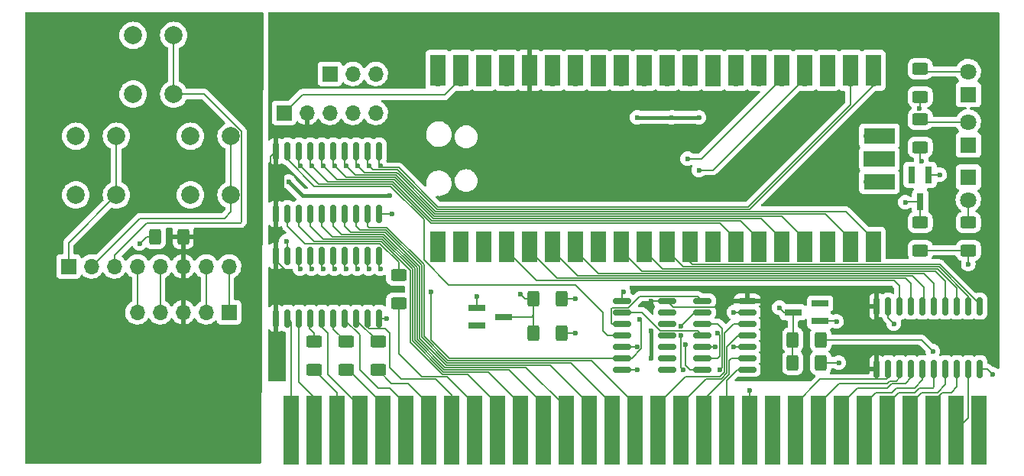
<source format=gbr>
%TF.GenerationSoftware,KiCad,Pcbnew,(6.0.5)*%
%TF.CreationDate,2022-10-23T12:56:42-05:00*%
%TF.ProjectId,ISA rev4,49534120-7265-4763-942e-6b696361645f,rev?*%
%TF.SameCoordinates,Original*%
%TF.FileFunction,Copper,L1,Top*%
%TF.FilePolarity,Positive*%
%FSLAX46Y46*%
G04 Gerber Fmt 4.6, Leading zero omitted, Abs format (unit mm)*
G04 Created by KiCad (PCBNEW (6.0.5)) date 2022-10-23 12:56:42*
%MOMM*%
%LPD*%
G01*
G04 APERTURE LIST*
G04 Aperture macros list*
%AMRoundRect*
0 Rectangle with rounded corners*
0 $1 Rounding radius*
0 $2 $3 $4 $5 $6 $7 $8 $9 X,Y pos of 4 corners*
0 Add a 4 corners polygon primitive as box body*
4,1,4,$2,$3,$4,$5,$6,$7,$8,$9,$2,$3,0*
0 Add four circle primitives for the rounded corners*
1,1,$1+$1,$2,$3*
1,1,$1+$1,$4,$5*
1,1,$1+$1,$6,$7*
1,1,$1+$1,$8,$9*
0 Add four rect primitives between the rounded corners*
20,1,$1+$1,$2,$3,$4,$5,0*
20,1,$1+$1,$4,$5,$6,$7,0*
20,1,$1+$1,$6,$7,$8,$9,0*
20,1,$1+$1,$8,$9,$2,$3,0*%
G04 Aperture macros list end*
%TA.AperFunction,ComponentPad*%
%ADD10R,1.700000X1.700000*%
%TD*%
%TA.AperFunction,ComponentPad*%
%ADD11O,1.700000X1.700000*%
%TD*%
%TA.AperFunction,SMDPad,CuDef*%
%ADD12RoundRect,0.150000X0.150000X-0.837500X0.150000X0.837500X-0.150000X0.837500X-0.150000X-0.837500X0*%
%TD*%
%TA.AperFunction,SMDPad,CuDef*%
%ADD13RoundRect,0.250000X-0.400000X-0.625000X0.400000X-0.625000X0.400000X0.625000X-0.400000X0.625000X0*%
%TD*%
%TA.AperFunction,SMDPad,CuDef*%
%ADD14RoundRect,0.250000X-0.625000X0.400000X-0.625000X-0.400000X0.625000X-0.400000X0.625000X0.400000X0*%
%TD*%
%TA.AperFunction,SMDPad,CuDef*%
%ADD15RoundRect,0.150000X-0.825000X-0.150000X0.825000X-0.150000X0.825000X0.150000X-0.825000X0.150000X0*%
%TD*%
%TA.AperFunction,SMDPad,CuDef*%
%ADD16R,1.900000X0.800000*%
%TD*%
%TA.AperFunction,SMDPad,CuDef*%
%ADD17R,1.700000X3.500000*%
%TD*%
%TA.AperFunction,SMDPad,CuDef*%
%ADD18R,3.500000X1.700000*%
%TD*%
%TA.AperFunction,ConnectorPad*%
%ADD19R,1.780000X7.620000*%
%TD*%
%TA.AperFunction,SMDPad,CuDef*%
%ADD20RoundRect,0.250000X0.400000X0.625000X-0.400000X0.625000X-0.400000X-0.625000X0.400000X-0.625000X0*%
%TD*%
%TA.AperFunction,ComponentPad*%
%ADD21C,2.000000*%
%TD*%
%TA.AperFunction,ComponentPad*%
%ADD22R,1.800000X1.800000*%
%TD*%
%TA.AperFunction,ComponentPad*%
%ADD23C,1.800000*%
%TD*%
%TA.AperFunction,SMDPad,CuDef*%
%ADD24R,0.800000X1.900000*%
%TD*%
%TA.AperFunction,ViaPad*%
%ADD25C,0.600000*%
%TD*%
%TA.AperFunction,Conductor*%
%ADD26C,0.127000*%
%TD*%
%TA.AperFunction,Conductor*%
%ADD27C,0.200000*%
%TD*%
%TA.AperFunction,Conductor*%
%ADD28C,0.400000*%
%TD*%
G04 APERTURE END LIST*
D10*
%TO.P,J5,1,Pin_1*%
%TO.N,Net-(J5-Pad1)*%
X113030000Y-108966000D03*
D11*
%TO.P,J5,2,Pin_2*%
%TO.N,Net-(J5-Pad2)*%
X115570000Y-108966000D03*
%TO.P,J5,3,Pin_3*%
%TO.N,Net-(J5-Pad3)*%
X118110000Y-108966000D03*
%TD*%
D10*
%TO.P,J4,1,Pin_1*%
%TO.N,Net-(J3-Pad8)*%
X101854000Y-135382000D03*
D11*
%TO.P,J4,2,Pin_2*%
%TO.N,Net-(J3-Pad7)*%
X99314000Y-135382000D03*
%TO.P,J4,3,Pin_3*%
%TO.N,/remote_GND*%
X96774000Y-135382000D03*
%TO.P,J4,4,Pin_4*%
%TO.N,Net-(J3-Pad5)*%
X94234000Y-135382000D03*
%TO.P,J4,5,Pin_5*%
%TO.N,Net-(J3-Pad4)*%
X91694000Y-135382000D03*
%TD*%
D12*
%TO.P,U4,1,A->B*%
%TO.N,+3V3*%
X107061000Y-124460000D03*
%TO.P,U4,2,A0*%
%TO.N,/BA8*%
X108331000Y-124460000D03*
%TO.P,U4,3,A1*%
%TO.N,/BA9*%
X109601000Y-124460000D03*
%TO.P,U4,4,A2*%
%TO.N,/BA10*%
X110871000Y-124460000D03*
%TO.P,U4,5,A3*%
%TO.N,/BA11*%
X112141000Y-124460000D03*
%TO.P,U4,6,A4*%
%TO.N,/BA12*%
X113411000Y-124460000D03*
%TO.P,U4,7,A5*%
%TO.N,/BA13*%
X114681000Y-124460000D03*
%TO.P,U4,8,A6*%
%TO.N,/BA14*%
X115951000Y-124460000D03*
%TO.P,U4,9,A7*%
%TO.N,/BA15*%
X117221000Y-124460000D03*
%TO.P,U4,10,GND*%
%TO.N,GND*%
X118491000Y-124460000D03*
%TO.P,U4,11,B7*%
%TO.N,/PA7*%
X118491000Y-117535000D03*
%TO.P,U4,12,B6*%
%TO.N,/PA6*%
X117221000Y-117535000D03*
%TO.P,U4,13,B5*%
%TO.N,/PA5*%
X115951000Y-117535000D03*
%TO.P,U4,14,B4*%
%TO.N,/PA4*%
X114681000Y-117535000D03*
%TO.P,U4,15,B3*%
%TO.N,/PA3*%
X113411000Y-117535000D03*
%TO.P,U4,16,B2*%
%TO.N,/PA2*%
X112141000Y-117535000D03*
%TO.P,U4,17,B1*%
%TO.N,/PA1*%
X110871000Y-117535000D03*
%TO.P,U4,18,B0*%
%TO.N,/PA0*%
X109601000Y-117535000D03*
%TO.P,U4,19,CE*%
%TO.N,Net-(U2-Pad4)*%
X108331000Y-117535000D03*
%TO.P,U4,20,VCC*%
%TO.N,+3V3*%
X107061000Y-117535000D03*
%TD*%
D13*
%TO.P,R2,1*%
%TO.N,/+5Vmon*%
X164312000Y-140970000D03*
%TO.P,R2,2*%
%TO.N,GND*%
X167412000Y-140970000D03*
%TD*%
D14*
%TO.P,R3,1*%
%TO.N,Net-(D4-Pad2)*%
X183769000Y-125424000D03*
%TO.P,R3,2*%
%TO.N,Net-(J1-Pad2)*%
X183769000Y-128524000D03*
%TD*%
D12*
%TO.P,U3,1,A->B*%
%TO.N,+3V3*%
X173609000Y-141638500D03*
%TO.P,U3,2,A0*%
%TO.N,/BD0*%
X174879000Y-141638500D03*
%TO.P,U3,3,A1*%
%TO.N,/BD1*%
X176149000Y-141638500D03*
%TO.P,U3,4,A2*%
%TO.N,/BD2*%
X177419000Y-141638500D03*
%TO.P,U3,5,A3*%
%TO.N,/BD3*%
X178689000Y-141638500D03*
%TO.P,U3,6,A4*%
%TO.N,/BD4*%
X179959000Y-141638500D03*
%TO.P,U3,7,A5*%
%TO.N,/BD5*%
X181229000Y-141638500D03*
%TO.P,U3,8,A6*%
%TO.N,/BD6*%
X182499000Y-141638500D03*
%TO.P,U3,9,A7*%
%TO.N,/BD7*%
X183769000Y-141638500D03*
%TO.P,U3,10,GND*%
%TO.N,GND*%
X185039000Y-141638500D03*
%TO.P,U3,11,B7*%
%TO.N,/PD7*%
X185039000Y-134713500D03*
%TO.P,U3,12,B6*%
%TO.N,/PD6*%
X183769000Y-134713500D03*
%TO.P,U3,13,B5*%
%TO.N,/PD5*%
X182499000Y-134713500D03*
%TO.P,U3,14,B4*%
%TO.N,/PD4*%
X181229000Y-134713500D03*
%TO.P,U3,15,B3*%
%TO.N,/PD3*%
X179959000Y-134713500D03*
%TO.P,U3,16,B2*%
%TO.N,/PD2*%
X178689000Y-134713500D03*
%TO.P,U3,17,B1*%
%TO.N,/PD1*%
X177419000Y-134713500D03*
%TO.P,U3,18,B0*%
%TO.N,/PD0*%
X176149000Y-134713500D03*
%TO.P,U3,19,CE*%
%TO.N,GND*%
X174879000Y-134713500D03*
%TO.P,U3,20,VCC*%
%TO.N,+3V3*%
X173609000Y-134713500D03*
%TD*%
D13*
%TO.P,R11,1*%
%TO.N,/+12Vmon*%
X135610000Y-137668000D03*
%TO.P,R11,2*%
%TO.N,GND*%
X138710000Y-137668000D03*
%TD*%
D15*
%TO.P,U2,1*%
%TO.N,/bus_ready*%
X145418000Y-134112000D03*
%TO.P,U2,2*%
%TO.N,Net-(U1-Pad4)*%
X145418000Y-135382000D03*
%TO.P,U2,3*%
%TO.N,Net-(U1-Pad1)*%
X145418000Y-136652000D03*
%TO.P,U2,4*%
%TO.N,Net-(U2-Pad4)*%
X145418000Y-137922000D03*
%TO.P,U2,5*%
%TO.N,GND*%
X145418000Y-139192000D03*
%TO.P,U2,6*%
%TO.N,/CE_Byte*%
X145418000Y-140462000D03*
%TO.P,U2,7,GND*%
%TO.N,GND*%
X145418000Y-141732000D03*
%TO.P,U2,8*%
%TO.N,N/C*%
X150368000Y-141732000D03*
%TO.P,U2,9*%
X150368000Y-140462000D03*
%TO.P,U2,10*%
X150368000Y-139192000D03*
%TO.P,U2,11*%
X150368000Y-137922000D03*
%TO.P,U2,12*%
X150368000Y-136652000D03*
%TO.P,U2,13*%
X150368000Y-135382000D03*
%TO.P,U2,14,VCC*%
%TO.N,+3V3*%
X150368000Y-134112000D03*
%TD*%
D16*
%TO.P,D5,1,K*%
%TO.N,/+12Vmon*%
X132310000Y-135890000D03*
%TO.P,D5,2,A*%
%TO.N,GND*%
X129310000Y-134940000D03*
%TO.P,D5,3*%
%TO.N,N/C*%
X129310000Y-136840000D03*
%TD*%
D17*
%TO.P,U6,1,GPIO0*%
%TO.N,/OLED_SDA*%
X124968000Y-128154000D03*
D11*
X124968000Y-127254000D03*
D17*
%TO.P,U6,2,GPIO1*%
%TO.N,/OLED_SCL*%
X127508000Y-128154000D03*
D11*
X127508000Y-127254000D03*
D17*
%TO.P,U6,3,GND*%
%TO.N,GND*%
X130048000Y-128154000D03*
D10*
X130048000Y-127254000D03*
D17*
%TO.P,U6,4,GPIO2*%
%TO.N,/PD0*%
X132588000Y-128154000D03*
D11*
X132588000Y-127254000D03*
%TO.P,U6,5,GPIO3*%
%TO.N,/PD1*%
X135128000Y-127254000D03*
D17*
X135128000Y-128154000D03*
D11*
%TO.P,U6,6,GPIO4*%
%TO.N,/PD2*%
X137668000Y-127254000D03*
D17*
X137668000Y-128154000D03*
%TO.P,U6,7,GPIO5*%
%TO.N,/PD3*%
X140208000Y-128154000D03*
D11*
X140208000Y-127254000D03*
D10*
%TO.P,U6,8,GND*%
%TO.N,unconnected-(U6-Pad8)*%
X142748000Y-127254000D03*
D17*
X142748000Y-128154000D03*
D11*
%TO.P,U6,9,GPIO6*%
%TO.N,/PD4*%
X145288000Y-127254000D03*
D17*
X145288000Y-128154000D03*
%TO.P,U6,10,GPIO7*%
%TO.N,/PD5*%
X147828000Y-128154000D03*
D11*
X147828000Y-127254000D03*
%TO.P,U6,11,GPIO8*%
%TO.N,/PD6*%
X150368000Y-127254000D03*
D17*
X150368000Y-128154000D03*
%TO.P,U6,12,GPIO9*%
%TO.N,/PD7*%
X152908000Y-128154000D03*
D11*
X152908000Y-127254000D03*
D10*
%TO.P,U6,13,GND*%
%TO.N,unconnected-(U6-Pad13)*%
X155448000Y-127254000D03*
D17*
X155448000Y-128154000D03*
D11*
%TO.P,U6,14,GPIO10*%
%TO.N,/PA0*%
X157988000Y-127254000D03*
D17*
X157988000Y-128154000D03*
D11*
%TO.P,U6,15,GPIO11*%
%TO.N,/PA1*%
X160528000Y-127254000D03*
D17*
X160528000Y-128154000D03*
%TO.P,U6,16,GPIO12*%
%TO.N,/PA2*%
X163068000Y-128154000D03*
D11*
X163068000Y-127254000D03*
D17*
%TO.P,U6,17,GPIO13*%
%TO.N,/PA3*%
X165608000Y-128154000D03*
D11*
X165608000Y-127254000D03*
D17*
%TO.P,U6,18,GND*%
%TO.N,GND*%
X168148000Y-128154000D03*
D10*
X168148000Y-127254000D03*
D17*
%TO.P,U6,19,GPIO14*%
%TO.N,/PA4*%
X170688000Y-128154000D03*
D11*
X170688000Y-127254000D03*
%TO.P,U6,20,GPIO15*%
%TO.N,/PA5*%
X173228000Y-127254000D03*
D17*
X173228000Y-128154000D03*
%TO.P,U6,21,GPIO16*%
%TO.N,/PA6*%
X173228000Y-108574000D03*
D11*
X173228000Y-109474000D03*
D17*
%TO.P,U6,22,GPIO17*%
%TO.N,/PA7*%
X170688000Y-108574000D03*
D11*
X170688000Y-109474000D03*
D10*
%TO.P,U6,23,GND*%
%TO.N,unconnected-(U6-Pad23)*%
X168148000Y-109474000D03*
D17*
X168148000Y-108574000D03*
D11*
%TO.P,U6,24,GPIO18*%
%TO.N,/bus_ready*%
X165608000Y-109474000D03*
D17*
X165608000Y-108574000D03*
D11*
%TO.P,U6,25,GPIO19*%
%TO.N,/CE_Byte*%
X163068000Y-109474000D03*
D17*
X163068000Y-108574000D03*
D11*
%TO.P,U6,26,GPIO20*%
%TO.N,Net-(J5-Pad1)*%
X160528000Y-109474000D03*
D17*
X160528000Y-108574000D03*
D11*
%TO.P,U6,27,GPIO21*%
%TO.N,Net-(J5-Pad2)*%
X157988000Y-109474000D03*
D17*
X157988000Y-108574000D03*
D10*
%TO.P,U6,28,GND*%
%TO.N,GND*%
X155448000Y-109474000D03*
D17*
X155448000Y-108574000D03*
D11*
%TO.P,U6,29,GPIO22*%
%TO.N,Net-(J5-Pad3)*%
X152908000Y-109474000D03*
D17*
X152908000Y-108574000D03*
D11*
%TO.P,U6,30,RUN*%
%TO.N,unconnected-(U6-Pad30)*%
X150368000Y-109474000D03*
D17*
X150368000Y-108574000D03*
D11*
%TO.P,U6,31,GPIO26_ADC0*%
%TO.N,/ISAreset*%
X147828000Y-109474000D03*
D17*
X147828000Y-108574000D03*
D11*
%TO.P,U6,32,GPIO27_ADC1*%
%TO.N,/+5Vmon*%
X145288000Y-109474000D03*
D17*
X145288000Y-108574000D03*
D10*
%TO.P,U6,33,AGND*%
%TO.N,GND*%
X142748000Y-109474000D03*
D17*
X142748000Y-108574000D03*
D11*
%TO.P,U6,34,GPIO28_ADC2*%
%TO.N,/+12Vmon*%
X140208000Y-109474000D03*
D17*
X140208000Y-108574000D03*
%TO.P,U6,35,ADC_VREF*%
%TO.N,unconnected-(U6-Pad35)*%
X137668000Y-108574000D03*
D11*
X137668000Y-109474000D03*
D17*
%TO.P,U6,36,3V3*%
%TO.N,+3V3*%
X135128000Y-108574000D03*
D11*
X135128000Y-109474000D03*
D17*
%TO.P,U6,37,3V3_EN*%
%TO.N,unconnected-(U6-Pad37)*%
X132588000Y-108574000D03*
D11*
X132588000Y-109474000D03*
D10*
%TO.P,U6,38,GND*%
%TO.N,GND*%
X130048000Y-109474000D03*
D17*
X130048000Y-108574000D03*
D11*
%TO.P,U6,39,VSYS*%
%TO.N,+5V*%
X127508000Y-109474000D03*
D17*
X127508000Y-108574000D03*
D11*
%TO.P,U6,40,VBUS*%
%TO.N,unconnected-(U6-Pad40)*%
X124968000Y-109474000D03*
D17*
X124968000Y-108574000D03*
D18*
%TO.P,U6,41,SWCLK*%
%TO.N,unconnected-(U6-Pad41)*%
X173898000Y-120904000D03*
D11*
X172998000Y-120904000D03*
D10*
%TO.P,U6,42,GND*%
%TO.N,unconnected-(U6-Pad42)*%
X172998000Y-118364000D03*
D18*
X173898000Y-118364000D03*
%TO.P,U6,43,SWDIO*%
%TO.N,unconnected-(U6-Pad43)*%
X173898000Y-115824000D03*
D11*
X172998000Y-115824000D03*
%TD*%
D19*
%TO.P,J1,32,IO*%
%TO.N,unconnected-(J1-Pad32)*%
X184917000Y-148463000D03*
%TO.P,J1,33,DB7*%
%TO.N,/BD7*%
X182377000Y-148463000D03*
%TO.P,J1,34,DB6*%
%TO.N,/BD6*%
X179837000Y-148463000D03*
%TO.P,J1,35,DB5*%
%TO.N,/BD5*%
X177297000Y-148463000D03*
%TO.P,J1,36,DB4*%
%TO.N,/BD4*%
X174757000Y-148463000D03*
%TO.P,J1,37,DB3*%
%TO.N,/BD3*%
X172217000Y-148463000D03*
%TO.P,J1,38,DB2*%
%TO.N,/BD2*%
X169677000Y-148463000D03*
%TO.P,J1,39,DB1*%
%TO.N,/BD1*%
X167137000Y-148463000D03*
%TO.P,J1,40,DB0*%
%TO.N,/BD0*%
X164597000Y-148463000D03*
%TO.P,J1,41,IO_READY*%
%TO.N,unconnected-(J1-Pad41)*%
X162057000Y-148463000D03*
%TO.P,J1,42,AEN*%
%TO.N,Net-(J1-Pad42)*%
X159517000Y-148463000D03*
%TO.P,J1,43,BA19*%
%TO.N,Net-(J1-Pad43)*%
X156977000Y-148463000D03*
%TO.P,J1,44,BA18*%
%TO.N,Net-(J1-Pad44)*%
X154437000Y-148463000D03*
%TO.P,J1,45,BA17*%
%TO.N,Net-(J1-Pad45)*%
X151897000Y-148463000D03*
%TO.P,J1,46,BA16*%
%TO.N,Net-(J1-Pad46)*%
X149357000Y-148463000D03*
%TO.P,J1,47,BA15*%
%TO.N,/BA15*%
X146817000Y-148463000D03*
%TO.P,J1,48,BA14*%
%TO.N,/BA14*%
X144277000Y-148463000D03*
%TO.P,J1,49,BA13*%
%TO.N,/BA13*%
X141737000Y-148463000D03*
%TO.P,J1,50,BA12*%
%TO.N,/BA12*%
X139197000Y-148463000D03*
%TO.P,J1,51,BA11*%
%TO.N,/BA11*%
X136657000Y-148463000D03*
%TO.P,J1,52,BA10*%
%TO.N,/BA10*%
X134117000Y-148463000D03*
%TO.P,J1,53,BA09*%
%TO.N,/BA9*%
X131577000Y-148463000D03*
%TO.P,J1,54,BA08*%
%TO.N,Net-(J1-Pad54)*%
X129037000Y-148463000D03*
%TO.P,J1,55,BA07*%
%TO.N,/BA7*%
X126497000Y-148463000D03*
%TO.P,J1,56,BA06*%
%TO.N,Net-(J1-Pad56)*%
X123957000Y-148463000D03*
%TO.P,J1,57,BA05*%
%TO.N,/BA5*%
X121417000Y-148463000D03*
%TO.P,J1,58,BA04*%
%TO.N,Net-(J1-Pad58)*%
X118877000Y-148463000D03*
%TO.P,J1,59,BA03*%
%TO.N,/BA3*%
X116337000Y-148463000D03*
%TO.P,J1,60,BA02*%
%TO.N,Net-(J1-Pad60)*%
X113797000Y-148463000D03*
%TO.P,J1,61,BA01*%
%TO.N,/BA1*%
X111257000Y-148463000D03*
%TO.P,J1,62,BA00*%
%TO.N,/BA0*%
X108717000Y-148463000D03*
%TD*%
D14*
%TO.P,R5,1*%
%TO.N,/BA8*%
X120650000Y-131266000D03*
%TO.P,R5,2*%
%TO.N,Net-(J1-Pad54)*%
X120650000Y-134366000D03*
%TD*%
D13*
%TO.P,R13,1*%
%TO.N,Net-(R13-Pad1)*%
X93674000Y-127000000D03*
%TO.P,R13,2*%
%TO.N,/remote_GND*%
X96774000Y-127000000D03*
%TD*%
D20*
%TO.P,R10,1*%
%TO.N,Net-(J1-Pad9)*%
X138684000Y-133858000D03*
%TO.P,R10,2*%
%TO.N,/+12Vmon*%
X135584000Y-133858000D03*
%TD*%
D14*
%TO.P,R12,1*%
%TO.N,/ISAreset*%
X178435000Y-125424000D03*
%TO.P,R12,2*%
%TO.N,Net-(J1-Pad2)*%
X178435000Y-128524000D03*
%TD*%
D21*
%TO.P,SW2,1,1*%
%TO.N,Net-(R13-Pad1)*%
X97572000Y-115876000D03*
X97572000Y-122376000D03*
%TO.P,SW2,2,2*%
%TO.N,Net-(J3-Pad2)*%
X102072000Y-122376000D03*
X102072000Y-115876000D03*
%TD*%
D16*
%TO.P,D1,1,K*%
%TO.N,/+5Vmon*%
X164338000Y-135382000D03*
%TO.P,D1,2,A*%
%TO.N,GND*%
X167338000Y-136332000D03*
%TO.P,D1,3*%
%TO.N,N/C*%
X167338000Y-134432000D03*
%TD*%
D21*
%TO.P,SW3,1,1*%
%TO.N,Net-(R13-Pad1)*%
X91222000Y-104700000D03*
X91222000Y-111200000D03*
%TO.P,SW3,2,2*%
%TO.N,Net-(J3-Pad3)*%
X95722000Y-111200000D03*
X95722000Y-104700000D03*
%TD*%
D22*
%TO.P,D2,1,K*%
%TO.N,GND*%
X183769000Y-116840000D03*
D23*
%TO.P,D2,2,A*%
%TO.N,Net-(D2-Pad2)*%
X183769000Y-114300000D03*
%TD*%
D14*
%TO.P,R9,1*%
%TO.N,Net-(D3-Pad2)*%
X178435000Y-108406000D03*
%TO.P,R9,2*%
%TO.N,Net-(J1-Pad7)*%
X178435000Y-111506000D03*
%TD*%
D15*
%TO.P,U1,1*%
%TO.N,Net-(U1-Pad1)*%
X154308000Y-134112000D03*
%TO.P,U1,2*%
%TO.N,/IOW*%
X154308000Y-135382000D03*
%TO.P,U1,3*%
%TO.N,Net-(J1-Pad42)*%
X154308000Y-136652000D03*
%TO.P,U1,4*%
%TO.N,Net-(U1-Pad4)*%
X154308000Y-137922000D03*
%TO.P,U1,5*%
%TO.N,Net-(U1-Pad10)*%
X154308000Y-139192000D03*
%TO.P,U1,6*%
%TO.N,Net-(U1-Pad13)*%
X154308000Y-140462000D03*
%TO.P,U1,7,GND*%
%TO.N,GND*%
X154308000Y-141732000D03*
%TO.P,U1,8*%
%TO.N,Net-(J1-Pad43)*%
X159258000Y-141732000D03*
%TO.P,U1,9*%
%TO.N,Net-(J1-Pad44)*%
X159258000Y-140462000D03*
%TO.P,U1,10*%
%TO.N,Net-(U1-Pad10)*%
X159258000Y-139192000D03*
%TO.P,U1,11*%
%TO.N,Net-(J1-Pad45)*%
X159258000Y-137922000D03*
%TO.P,U1,12*%
%TO.N,Net-(J1-Pad46)*%
X159258000Y-136652000D03*
%TO.P,U1,13*%
%TO.N,Net-(U1-Pad13)*%
X159258000Y-135382000D03*
%TO.P,U1,14,VCC*%
%TO.N,+3V3*%
X159258000Y-134112000D03*
%TD*%
D14*
%TO.P,R8,1*%
%TO.N,/BA2*%
X111252000Y-138658000D03*
%TO.P,R8,2*%
%TO.N,Net-(J1-Pad60)*%
X111252000Y-141758000D03*
%TD*%
%TO.P,R7,1*%
%TO.N,/BA4*%
X114808000Y-138658000D03*
%TO.P,R7,2*%
%TO.N,Net-(J1-Pad58)*%
X114808000Y-141758000D03*
%TD*%
D10*
%TO.P,J3,1,Pin_1*%
%TO.N,Net-(J3-Pad1)*%
X84074000Y-130302000D03*
D11*
%TO.P,J3,2,Pin_2*%
%TO.N,Net-(J3-Pad2)*%
X86614000Y-130302000D03*
%TO.P,J3,3,Pin_3*%
%TO.N,Net-(J3-Pad3)*%
X89154000Y-130302000D03*
%TO.P,J3,4,Pin_4*%
%TO.N,Net-(J3-Pad4)*%
X91694000Y-130302000D03*
%TO.P,J3,5,Pin_5*%
%TO.N,Net-(J3-Pad5)*%
X94234000Y-130302000D03*
%TO.P,J3,6,Pin_6*%
%TO.N,/remote_GND*%
X96774000Y-130302000D03*
%TO.P,J3,7,Pin_7*%
%TO.N,Net-(J3-Pad7)*%
X99314000Y-130302000D03*
%TO.P,J3,8,Pin_8*%
%TO.N,Net-(J3-Pad8)*%
X101854000Y-130302000D03*
%TD*%
D14*
%TO.P,R6,1*%
%TO.N,/BA6*%
X118364000Y-138658000D03*
%TO.P,R6,2*%
%TO.N,Net-(J1-Pad56)*%
X118364000Y-141758000D03*
%TD*%
D22*
%TO.P,D3,1,K*%
%TO.N,GND*%
X183769000Y-111257000D03*
D23*
%TO.P,D3,2,A*%
%TO.N,Net-(D3-Pad2)*%
X183769000Y-108717000D03*
%TD*%
D24*
%TO.P,D6,1,K*%
%TO.N,/ISAreset*%
X178435000Y-123166000D03*
%TO.P,D6,2,A*%
%TO.N,GND*%
X179385000Y-120166000D03*
%TO.P,D6,3*%
%TO.N,N/C*%
X177485000Y-120166000D03*
%TD*%
D10*
%TO.P,J2,1,Pin_1*%
%TO.N,+5V*%
X107950000Y-113284000D03*
D11*
%TO.P,J2,2,Pin_2*%
%TO.N,+3V3*%
X110490000Y-113284000D03*
%TO.P,J2,3,Pin_3*%
%TO.N,GND*%
X113030000Y-113284000D03*
%TO.P,J2,4,Pin_4*%
%TO.N,/OLED_SDA*%
X115570000Y-113284000D03*
%TO.P,J2,5,Pin_5*%
%TO.N,/OLED_SCL*%
X118110000Y-113284000D03*
%TD*%
D20*
%TO.P,R1,1*%
%TO.N,Net-(J1-Pad3)*%
X167412000Y-138430000D03*
%TO.P,R1,2*%
%TO.N,/+5Vmon*%
X164312000Y-138430000D03*
%TD*%
D21*
%TO.P,SW1,1,1*%
%TO.N,Net-(R13-Pad1)*%
X84872000Y-115876000D03*
X84872000Y-122376000D03*
%TO.P,SW1,2,2*%
%TO.N,Net-(J3-Pad1)*%
X89372000Y-115876000D03*
X89372000Y-122376000D03*
%TD*%
D22*
%TO.P,D4,1,K*%
%TO.N,GND*%
X183769000Y-120396000D03*
D23*
%TO.P,D4,2,A*%
%TO.N,Net-(D4-Pad2)*%
X183769000Y-122936000D03*
%TD*%
D14*
%TO.P,R4,1*%
%TO.N,Net-(D2-Pad2)*%
X178435000Y-113994000D03*
%TO.P,R4,2*%
%TO.N,Net-(J1-Pad5)*%
X178435000Y-117094000D03*
%TD*%
D12*
%TO.P,U5,1,A->B*%
%TO.N,+3V3*%
X107061000Y-136050500D03*
%TO.P,U5,2,A0*%
%TO.N,/BA0*%
X108331000Y-136050500D03*
%TO.P,U5,3,A1*%
%TO.N,/BA1*%
X109601000Y-136050500D03*
%TO.P,U5,4,A2*%
%TO.N,/BA2*%
X110871000Y-136050500D03*
%TO.P,U5,5,A3*%
%TO.N,/BA3*%
X112141000Y-136050500D03*
%TO.P,U5,6,A4*%
%TO.N,/BA4*%
X113411000Y-136050500D03*
%TO.P,U5,7,A5*%
%TO.N,/BA5*%
X114681000Y-136050500D03*
%TO.P,U5,8,A6*%
%TO.N,/BA6*%
X115951000Y-136050500D03*
%TO.P,U5,9,A7*%
%TO.N,/BA7*%
X117221000Y-136050500D03*
%TO.P,U5,10,GND*%
%TO.N,GND*%
X118491000Y-136050500D03*
%TO.P,U5,11,B7*%
%TO.N,/PA7*%
X118491000Y-129125500D03*
%TO.P,U5,12,B6*%
%TO.N,/PA6*%
X117221000Y-129125500D03*
%TO.P,U5,13,B5*%
%TO.N,/PA5*%
X115951000Y-129125500D03*
%TO.P,U5,14,B4*%
%TO.N,/PA4*%
X114681000Y-129125500D03*
%TO.P,U5,15,B3*%
%TO.N,/PA3*%
X113411000Y-129125500D03*
%TO.P,U5,16,B2*%
%TO.N,/PA2*%
X112141000Y-129125500D03*
%TO.P,U5,17,B1*%
%TO.N,/PA1*%
X110871000Y-129125500D03*
%TO.P,U5,18,B0*%
%TO.N,/PA0*%
X109601000Y-129125500D03*
%TO.P,U5,19,CE*%
%TO.N,/CE_Byte*%
X108331000Y-129125500D03*
%TO.P,U5,20,VCC*%
%TO.N,+3V3*%
X107061000Y-129125500D03*
%TD*%
D25*
%TO.N,GND*%
X186436000Y-142240000D03*
X169164000Y-136398000D03*
X119888000Y-124460000D03*
X147066000Y-141732000D03*
X129286000Y-133604000D03*
X147066000Y-113792000D03*
X140208000Y-137668000D03*
X169418000Y-140970000D03*
X148590000Y-137414000D03*
X152400000Y-138938000D03*
X175514000Y-136652000D03*
X147066000Y-139192000D03*
X108458000Y-120904000D03*
X119286500Y-136050500D03*
X150876000Y-113792000D03*
X180594000Y-120142000D03*
X153924000Y-113792000D03*
X148590000Y-140462000D03*
X119634000Y-122428000D03*
%TO.N,+3V3*%
X108966000Y-131572000D03*
X170688000Y-137414000D03*
X157734000Y-134112000D03*
X173990000Y-136144000D03*
X148590000Y-134112000D03*
X170688000Y-139446000D03*
X106426000Y-119126000D03*
%TO.N,/+12Vmon*%
X134112000Y-133350000D03*
%TO.N,/+5Vmon*%
X162814000Y-134874000D03*
%TO.N,/ISAreset*%
X176784000Y-123190000D03*
%TO.N,Net-(J1-Pad2)*%
X183769000Y-130048000D03*
%TO.N,Net-(J1-Pad3)*%
X179832000Y-139700000D03*
%TO.N,Net-(J1-Pad5)*%
X178562000Y-118618000D03*
%TO.N,Net-(J1-Pad7)*%
X178308000Y-112776000D03*
%TO.N,Net-(J1-Pad9)*%
X140208000Y-133858000D03*
%TO.N,/IOW*%
X151892000Y-136906000D03*
X151892000Y-137922000D03*
X152146000Y-141732000D03*
%TO.N,Net-(J1-Pad42)*%
X159512000Y-144018000D03*
X156275000Y-141732000D03*
%TO.N,Net-(R13-Pad1)*%
X91948000Y-127762000D03*
%TO.N,Net-(U1-Pad10)*%
X155767000Y-139192000D03*
X157799000Y-139192000D03*
%TO.N,Net-(U1-Pad13)*%
X156021000Y-137668000D03*
X157799000Y-135382000D03*
%TO.N,/bus_ready*%
X145542000Y-133096000D03*
X153924000Y-119634000D03*
%TO.N,/CE_Byte*%
X124206000Y-133096000D03*
X147320000Y-136144000D03*
X152654000Y-118364000D03*
X108204000Y-127508000D03*
%TO.N,/PA7*%
X118618000Y-130556000D03*
X118618000Y-119126000D03*
%TO.N,/PA6*%
X117348000Y-119126000D03*
X117348000Y-130556000D03*
%TO.N,/PA5*%
X116078000Y-119126000D03*
X116078000Y-130556000D03*
%TO.N,/PA4*%
X114808000Y-119126000D03*
X114808000Y-130556000D03*
%TO.N,/PA3*%
X113538000Y-119126000D03*
X113538000Y-130556000D03*
%TO.N,/PA2*%
X112268000Y-130556000D03*
X112268000Y-119126000D03*
%TO.N,/PA1*%
X110998000Y-119126000D03*
X110998000Y-130556000D03*
%TO.N,/PA0*%
X109728000Y-119126000D03*
X109728000Y-130556000D03*
%TD*%
D26*
%TO.N,GND*%
X129310000Y-134940000D02*
X129310000Y-133628000D01*
D27*
X169098000Y-136332000D02*
X169164000Y-136398000D01*
D26*
X152400000Y-138938000D02*
X152400000Y-141224000D01*
X145418000Y-141732000D02*
X147066000Y-141732000D01*
X185039000Y-141638500D02*
X185834500Y-141638500D01*
D28*
X153924000Y-113792000D02*
X150876000Y-113792000D01*
X108458000Y-120904000D02*
X109982000Y-122428000D01*
D26*
X179385000Y-120166000D02*
X180570000Y-120166000D01*
D28*
X148590000Y-137414000D02*
X148590000Y-140462000D01*
D26*
X152400000Y-141224000D02*
X152908000Y-141732000D01*
X118491000Y-136050500D02*
X119286500Y-136050500D01*
D28*
X109982000Y-122428000D02*
X119634000Y-122428000D01*
D26*
X180594000Y-120142000D02*
X180570000Y-120166000D01*
D27*
X167338000Y-136332000D02*
X169098000Y-136332000D01*
D28*
X147066000Y-113792000D02*
X150876000Y-113792000D01*
D26*
X152908000Y-141732000D02*
X154308000Y-141732000D01*
X174879000Y-136017000D02*
X175514000Y-136652000D01*
X185834500Y-141638500D02*
X186436000Y-142240000D01*
D27*
X118491000Y-124460000D02*
X119888000Y-124460000D01*
D26*
X145418000Y-139192000D02*
X147066000Y-139192000D01*
X138710000Y-137668000D02*
X140208000Y-137668000D01*
X129286000Y-133604000D02*
X129310000Y-133628000D01*
X174879000Y-134713500D02*
X174879000Y-136017000D01*
D27*
X167412000Y-140970000D02*
X169418000Y-140970000D01*
D26*
%TO.N,+3V3*%
X107061000Y-129667000D02*
X107061000Y-129125500D01*
D28*
X107696000Y-122428000D02*
X107696000Y-120396000D01*
D26*
X173609000Y-135763000D02*
X173609000Y-134713500D01*
D27*
X151111480Y-134855480D02*
X156990520Y-134855480D01*
X150368000Y-134112000D02*
X151111480Y-134855480D01*
D28*
X107696000Y-120396000D02*
X106426000Y-119126000D01*
D26*
X173990000Y-136144000D02*
X173609000Y-135763000D01*
D27*
X156990520Y-134855480D02*
X157734000Y-134112000D01*
D26*
X106426000Y-118170000D02*
X107061000Y-117535000D01*
X148590000Y-134112000D02*
X150368000Y-134112000D01*
X108966000Y-131572000D02*
X107061000Y-129667000D01*
D28*
X107061000Y-123063000D02*
X107696000Y-122428000D01*
X107061000Y-124460000D02*
X107061000Y-123063000D01*
D26*
X106426000Y-119126000D02*
X106426000Y-118170000D01*
%TO.N,/+12Vmon*%
X135584000Y-133858000D02*
X135584000Y-135688000D01*
X135584000Y-133858000D02*
X134620000Y-133858000D01*
X135584000Y-135688000D02*
X135584000Y-137642000D01*
X134620000Y-133858000D02*
X134112000Y-133350000D01*
X135584000Y-137642000D02*
X135610000Y-137668000D01*
X135382000Y-135890000D02*
X135584000Y-135688000D01*
X132310000Y-135890000D02*
X135382000Y-135890000D01*
%TO.N,Net-(D2-Pad2)*%
X178741000Y-114300000D02*
X183769000Y-114300000D01*
X178435000Y-113994000D02*
X178741000Y-114300000D01*
%TO.N,Net-(D3-Pad2)*%
X178435000Y-108406000D02*
X178746000Y-108717000D01*
X178746000Y-108717000D02*
X183769000Y-108717000D01*
%TO.N,Net-(D4-Pad2)*%
X183769000Y-125424000D02*
X183769000Y-122936000D01*
%TO.N,/+5Vmon*%
X164338000Y-135382000D02*
X163322000Y-135382000D01*
X163322000Y-135382000D02*
X162814000Y-134874000D01*
X164312000Y-140970000D02*
X164312000Y-138430000D01*
X164312000Y-138430000D02*
X164338000Y-138404000D01*
X164338000Y-138404000D02*
X164338000Y-135382000D01*
%TO.N,/ISAreset*%
X178435000Y-125424000D02*
X178435000Y-123166000D01*
X178435000Y-123166000D02*
X176808000Y-123166000D01*
X176784000Y-123190000D02*
X176808000Y-123166000D01*
%TO.N,Net-(J1-Pad2)*%
X183769000Y-128524000D02*
X178435000Y-128524000D01*
X183769000Y-130048000D02*
X183769000Y-128524000D01*
%TO.N,Net-(J1-Pad3)*%
X178562000Y-138430000D02*
X167412000Y-138430000D01*
X179832000Y-139700000D02*
X178562000Y-138430000D01*
%TO.N,Net-(J1-Pad5)*%
X178435000Y-118491000D02*
X178562000Y-118618000D01*
X178435000Y-117094000D02*
X178435000Y-118491000D01*
%TO.N,Net-(J1-Pad7)*%
X178435000Y-111506000D02*
X178435000Y-112649000D01*
X178435000Y-112649000D02*
X178308000Y-112776000D01*
%TO.N,Net-(J1-Pad9)*%
X140208000Y-133858000D02*
X138684000Y-133858000D01*
%TO.N,/IOW*%
X151892000Y-141478000D02*
X152146000Y-141732000D01*
X153416000Y-135382000D02*
X151892000Y-136906000D01*
X154308000Y-135382000D02*
X153416000Y-135382000D01*
X151892000Y-137922000D02*
X151892000Y-141478000D01*
%TO.N,/BD7*%
X182377000Y-148463000D02*
X183769000Y-147071000D01*
X183769000Y-147071000D02*
X183769000Y-141638500D01*
%TO.N,/BD6*%
X179837000Y-148463000D02*
X179837000Y-145283000D01*
X182499000Y-143637000D02*
X182499000Y-141638500D01*
X180848000Y-144272000D02*
X181864000Y-144272000D01*
X179837000Y-145283000D02*
X180848000Y-144272000D01*
X181864000Y-144272000D02*
X182499000Y-143637000D01*
%TO.N,/BD5*%
X180340000Y-144272000D02*
X181229000Y-143383000D01*
X181229000Y-143383000D02*
X181229000Y-141638500D01*
X178568000Y-144272000D02*
X180340000Y-144272000D01*
X177297000Y-148463000D02*
X177297000Y-145543000D01*
X177297000Y-145543000D02*
X178568000Y-144272000D01*
%TO.N,/BD4*%
X177800000Y-144272000D02*
X178308000Y-143764000D01*
X178308000Y-143764000D02*
X179832000Y-143764000D01*
X174757000Y-145543000D02*
X176028000Y-144272000D01*
X174757000Y-148463000D02*
X174757000Y-145543000D01*
X179959000Y-143637000D02*
X179959000Y-141638500D01*
X176028000Y-144272000D02*
X177800000Y-144272000D01*
X179832000Y-143764000D02*
X179959000Y-143637000D01*
%TO.N,/BD3*%
X172217000Y-148463000D02*
X172217000Y-145543000D01*
X172217000Y-145543000D02*
X173488000Y-144272000D01*
X175260000Y-144272000D02*
X175768000Y-143764000D01*
X178689000Y-142875000D02*
X178689000Y-141638500D01*
X173488000Y-144272000D02*
X175260000Y-144272000D01*
X175768000Y-143764000D02*
X177800000Y-143764000D01*
X177800000Y-143764000D02*
X178689000Y-142875000D01*
%TO.N,/BD2*%
X171456000Y-143764000D02*
X174752000Y-143764000D01*
X177419000Y-142621000D02*
X177419000Y-141638500D01*
X174752000Y-143764000D02*
X175260000Y-143256000D01*
X175260000Y-143256000D02*
X176784000Y-143256000D01*
X169677000Y-145543000D02*
X171456000Y-143764000D01*
X169677000Y-148463000D02*
X169677000Y-145543000D01*
X176784000Y-143256000D02*
X177419000Y-142621000D01*
%TO.N,/BD1*%
X167137000Y-148463000D02*
X167137000Y-145543000D01*
X169424000Y-143256000D02*
X174752000Y-143256000D01*
X175005520Y-143002480D02*
X175768000Y-143002480D01*
X176149000Y-142621480D02*
X176149000Y-141638500D01*
X167137000Y-145543000D02*
X169424000Y-143256000D01*
X175768000Y-143002480D02*
X176149000Y-142621480D01*
X174752000Y-143256000D02*
X175005520Y-143002480D01*
%TO.N,/BD0*%
X164597000Y-145543000D02*
X167323980Y-142816020D01*
X174683980Y-142816020D02*
X174879000Y-142621000D01*
X174879000Y-142621000D02*
X174879000Y-141638500D01*
X164597000Y-148463000D02*
X164597000Y-145543000D01*
X167323980Y-142816020D02*
X174683980Y-142816020D01*
%TO.N,Net-(J1-Pad42)*%
X159517000Y-144023000D02*
X159512000Y-144018000D01*
X156529000Y-141478000D02*
X156529000Y-137160000D01*
X156529000Y-137160000D02*
X156021000Y-136652000D01*
X156021000Y-136652000D02*
X154308000Y-136652000D01*
X156275000Y-141732000D02*
X156529000Y-141478000D01*
X159517000Y-148463000D02*
X159517000Y-144023000D01*
%TO.N,Net-(J1-Pad43)*%
X158157531Y-141732000D02*
X156977000Y-142912531D01*
X156977000Y-142912531D02*
X156977000Y-148463000D01*
X158157531Y-141732000D02*
X159258000Y-141732000D01*
%TO.N,Net-(J1-Pad44)*%
X159258000Y-140462000D02*
X157545000Y-140462000D01*
X157291000Y-140716000D02*
X157291000Y-142240000D01*
X157545000Y-140462000D02*
X157291000Y-140716000D01*
X154437000Y-145094000D02*
X154437000Y-148463000D01*
X157291000Y-142240000D02*
X154437000Y-145094000D01*
%TO.N,Net-(J1-Pad45)*%
X157037000Y-139957140D02*
X157037000Y-139192000D01*
X157036520Y-142091011D02*
X157036520Y-139957620D01*
X156380012Y-142747520D02*
X154692480Y-142747520D01*
X158307000Y-137922000D02*
X159258000Y-137922000D01*
X154692480Y-142747520D02*
X151897000Y-145543000D01*
X151897000Y-145543000D02*
X151897000Y-148463000D01*
X156380012Y-142747520D02*
X157036520Y-142091011D01*
X157036520Y-139957620D02*
X157037000Y-139957140D01*
X157037000Y-139192000D02*
X158307000Y-137922000D01*
%TO.N,Net-(J1-Pad46)*%
X156783000Y-137668000D02*
X157799000Y-136652000D01*
X156275000Y-142494000D02*
X152406000Y-142494000D01*
X157799000Y-136652000D02*
X159258000Y-136652000D01*
X149357000Y-148463000D02*
X149357000Y-145543000D01*
X156275000Y-142494000D02*
X156783000Y-141986000D01*
X152406000Y-142494000D02*
X149357000Y-145543000D01*
X156783000Y-141986000D02*
X156783000Y-137668000D01*
%TO.N,/BA15*%
X141990000Y-140716000D02*
X146817000Y-145543000D01*
X126103192Y-140716000D02*
X141990000Y-140716000D01*
X123444000Y-130092938D02*
X123444000Y-138056808D01*
X117348000Y-125984000D02*
X119335062Y-125984000D01*
X117221000Y-124460000D02*
X117221000Y-125857000D01*
X146817000Y-145543000D02*
X146817000Y-148463000D01*
X123444000Y-138056808D02*
X126103192Y-140716000D01*
X119335062Y-125984000D02*
X123444000Y-130092938D01*
X117221000Y-125857000D02*
X117348000Y-125984000D01*
%TO.N,/BA14*%
X119230531Y-126238000D02*
X116332000Y-126238000D01*
X116332000Y-126238000D02*
X115951000Y-125857000D01*
X139704000Y-140970000D02*
X125998660Y-140970000D01*
X123189040Y-138160380D02*
X123189040Y-130196509D01*
X144277000Y-148463000D02*
X144277000Y-145543000D01*
X123189040Y-130196509D02*
X119230531Y-126238000D01*
X115951000Y-125857000D02*
X115951000Y-124460000D01*
X144277000Y-145543000D02*
X139704000Y-140970000D01*
X125998660Y-140970000D02*
X123189040Y-138160380D01*
%TO.N,/BA13*%
X122935520Y-138265392D02*
X122935520Y-130301520D01*
X141737000Y-148463000D02*
X141737000Y-145543000D01*
X119126000Y-126492000D02*
X115316000Y-126492000D01*
X114681000Y-125857000D02*
X114681000Y-124460000D01*
X137418960Y-141224960D02*
X125895088Y-141224960D01*
X122935520Y-130301520D02*
X119126000Y-126492000D01*
X125895088Y-141224960D02*
X122935520Y-138265392D01*
X141737000Y-145543000D02*
X137418960Y-141224960D01*
X115316000Y-126492000D02*
X114681000Y-125857000D01*
%TO.N,/BA12*%
X114300480Y-126746480D02*
X119014466Y-126746480D01*
X122682000Y-138370404D02*
X125790076Y-141478480D01*
X119014466Y-126746480D02*
X122682000Y-130414014D01*
X113411000Y-124460000D02*
X113411000Y-125857000D01*
X125790076Y-141478480D02*
X134752502Y-141478480D01*
X134752502Y-141478480D02*
X139197000Y-145922978D01*
X139197000Y-145922978D02*
X139197000Y-148463000D01*
X122682000Y-130414014D02*
X122682000Y-138370404D01*
X113411000Y-125857000D02*
X114300480Y-126746480D01*
%TO.N,/BA11*%
X122427040Y-138473976D02*
X122427040Y-130517586D01*
X114044080Y-127000000D02*
X114045040Y-127000960D01*
X113284000Y-127000000D02*
X114044080Y-127000000D01*
X122427040Y-130517586D02*
X118909454Y-127000000D01*
X132846000Y-141732000D02*
X125685064Y-141732000D01*
X114481680Y-127000960D02*
X114045040Y-127000960D01*
X118909454Y-127000000D02*
X114482640Y-127000000D01*
X125685064Y-141732000D02*
X122427040Y-138473976D01*
X136657000Y-145543000D02*
X132846000Y-141732000D01*
X112141000Y-124460000D02*
X112141000Y-125857000D01*
X136657000Y-148463000D02*
X136657000Y-145543000D01*
X112141000Y-125857000D02*
X113284000Y-127000000D01*
X114482640Y-127000000D02*
X114481680Y-127000960D01*
%TO.N,/BA10*%
X110871000Y-124460000D02*
X110871000Y-125857000D01*
X122173520Y-138578988D02*
X125581012Y-141986480D01*
X113466640Y-127254000D02*
X113467120Y-127254480D01*
X122173520Y-130622598D02*
X122173520Y-138578988D01*
X113029520Y-127254480D02*
X113030000Y-127254000D01*
X113030000Y-127254000D02*
X113466640Y-127254000D01*
X118804923Y-127254000D02*
X122173520Y-130622598D01*
X113467120Y-127254480D02*
X117093520Y-127254480D01*
X117093520Y-127254480D02*
X117094000Y-127254000D01*
X130560480Y-141986480D02*
X134117000Y-145543000D01*
X117094000Y-127254000D02*
X118804923Y-127254000D01*
X112268480Y-127254480D02*
X113029520Y-127254480D01*
X110871000Y-125857000D02*
X112268480Y-127254480D01*
X125581012Y-141986480D02*
X130560480Y-141986480D01*
X134117000Y-145543000D02*
X134117000Y-148463000D01*
%TO.N,/BA9*%
X131577000Y-145543000D02*
X128274000Y-142240000D01*
X109601000Y-125857000D02*
X109601000Y-124460000D01*
X125476000Y-142240000D02*
X121920000Y-138684000D01*
X121920000Y-130727609D02*
X118700392Y-127508000D01*
X121920000Y-138684000D02*
X121920000Y-130727609D01*
X118700392Y-127508000D02*
X111252000Y-127508000D01*
X131577000Y-148463000D02*
X131577000Y-145543000D01*
X128274000Y-142240000D02*
X125476000Y-142240000D01*
X111252000Y-127508000D02*
X109601000Y-125857000D01*
%TO.N,Net-(J1-Pad54)*%
X123190000Y-142494000D02*
X120650000Y-139954000D01*
X129037000Y-145543000D02*
X129037000Y-148463000D01*
X125988000Y-142494000D02*
X129037000Y-145543000D01*
X120650000Y-139954000D02*
X120650000Y-134366000D01*
X125988000Y-142494000D02*
X123190000Y-142494000D01*
%TO.N,/BA7*%
X119194020Y-137228020D02*
X117416020Y-137228020D01*
X117221000Y-137033000D02*
X117221000Y-136050500D01*
X126497000Y-144526000D02*
X124719000Y-142748000D01*
X117416020Y-137228020D02*
X117221000Y-137033000D01*
X120904000Y-142748000D02*
X119634000Y-141478000D01*
X124719000Y-142748000D02*
X120904000Y-142748000D01*
X119634000Y-141478000D02*
X119634000Y-137668000D01*
X126497000Y-148463000D02*
X126497000Y-144526000D01*
X119634000Y-137668000D02*
X119194020Y-137228020D01*
%TO.N,Net-(J1-Pad56)*%
X121670000Y-143256000D02*
X119862000Y-143256000D01*
X119862000Y-143256000D02*
X118364000Y-141758000D01*
X123957000Y-148463000D02*
X123957000Y-145543000D01*
X123957000Y-145543000D02*
X121670000Y-143256000D01*
%TO.N,/BA5*%
X119638000Y-143764000D02*
X118364000Y-143764000D01*
X116332000Y-137899860D02*
X114681000Y-136248860D01*
X114681000Y-136248860D02*
X114681000Y-136050500D01*
X121417000Y-148463000D02*
X121417000Y-145543000D01*
X116332000Y-141732000D02*
X116332000Y-137899860D01*
X121417000Y-145543000D02*
X119638000Y-143764000D01*
X118364000Y-143764000D02*
X116332000Y-141732000D01*
%TO.N,Net-(J1-Pad58)*%
X118877000Y-145543000D02*
X115092000Y-141758000D01*
X115092000Y-141758000D02*
X114808000Y-141758000D01*
X118877000Y-148463000D02*
X118877000Y-145543000D01*
%TO.N,/BA3*%
X112776000Y-142240000D02*
X112776000Y-137668000D01*
X112141000Y-137033000D02*
X112141000Y-136050500D01*
X116337000Y-148463000D02*
X116337000Y-145801000D01*
X116337000Y-145801000D02*
X112776000Y-142240000D01*
X112776000Y-137668000D02*
X112141000Y-137033000D01*
%TO.N,Net-(J1-Pad60)*%
X113797000Y-148463000D02*
X113797000Y-144303000D01*
X113797000Y-144303000D02*
X111252000Y-141758000D01*
%TO.N,/BA1*%
X111257000Y-148463000D02*
X111257000Y-144785000D01*
X111257000Y-144785000D02*
X109601000Y-143129000D01*
X109601000Y-143129000D02*
X109601000Y-136050500D01*
%TO.N,/BA0*%
X108717000Y-136436500D02*
X108331000Y-136050500D01*
X108717000Y-148463000D02*
X108717000Y-136436500D01*
D27*
%TO.N,+5V*%
X125730000Y-111252000D02*
X109982000Y-111252000D01*
X127508000Y-109474000D02*
X125730000Y-111252000D01*
X109982000Y-111252000D02*
X107950000Y-113284000D01*
D26*
%TO.N,Net-(J3-Pad1)*%
X89372000Y-122376000D02*
X89372000Y-115876000D01*
X84074000Y-127674000D02*
X89372000Y-122376000D01*
X84074000Y-130302000D02*
X84074000Y-127674000D01*
%TO.N,Net-(J3-Pad2)*%
X91948000Y-124968000D02*
X101346000Y-124968000D01*
X102072000Y-124242000D02*
X102072000Y-122376000D01*
X102072000Y-122376000D02*
X102072000Y-115876000D01*
X86614000Y-130302000D02*
X91948000Y-124968000D01*
X101346000Y-124968000D02*
X102072000Y-124242000D01*
%TO.N,Net-(J3-Pad3)*%
X103124000Y-125476000D02*
X103262011Y-125337989D01*
X89154000Y-129099919D02*
X92777919Y-125476000D01*
X103262011Y-115383080D02*
X99078931Y-111200000D01*
X92777919Y-125476000D02*
X103124000Y-125476000D01*
X89154000Y-130302000D02*
X89154000Y-129099919D01*
X99078931Y-111200000D02*
X95722000Y-111200000D01*
X103262011Y-125337989D02*
X103262011Y-115383080D01*
X95722000Y-111200000D02*
X95722000Y-104700000D01*
%TO.N,Net-(J3-Pad4)*%
X91694000Y-130302000D02*
X91694000Y-135382000D01*
%TO.N,Net-(J3-Pad5)*%
X94234000Y-130302000D02*
X94234000Y-135382000D01*
%TO.N,/remote_GND*%
X96774000Y-130302000D02*
X96774000Y-135382000D01*
X96774000Y-130302000D02*
X96774000Y-127000000D01*
%TO.N,Net-(J3-Pad7)*%
X99314000Y-130302000D02*
X99314000Y-135382000D01*
%TO.N,Net-(J3-Pad8)*%
X101854000Y-130302000D02*
X101854000Y-135382000D01*
%TO.N,/BA8*%
X108331000Y-124460000D02*
X108331000Y-125857000D01*
X120650000Y-129816140D02*
X118595860Y-127762000D01*
X108331000Y-125857000D02*
X110236000Y-127762000D01*
X120650000Y-131266000D02*
X120650000Y-129816140D01*
X118595860Y-127762000D02*
X110236000Y-127762000D01*
%TO.N,/BA6*%
X118360140Y-138658000D02*
X115951000Y-136248860D01*
X115951000Y-136248860D02*
X115951000Y-136050500D01*
X118364000Y-138658000D02*
X118360140Y-138658000D01*
%TO.N,/BA4*%
X113411000Y-137261000D02*
X113411000Y-136050500D01*
X114808000Y-138658000D02*
X113411000Y-137261000D01*
%TO.N,/BA2*%
X110744000Y-136177500D02*
X110871000Y-136050500D01*
X110744000Y-137160000D02*
X110744000Y-136177500D01*
X111252000Y-138658000D02*
X111252000Y-137668000D01*
X111252000Y-137668000D02*
X110744000Y-137160000D01*
%TO.N,Net-(R13-Pad1)*%
X93674000Y-127000000D02*
X92710000Y-127000000D01*
X92710000Y-127000000D02*
X91948000Y-127762000D01*
%TO.N,Net-(U1-Pad1)*%
X154308000Y-134112000D02*
X153817980Y-133621980D01*
X147381860Y-133604000D02*
X146111860Y-134874000D01*
X153817980Y-133621980D02*
X149688980Y-133621980D01*
X144337000Y-134874000D02*
X144252980Y-134958020D01*
X149688980Y-133621980D02*
X149671000Y-133604000D01*
X144252980Y-136567980D02*
X144337000Y-136652000D01*
X146111860Y-134874000D02*
X144337000Y-134874000D01*
X144337000Y-136652000D02*
X145418000Y-136652000D01*
X149671000Y-133604000D02*
X147381860Y-133604000D01*
X144252980Y-134958020D02*
X144252980Y-136567980D01*
%TO.N,Net-(U1-Pad4)*%
X153800000Y-137414000D02*
X154308000Y-137922000D01*
X149674140Y-137414000D02*
X153800000Y-137414000D01*
X145418000Y-135382000D02*
X147642140Y-135382000D01*
X147642140Y-135382000D02*
X149674140Y-137414000D01*
%TO.N,Net-(U1-Pad10)*%
X159258000Y-139192000D02*
X157799000Y-139192000D01*
X154308000Y-139192000D02*
X155767000Y-139192000D01*
%TO.N,Net-(U1-Pad13)*%
X159258000Y-135382000D02*
X157799000Y-135382000D01*
X156021000Y-140462000D02*
X156275000Y-140208000D01*
X156275000Y-140208000D02*
X156275000Y-137922000D01*
X154308000Y-140462000D02*
X156021000Y-140462000D01*
X156275000Y-137922000D02*
X156021000Y-137668000D01*
%TO.N,/bus_ready*%
X153924000Y-119634000D02*
X155448000Y-119634000D01*
X155448000Y-119634000D02*
X165608000Y-109474000D01*
X145418000Y-134112000D02*
X145418000Y-133220000D01*
X145418000Y-133220000D02*
X145542000Y-133096000D01*
%TO.N,Net-(U2-Pad4)*%
X111321019Y-121412000D02*
X119783468Y-121412000D01*
X143256000Y-135382000D02*
X143256000Y-137414000D01*
X119783468Y-121412000D02*
X123444000Y-125072532D01*
X143256000Y-137414000D02*
X143764000Y-137922000D01*
X143764000Y-137922000D02*
X145418000Y-137922000D01*
X126167978Y-132334000D02*
X140208000Y-132334000D01*
X108331000Y-118421981D02*
X111321019Y-121412000D01*
X123444000Y-129610022D02*
X126167978Y-132334000D01*
X140208000Y-132334000D02*
X143256000Y-135382000D01*
X123444000Y-125072532D02*
X123444000Y-129610022D01*
X108331000Y-117535000D02*
X108331000Y-118421981D01*
%TO.N,/CE_Byte*%
X145418000Y-140462000D02*
X146488981Y-140462000D01*
X147556011Y-136380011D02*
X147320000Y-136144000D01*
X145418000Y-140462000D02*
X126238000Y-140462000D01*
X146488981Y-140462000D02*
X147556011Y-139394970D01*
X108331000Y-127635000D02*
X108331000Y-129125500D01*
X152654000Y-118364000D02*
X154178000Y-118364000D01*
X154178000Y-118364000D02*
X163068000Y-109474000D01*
X126238000Y-140462000D02*
X124206000Y-138430000D01*
X124206000Y-138430000D02*
X124206000Y-133096000D01*
X108204000Y-127508000D02*
X108331000Y-127635000D01*
X147556011Y-139394970D02*
X147556011Y-136380011D01*
%TO.N,/PD7*%
X152908000Y-129794000D02*
X153208011Y-130094011D01*
X153208011Y-130094011D02*
X180617871Y-130094011D01*
X152908000Y-127254000D02*
X152908000Y-129794000D01*
X185039000Y-134515140D02*
X185039000Y-134713500D01*
X180617871Y-130094011D02*
X185039000Y-134515140D01*
%TO.N,/PD6*%
X183769000Y-134713500D02*
X183769000Y-133603672D01*
X150368000Y-128594022D02*
X150368000Y-127254000D01*
X152139314Y-130365336D02*
X150368000Y-128594022D01*
X183769000Y-133603672D02*
X180530664Y-130365336D01*
X180530664Y-130365336D02*
X152139314Y-130365336D01*
%TO.N,/PD5*%
X180402856Y-130618856D02*
X149852834Y-130618856D01*
X182499000Y-132715000D02*
X180402856Y-130618856D01*
X147828000Y-128594022D02*
X147828000Y-127254000D01*
X149852834Y-130618856D02*
X147828000Y-128594022D01*
X182499000Y-134713500D02*
X182499000Y-132715000D01*
%TO.N,/PD4*%
X181229000Y-134713500D02*
X181229000Y-131953000D01*
X181229000Y-131953000D02*
X180148376Y-130872376D01*
X180148376Y-130872376D02*
X147566354Y-130872376D01*
X147566354Y-130872376D02*
X145288000Y-128594022D01*
X145288000Y-128594022D02*
X145288000Y-127254000D01*
%TO.N,/PD3*%
X178877896Y-131125896D02*
X142739874Y-131125896D01*
X179959000Y-134713500D02*
X179959000Y-132207000D01*
X142739874Y-131125896D02*
X140208000Y-128594022D01*
X179959000Y-132207000D02*
X178877896Y-131125896D01*
X140208000Y-128594022D02*
X140208000Y-127254000D01*
%TO.N,/PD2*%
X178816000Y-132588000D02*
X177607416Y-131379416D01*
X177607416Y-131379416D02*
X140453394Y-131379416D01*
X140453394Y-131379416D02*
X137668000Y-128594022D01*
X178816000Y-134586500D02*
X178816000Y-132588000D01*
X178689000Y-134713500D02*
X178816000Y-134586500D01*
X137668000Y-128594022D02*
X137668000Y-127254000D01*
%TO.N,/PD1*%
X138166914Y-131632936D02*
X135128000Y-128594022D01*
X135128000Y-128594022D02*
X135128000Y-127254000D01*
X177419000Y-132207000D02*
X176844936Y-131632936D01*
X177419000Y-134713500D02*
X177419000Y-132207000D01*
X176844936Y-131632936D02*
X138166914Y-131632936D01*
%TO.N,/PD0*%
X135880434Y-131886456D02*
X132588000Y-128594022D01*
X175574456Y-131886456D02*
X135880434Y-131886456D01*
X132588000Y-128594022D02*
X132588000Y-127254000D01*
X176149000Y-134713500D02*
X176149000Y-132461000D01*
X176149000Y-132461000D02*
X175574456Y-131886456D01*
%TO.N,/PA7*%
X120647149Y-119362491D02*
X124984579Y-123699920D01*
X159406988Y-123699920D02*
X170688000Y-112418908D01*
X118491000Y-118999000D02*
X118618000Y-119126000D01*
X118618000Y-119126000D02*
X118854491Y-119362491D01*
X118491000Y-129125500D02*
X118491000Y-130429000D01*
X124984579Y-123699920D02*
X159406988Y-123699920D01*
X170688000Y-112418908D02*
X170688000Y-109474000D01*
X118854491Y-119362491D02*
X120647149Y-119362491D01*
X118491000Y-117535000D02*
X118491000Y-118999000D01*
X118491000Y-130429000D02*
X118618000Y-130556000D01*
%TO.N,/PA6*%
X117221000Y-118999000D02*
X117348000Y-119126000D01*
X120542139Y-119616011D02*
X120605064Y-119678936D01*
X120542138Y-119616011D02*
X120605064Y-119678936D01*
X117221000Y-129125500D02*
X117221000Y-130429000D01*
X159512000Y-123953440D02*
X173228000Y-110237440D01*
X117221000Y-130429000D02*
X117348000Y-130556000D01*
X117838011Y-119616011D02*
X120542139Y-119616011D01*
X117221000Y-117535000D02*
X117221000Y-118999000D01*
X124879568Y-123953440D02*
X159512000Y-123953440D01*
X173228000Y-110237440D02*
X173228000Y-109474000D01*
X120605064Y-119678936D02*
X124879568Y-123953440D01*
X117348000Y-119126000D02*
X117838011Y-119616011D01*
%TO.N,/PA5*%
X170180000Y-124206000D02*
X173228000Y-127254000D01*
X120456076Y-119888480D02*
X120679798Y-120112202D01*
X124774556Y-124206960D02*
X165607040Y-124206960D01*
X165608000Y-124206000D02*
X170180000Y-124206000D01*
X116078000Y-119126000D02*
X116840480Y-119888480D01*
X116078000Y-119126000D02*
X115951000Y-118999000D01*
X116078000Y-130556000D02*
X115951000Y-130429000D01*
X120679798Y-120112202D02*
X124774556Y-124206960D01*
X115951000Y-117535000D02*
X115951000Y-118999000D01*
X120456075Y-119888480D02*
X120679798Y-120112202D01*
X115951000Y-129125500D02*
X115951000Y-130429000D01*
X116840480Y-119888480D02*
X120456076Y-119888480D01*
X165607040Y-124206960D02*
X165608000Y-124206000D01*
%TO.N,/PA4*%
X114681000Y-118999000D02*
X114808000Y-119126000D01*
X120351064Y-120142000D02*
X124669544Y-124460480D01*
X114681000Y-130429000D02*
X114808000Y-130556000D01*
X114681000Y-117535000D02*
X114681000Y-118999000D01*
X115824000Y-120142000D02*
X120351064Y-120142000D01*
X124669544Y-124460480D02*
X167894480Y-124460480D01*
X167894480Y-124460480D02*
X170688000Y-127254000D01*
X114808000Y-119126000D02*
X115824000Y-120142000D01*
X114681000Y-129125500D02*
X114681000Y-130429000D01*
%TO.N,/PA3*%
X113411000Y-118999000D02*
X113538000Y-119126000D01*
X163068000Y-124714000D02*
X165608000Y-127254000D01*
X120246532Y-120396000D02*
X124564532Y-124714000D01*
X114808000Y-120396000D02*
X120246532Y-120396000D01*
X113538000Y-119126000D02*
X114808000Y-120396000D01*
X113411000Y-129125500D02*
X113411000Y-130429000D01*
X113411000Y-130429000D02*
X113538000Y-130556000D01*
X124564532Y-124714000D02*
X163068000Y-124714000D01*
X113411000Y-117535000D02*
X113411000Y-118999000D01*
%TO.N,/PA2*%
X112141000Y-129125500D02*
X112141000Y-130429000D01*
X112141000Y-117535000D02*
X112141000Y-118999000D01*
X112141000Y-118999000D02*
X112268000Y-119126000D01*
X112141000Y-130429000D02*
X112268000Y-130556000D01*
X163068000Y-127254000D02*
X160782000Y-124968000D01*
X160782000Y-124968000D02*
X124460000Y-124968000D01*
X120142480Y-120650480D02*
X113792480Y-120650480D01*
X113792480Y-120650480D02*
X112268000Y-119126000D01*
X124460000Y-124968000D02*
X120142480Y-120650480D01*
%TO.N,/PA1*%
X158496480Y-125222480D02*
X160528000Y-127254000D01*
X110871000Y-129125500D02*
X110871000Y-130429000D01*
X110871000Y-118999000D02*
X110998000Y-119126000D01*
X110871000Y-117535000D02*
X110871000Y-118999000D01*
X112776000Y-120904000D02*
X119992532Y-120904000D01*
X119992532Y-120904000D02*
X124311012Y-125222480D01*
X110998000Y-119126000D02*
X112776000Y-120904000D01*
X124311012Y-125222480D02*
X158496480Y-125222480D01*
X110871000Y-130429000D02*
X110998000Y-130556000D01*
%TO.N,/PA0*%
X109601000Y-117535000D02*
X109601000Y-118999000D01*
X119888000Y-121158000D02*
X124206000Y-125476000D01*
X109728000Y-119126000D02*
X111760000Y-121158000D01*
X111760000Y-121158000D02*
X119888000Y-121158000D01*
X109601000Y-130429000D02*
X109728000Y-130556000D01*
X124206000Y-125476000D02*
X156210000Y-125476000D01*
X109601000Y-118999000D02*
X109728000Y-119126000D01*
X156210000Y-125476000D02*
X157988000Y-127254000D01*
X109601000Y-129125500D02*
X109601000Y-130429000D01*
%TD*%
%TA.AperFunction,Conductor*%
%TO.N,+3V3*%
G36*
X187139621Y-102128502D02*
G01*
X187186114Y-102182158D01*
X187197500Y-102234500D01*
X187197500Y-141553667D01*
X187177498Y-141621788D01*
X187123842Y-141668281D01*
X187053568Y-141678385D01*
X186988988Y-141648891D01*
X186982094Y-141642451D01*
X186950778Y-141610915D01*
X186950774Y-141610912D01*
X186945815Y-141605918D01*
X186935022Y-141599068D01*
X186860452Y-141551745D01*
X186792666Y-141508727D01*
X186731961Y-141487111D01*
X186628425Y-141450243D01*
X186628420Y-141450242D01*
X186621790Y-141447881D01*
X186614802Y-141447048D01*
X186614799Y-141447047D01*
X186473256Y-141430169D01*
X186407983Y-141402241D01*
X186399080Y-141394150D01*
X186271319Y-141266389D01*
X186260451Y-141253998D01*
X186259210Y-141252380D01*
X186242455Y-141230545D01*
X186205039Y-141201834D01*
X186122968Y-141138859D01*
X185983822Y-141081223D01*
X185957055Y-141077699D01*
X185892127Y-141048977D01*
X185853035Y-140989712D01*
X185847500Y-140952777D01*
X185847500Y-140734498D01*
X185846031Y-140715831D01*
X185845067Y-140703579D01*
X185845066Y-140703574D01*
X185844562Y-140697169D01*
X185803258Y-140554999D01*
X185800357Y-140545012D01*
X185800356Y-140545010D01*
X185798145Y-140537399D01*
X185746836Y-140450640D01*
X185717491Y-140401020D01*
X185717489Y-140401017D01*
X185713453Y-140394193D01*
X185595807Y-140276547D01*
X185588983Y-140272511D01*
X185588980Y-140272509D01*
X185459427Y-140195892D01*
X185459428Y-140195892D01*
X185452601Y-140191855D01*
X185444990Y-140189644D01*
X185444988Y-140189643D01*
X185357142Y-140164122D01*
X185292831Y-140145438D01*
X185286426Y-140144934D01*
X185286421Y-140144933D01*
X185257958Y-140142693D01*
X185257950Y-140142693D01*
X185255502Y-140142500D01*
X184822498Y-140142500D01*
X184820050Y-140142693D01*
X184820042Y-140142693D01*
X184791579Y-140144933D01*
X184791574Y-140144934D01*
X184785169Y-140145438D01*
X184720858Y-140164122D01*
X184633012Y-140189643D01*
X184633010Y-140189644D01*
X184625399Y-140191855D01*
X184482193Y-140276547D01*
X184479511Y-140279229D01*
X184415139Y-140304502D01*
X184345516Y-140290600D01*
X184329688Y-140280428D01*
X184325807Y-140276547D01*
X184182601Y-140191855D01*
X184174990Y-140189644D01*
X184174988Y-140189643D01*
X184087142Y-140164122D01*
X184022831Y-140145438D01*
X184016426Y-140144934D01*
X184016421Y-140144933D01*
X183987958Y-140142693D01*
X183987950Y-140142693D01*
X183985502Y-140142500D01*
X183552498Y-140142500D01*
X183550050Y-140142693D01*
X183550042Y-140142693D01*
X183521579Y-140144933D01*
X183521574Y-140144934D01*
X183515169Y-140145438D01*
X183450858Y-140164122D01*
X183363012Y-140189643D01*
X183363010Y-140189644D01*
X183355399Y-140191855D01*
X183212193Y-140276547D01*
X183209511Y-140279229D01*
X183145139Y-140304502D01*
X183075516Y-140290600D01*
X183059688Y-140280428D01*
X183055807Y-140276547D01*
X182912601Y-140191855D01*
X182904990Y-140189644D01*
X182904988Y-140189643D01*
X182817142Y-140164122D01*
X182752831Y-140145438D01*
X182746426Y-140144934D01*
X182746421Y-140144933D01*
X182717958Y-140142693D01*
X182717950Y-140142693D01*
X182715502Y-140142500D01*
X182282498Y-140142500D01*
X182280050Y-140142693D01*
X182280042Y-140142693D01*
X182251579Y-140144933D01*
X182251574Y-140144934D01*
X182245169Y-140145438D01*
X182180858Y-140164122D01*
X182093012Y-140189643D01*
X182093010Y-140189644D01*
X182085399Y-140191855D01*
X181942193Y-140276547D01*
X181939511Y-140279229D01*
X181875139Y-140304502D01*
X181805516Y-140290600D01*
X181789688Y-140280428D01*
X181785807Y-140276547D01*
X181642601Y-140191855D01*
X181634990Y-140189644D01*
X181634988Y-140189643D01*
X181547142Y-140164122D01*
X181482831Y-140145438D01*
X181476426Y-140144934D01*
X181476421Y-140144933D01*
X181447958Y-140142693D01*
X181447950Y-140142693D01*
X181445502Y-140142500D01*
X181012498Y-140142500D01*
X181010050Y-140142693D01*
X181010042Y-140142693D01*
X180981579Y-140144933D01*
X180981574Y-140144934D01*
X180975169Y-140145438D01*
X180910858Y-140164122D01*
X180823012Y-140189643D01*
X180823010Y-140189644D01*
X180815399Y-140191855D01*
X180728128Y-140243467D01*
X180659316Y-140260926D01*
X180591984Y-140238410D01*
X180547515Y-140183066D01*
X180540026Y-140112465D01*
X180551871Y-140077580D01*
X180555643Y-140071902D01*
X180612056Y-139923396D01*
X180617555Y-139908920D01*
X180617556Y-139908918D01*
X180620055Y-139902338D01*
X180621035Y-139895366D01*
X180644748Y-139726639D01*
X180644748Y-139726636D01*
X180645299Y-139722717D01*
X180645616Y-139700000D01*
X180625397Y-139519745D01*
X180623080Y-139513091D01*
X180568064Y-139355106D01*
X180568062Y-139355103D01*
X180565745Y-139348448D01*
X180481837Y-139214166D01*
X180473359Y-139200598D01*
X180469626Y-139194624D01*
X180464664Y-139189627D01*
X180346778Y-139070915D01*
X180346774Y-139070912D01*
X180341815Y-139065918D01*
X180302926Y-139041238D01*
X180264770Y-139017024D01*
X180188666Y-138968727D01*
X180159463Y-138958328D01*
X180024425Y-138910243D01*
X180024420Y-138910242D01*
X180017790Y-138907881D01*
X180010802Y-138907048D01*
X180010799Y-138907047D01*
X179869256Y-138890169D01*
X179803983Y-138862241D01*
X179795080Y-138854150D01*
X178998816Y-138057886D01*
X178987949Y-138045495D01*
X178974984Y-138028598D01*
X178974981Y-138028595D01*
X178969955Y-138022045D01*
X178929414Y-137990936D01*
X178850468Y-137930359D01*
X178711322Y-137872723D01*
X178705162Y-137871912D01*
X178680070Y-137868608D01*
X178599503Y-137858001D01*
X178599494Y-137858000D01*
X178599491Y-137858000D01*
X178599479Y-137857999D01*
X178570189Y-137854143D01*
X178570188Y-137854143D01*
X178562000Y-137853065D01*
X178553812Y-137854143D01*
X178553811Y-137854143D01*
X178532702Y-137856922D01*
X178516256Y-137858000D01*
X168694831Y-137858000D01*
X168626710Y-137837998D01*
X168580217Y-137784342D01*
X168569504Y-137745003D01*
X168569255Y-137742598D01*
X168565405Y-137705498D01*
X168560238Y-137655693D01*
X168560237Y-137655690D01*
X168559526Y-137648834D01*
X168532041Y-137566450D01*
X168505868Y-137488002D01*
X168503550Y-137481054D01*
X168440230Y-137378730D01*
X168421393Y-137310279D01*
X168442555Y-137242509D01*
X168503147Y-137194446D01*
X168526293Y-137185769D01*
X168526296Y-137185767D01*
X168534705Y-137182615D01*
X168617764Y-137120366D01*
X168627975Y-137112713D01*
X168694481Y-137087865D01*
X168763864Y-137102918D01*
X168772518Y-137108097D01*
X168797159Y-137124222D01*
X168803763Y-137126678D01*
X168803765Y-137126679D01*
X168960558Y-137184990D01*
X168960560Y-137184990D01*
X168967168Y-137187448D01*
X169050995Y-137198633D01*
X169139980Y-137210507D01*
X169139984Y-137210507D01*
X169146961Y-137211438D01*
X169153972Y-137210800D01*
X169153976Y-137210800D01*
X169296459Y-137197832D01*
X169327600Y-137194998D01*
X169334302Y-137192820D01*
X169334304Y-137192820D01*
X169493409Y-137141124D01*
X169493412Y-137141123D01*
X169500108Y-137138947D01*
X169613233Y-137071511D01*
X169649860Y-137049677D01*
X169649862Y-137049676D01*
X169655912Y-137046069D01*
X169787266Y-136920982D01*
X169887643Y-136769902D01*
X169932430Y-136652000D01*
X169949555Y-136606920D01*
X169949556Y-136606918D01*
X169952055Y-136600338D01*
X169955633Y-136574880D01*
X169976748Y-136424639D01*
X169976748Y-136424636D01*
X169977299Y-136420717D01*
X169977616Y-136398000D01*
X169957397Y-136217745D01*
X169952878Y-136204767D01*
X169900064Y-136053106D01*
X169900062Y-136053103D01*
X169897745Y-136046448D01*
X169842800Y-135958516D01*
X169805359Y-135898598D01*
X169801626Y-135892624D01*
X169781544Y-135872401D01*
X169678778Y-135768915D01*
X169678774Y-135768912D01*
X169673815Y-135763918D01*
X169649412Y-135748431D01*
X169613256Y-135725486D01*
X169520666Y-135666727D01*
X169484469Y-135653838D01*
X169375356Y-135614984D01*
X172801001Y-135614984D01*
X172801195Y-135619920D01*
X172803430Y-135648336D01*
X172805730Y-135660931D01*
X172848107Y-135806790D01*
X172854352Y-135821221D01*
X172930911Y-135950678D01*
X172940551Y-135963104D01*
X173046896Y-136069449D01*
X173059322Y-136079089D01*
X173188779Y-136155648D01*
X173203210Y-136161893D01*
X173337605Y-136200939D01*
X173351706Y-136200899D01*
X173355000Y-136193630D01*
X173355000Y-134985615D01*
X173350525Y-134970376D01*
X173349135Y-134969171D01*
X173341452Y-134967500D01*
X172819116Y-134967500D01*
X172803877Y-134971975D01*
X172802672Y-134973365D01*
X172801001Y-134981048D01*
X172801001Y-135614984D01*
X169375356Y-135614984D01*
X169356425Y-135608243D01*
X169356420Y-135608242D01*
X169349790Y-135605881D01*
X169342802Y-135605048D01*
X169342799Y-135605047D01*
X169219698Y-135590368D01*
X169169680Y-135584404D01*
X169162677Y-135585140D01*
X169162676Y-135585140D01*
X168996288Y-135602628D01*
X168996286Y-135602629D01*
X168989288Y-135603364D01*
X168893916Y-135635831D01*
X168827228Y-135658533D01*
X168756296Y-135661551D01*
X168694992Y-135625740D01*
X168685797Y-135614820D01*
X168656643Y-135575920D01*
X168656642Y-135575919D01*
X168651261Y-135568739D01*
X168636724Y-135557844D01*
X168536628Y-135482826D01*
X168494113Y-135425967D01*
X168489087Y-135355148D01*
X168523147Y-135292855D01*
X168536628Y-135281174D01*
X168644080Y-135200643D01*
X168644081Y-135200642D01*
X168651261Y-135195261D01*
X168738615Y-135078705D01*
X168789745Y-134942316D01*
X168796500Y-134880134D01*
X168796500Y-134441385D01*
X172801000Y-134441385D01*
X172805475Y-134456624D01*
X172806865Y-134457829D01*
X172814548Y-134459500D01*
X173336885Y-134459500D01*
X173352124Y-134455025D01*
X173353329Y-134453635D01*
X173355000Y-134445952D01*
X173355000Y-133239122D01*
X173351027Y-133225591D01*
X173343129Y-133224456D01*
X173203210Y-133265107D01*
X173188779Y-133271352D01*
X173059322Y-133347911D01*
X173046896Y-133357551D01*
X172940551Y-133463896D01*
X172930911Y-133476322D01*
X172854352Y-133605779D01*
X172848107Y-133620210D01*
X172805731Y-133766065D01*
X172803430Y-133778667D01*
X172801193Y-133807084D01*
X172801000Y-133812014D01*
X172801000Y-134441385D01*
X168796500Y-134441385D01*
X168796500Y-133983866D01*
X168789745Y-133921684D01*
X168738615Y-133785295D01*
X168651261Y-133668739D01*
X168534705Y-133581385D01*
X168398316Y-133530255D01*
X168336134Y-133523500D01*
X166339866Y-133523500D01*
X166277684Y-133530255D01*
X166141295Y-133581385D01*
X166024739Y-133668739D01*
X165937385Y-133785295D01*
X165886255Y-133921684D01*
X165879500Y-133983866D01*
X165879500Y-134545059D01*
X165859498Y-134613180D01*
X165805842Y-134659673D01*
X165735568Y-134669777D01*
X165670988Y-134640283D01*
X165663266Y-134631995D01*
X165662992Y-134632269D01*
X165656642Y-134625919D01*
X165651261Y-134618739D01*
X165534705Y-134531385D01*
X165398316Y-134480255D01*
X165336134Y-134473500D01*
X163587002Y-134473500D01*
X163518881Y-134453498D01*
X163480148Y-134414270D01*
X163469085Y-134396564D01*
X163451626Y-134368624D01*
X163446664Y-134363627D01*
X163328778Y-134244915D01*
X163328774Y-134244912D01*
X163323815Y-134239918D01*
X163312697Y-134232862D01*
X163228230Y-134179258D01*
X163170666Y-134142727D01*
X163141463Y-134132328D01*
X163006425Y-134084243D01*
X163006420Y-134084242D01*
X162999790Y-134081881D01*
X162992802Y-134081048D01*
X162992799Y-134081047D01*
X162869698Y-134066368D01*
X162819680Y-134060404D01*
X162812677Y-134061140D01*
X162812676Y-134061140D01*
X162646288Y-134078628D01*
X162646286Y-134078629D01*
X162639288Y-134079364D01*
X162467579Y-134137818D01*
X162425935Y-134163438D01*
X162319095Y-134229166D01*
X162319092Y-134229168D01*
X162313088Y-134232862D01*
X162308053Y-134237793D01*
X162308050Y-134237795D01*
X162188525Y-134354843D01*
X162183493Y-134359771D01*
X162179678Y-134365691D01*
X162179677Y-134365692D01*
X162130171Y-134442511D01*
X162085235Y-134512238D01*
X162082826Y-134518858D01*
X162082824Y-134518861D01*
X162025606Y-134676066D01*
X162023197Y-134682685D01*
X162000463Y-134862640D01*
X162018163Y-135043160D01*
X162075418Y-135215273D01*
X162079065Y-135221295D01*
X162079066Y-135221297D01*
X162160129Y-135355148D01*
X162169380Y-135370424D01*
X162174269Y-135375487D01*
X162174270Y-135375488D01*
X162238371Y-135441866D01*
X162295382Y-135500902D01*
X162362960Y-135545124D01*
X162440758Y-135596033D01*
X162447159Y-135600222D01*
X162453763Y-135602678D01*
X162453765Y-135602679D01*
X162610558Y-135660990D01*
X162610560Y-135660990D01*
X162617168Y-135663448D01*
X162696667Y-135674056D01*
X162770165Y-135683863D01*
X162835042Y-135712699D01*
X162874030Y-135772033D01*
X162879500Y-135808756D01*
X162879500Y-135830134D01*
X162886255Y-135892316D01*
X162937385Y-136028705D01*
X163024739Y-136145261D01*
X163141295Y-136232615D01*
X163277684Y-136283745D01*
X163339866Y-136290500D01*
X163640000Y-136290500D01*
X163708121Y-136310502D01*
X163754614Y-136364158D01*
X163766000Y-136416500D01*
X163766000Y-136963292D01*
X163745998Y-137031413D01*
X163692342Y-137077906D01*
X163679882Y-137082814D01*
X163588054Y-137113450D01*
X163437652Y-137206522D01*
X163312695Y-137331697D01*
X163308855Y-137337927D01*
X163308854Y-137337928D01*
X163230256Y-137465438D01*
X163219885Y-137482262D01*
X163164203Y-137650139D01*
X163163503Y-137656975D01*
X163163502Y-137656978D01*
X163161967Y-137671962D01*
X163153500Y-137754600D01*
X163153500Y-139105400D01*
X163153837Y-139108646D01*
X163153837Y-139108650D01*
X163163629Y-139203021D01*
X163164474Y-139211166D01*
X163220450Y-139378946D01*
X163313522Y-139529348D01*
X163318704Y-139534521D01*
X163395109Y-139610793D01*
X163429188Y-139673076D01*
X163424185Y-139743896D01*
X163395264Y-139788984D01*
X163312695Y-139871697D01*
X163308855Y-139877927D01*
X163308854Y-139877928D01*
X163293808Y-139902338D01*
X163219885Y-140022262D01*
X163203420Y-140071902D01*
X163169104Y-140175364D01*
X163164203Y-140190139D01*
X163163503Y-140196975D01*
X163163502Y-140196978D01*
X163161699Y-140214579D01*
X163153500Y-140294600D01*
X163153500Y-141645400D01*
X163153837Y-141648646D01*
X163153837Y-141648650D01*
X163162758Y-141734624D01*
X163164474Y-141751166D01*
X163166655Y-141757702D01*
X163166655Y-141757704D01*
X163207099Y-141878928D01*
X163220450Y-141918946D01*
X163313522Y-142069348D01*
X163438697Y-142194305D01*
X163444927Y-142198145D01*
X163444928Y-142198146D01*
X163582090Y-142282694D01*
X163589262Y-142287115D01*
X163611274Y-142294416D01*
X163750611Y-142340632D01*
X163750613Y-142340632D01*
X163757139Y-142342797D01*
X163763975Y-142343497D01*
X163763978Y-142343498D01*
X163807031Y-142347909D01*
X163861600Y-142353500D01*
X164762400Y-142353500D01*
X164765646Y-142353163D01*
X164765650Y-142353163D01*
X164861308Y-142343238D01*
X164861312Y-142343237D01*
X164868166Y-142342526D01*
X164874702Y-142340345D01*
X164874704Y-142340345D01*
X165012369Y-142294416D01*
X165035946Y-142286550D01*
X165186348Y-142193478D01*
X165311305Y-142068303D01*
X165321414Y-142051904D01*
X165400275Y-141923968D01*
X165400276Y-141923966D01*
X165404115Y-141917738D01*
X165454278Y-141766500D01*
X165457632Y-141756389D01*
X165457632Y-141756387D01*
X165459797Y-141749861D01*
X165470500Y-141645400D01*
X165470500Y-140294600D01*
X165469090Y-140281006D01*
X165460238Y-140195692D01*
X165460237Y-140195688D01*
X165459526Y-140188834D01*
X165454787Y-140174628D01*
X165405868Y-140028002D01*
X165403550Y-140021054D01*
X165310478Y-139870652D01*
X165255894Y-139816163D01*
X165228891Y-139789207D01*
X165194812Y-139726924D01*
X165199815Y-139656104D01*
X165228736Y-139611016D01*
X165306134Y-139533483D01*
X165311305Y-139528303D01*
X165404115Y-139377738D01*
X165459797Y-139209861D01*
X165470500Y-139105400D01*
X165470500Y-137754600D01*
X165469166Y-137741745D01*
X165460238Y-137655692D01*
X165460237Y-137655688D01*
X165459526Y-137648834D01*
X165432041Y-137566450D01*
X165405868Y-137488002D01*
X165403550Y-137481054D01*
X165310478Y-137330652D01*
X165268272Y-137288519D01*
X165190483Y-137210866D01*
X165185303Y-137205695D01*
X165168986Y-137195637D01*
X165040968Y-137116725D01*
X165040966Y-137116724D01*
X165034738Y-137112885D01*
X164996334Y-137100147D01*
X164937974Y-137059717D01*
X164910736Y-136994153D01*
X164910000Y-136980554D01*
X164910000Y-136416500D01*
X164930002Y-136348379D01*
X164983658Y-136301886D01*
X165036000Y-136290500D01*
X165336134Y-136290500D01*
X165398316Y-136283745D01*
X165534705Y-136232615D01*
X165651261Y-136145261D01*
X165656642Y-136138081D01*
X165662992Y-136131731D01*
X165665239Y-136133978D01*
X165709544Y-136100857D01*
X165780363Y-136095838D01*
X165842653Y-136129903D01*
X165876638Y-136192238D01*
X165879500Y-136218941D01*
X165879500Y-136780134D01*
X165886255Y-136842316D01*
X165937385Y-136978705D01*
X166024739Y-137095261D01*
X166141295Y-137182615D01*
X166277684Y-137233745D01*
X166280873Y-137234091D01*
X166340712Y-137268276D01*
X166373533Y-137331231D01*
X166367107Y-137401936D01*
X166357180Y-137421758D01*
X166324470Y-137474824D01*
X166319885Y-137482262D01*
X166264203Y-137650139D01*
X166263503Y-137656975D01*
X166263502Y-137656978D01*
X166261967Y-137671962D01*
X166253500Y-137754600D01*
X166253500Y-139105400D01*
X166253837Y-139108646D01*
X166253837Y-139108650D01*
X166263629Y-139203021D01*
X166264474Y-139211166D01*
X166320450Y-139378946D01*
X166413522Y-139529348D01*
X166418704Y-139534521D01*
X166495109Y-139610793D01*
X166529188Y-139673076D01*
X166524185Y-139743896D01*
X166495264Y-139788984D01*
X166412695Y-139871697D01*
X166408855Y-139877927D01*
X166408854Y-139877928D01*
X166393808Y-139902338D01*
X166319885Y-140022262D01*
X166303420Y-140071902D01*
X166269104Y-140175364D01*
X166264203Y-140190139D01*
X166263503Y-140196975D01*
X166263502Y-140196978D01*
X166261699Y-140214579D01*
X166253500Y-140294600D01*
X166253500Y-141645400D01*
X166253837Y-141648646D01*
X166253837Y-141648650D01*
X166262758Y-141734624D01*
X166264474Y-141751166D01*
X166266655Y-141757702D01*
X166266655Y-141757704D01*
X166307099Y-141878928D01*
X166320450Y-141918946D01*
X166413522Y-142069348D01*
X166538697Y-142194305D01*
X166544927Y-142198145D01*
X166544928Y-142198146D01*
X166682090Y-142282694D01*
X166689262Y-142287115D01*
X166736887Y-142302911D01*
X166761785Y-142311170D01*
X166820145Y-142351601D01*
X166847381Y-142417166D01*
X166834847Y-142487047D01*
X166811212Y-142519858D01*
X166365975Y-142965095D01*
X166303663Y-142999121D01*
X166276880Y-143002000D01*
X158000651Y-143002000D01*
X157932530Y-142981998D01*
X157886037Y-142928342D01*
X157875933Y-142858068D01*
X157905427Y-142793488D01*
X157911556Y-142786905D01*
X158146089Y-142552372D01*
X158208401Y-142518346D01*
X158270336Y-142520470D01*
X158322989Y-142535767D01*
X158322993Y-142535768D01*
X158329169Y-142537562D01*
X158335579Y-142538067D01*
X158335582Y-142538067D01*
X158364042Y-142540307D01*
X158364050Y-142540307D01*
X158366498Y-142540500D01*
X160149502Y-142540500D01*
X160151950Y-142540307D01*
X160151958Y-142540307D01*
X160180421Y-142538067D01*
X160180426Y-142538066D01*
X160186831Y-142537562D01*
X160317220Y-142499681D01*
X160338988Y-142493357D01*
X160338990Y-142493356D01*
X160346601Y-142491145D01*
X160413544Y-142451555D01*
X160482980Y-142410491D01*
X160482983Y-142410489D01*
X160489807Y-142406453D01*
X160607453Y-142288807D01*
X160611489Y-142281983D01*
X160611491Y-142281980D01*
X160688108Y-142152427D01*
X160692145Y-142145601D01*
X160738562Y-141985831D01*
X160741500Y-141948502D01*
X160741500Y-141515498D01*
X160740524Y-141503095D01*
X160739067Y-141484579D01*
X160739066Y-141484574D01*
X160738562Y-141478169D01*
X160708435Y-141374469D01*
X160694357Y-141326012D01*
X160694356Y-141326010D01*
X160692145Y-141318399D01*
X160607453Y-141175193D01*
X160604771Y-141172511D01*
X160579498Y-141108139D01*
X160593400Y-141038516D01*
X160603572Y-141022688D01*
X160607453Y-141018807D01*
X160692145Y-140875601D01*
X160703100Y-140837895D01*
X160715055Y-140796744D01*
X160738562Y-140715831D01*
X160739520Y-140703667D01*
X160741307Y-140680958D01*
X160741307Y-140680950D01*
X160741500Y-140678502D01*
X160741500Y-140245498D01*
X160740942Y-140238410D01*
X160739067Y-140214579D01*
X160739066Y-140214574D01*
X160738562Y-140208169D01*
X160709528Y-140108231D01*
X160694357Y-140056012D01*
X160694356Y-140056010D01*
X160692145Y-140048399D01*
X160607453Y-139905193D01*
X160604771Y-139902511D01*
X160579498Y-139838139D01*
X160593400Y-139768516D01*
X160603572Y-139752688D01*
X160607453Y-139748807D01*
X160692145Y-139605601D01*
X160738562Y-139445831D01*
X160741500Y-139408502D01*
X160741500Y-138975498D01*
X160738562Y-138938169D01*
X160708101Y-138833322D01*
X160694357Y-138786012D01*
X160694356Y-138786010D01*
X160692145Y-138778399D01*
X160607453Y-138635193D01*
X160604771Y-138632511D01*
X160579498Y-138568139D01*
X160593400Y-138498516D01*
X160603572Y-138482688D01*
X160607453Y-138478807D01*
X160692145Y-138335601D01*
X160695688Y-138323408D01*
X160729586Y-138206727D01*
X160738562Y-138175831D01*
X160741500Y-138138502D01*
X160741500Y-137705498D01*
X160741262Y-137702468D01*
X160739067Y-137674579D01*
X160739066Y-137674574D01*
X160738562Y-137668169D01*
X160700727Y-137537939D01*
X160694357Y-137516012D01*
X160694356Y-137516010D01*
X160692145Y-137508399D01*
X160607453Y-137365193D01*
X160604771Y-137362511D01*
X160579498Y-137298139D01*
X160593400Y-137228516D01*
X160603572Y-137212688D01*
X160607453Y-137208807D01*
X160692145Y-137065601D01*
X160696772Y-137049677D01*
X160713158Y-136993273D01*
X160738562Y-136905831D01*
X160739417Y-136894978D01*
X160741307Y-136870958D01*
X160741307Y-136870950D01*
X160741500Y-136868502D01*
X160741500Y-136435498D01*
X160741066Y-136429981D01*
X160739067Y-136404579D01*
X160739066Y-136404574D01*
X160738562Y-136398169D01*
X160705567Y-136284598D01*
X160694357Y-136246012D01*
X160694356Y-136246010D01*
X160692145Y-136238399D01*
X160607453Y-136095193D01*
X160604771Y-136092511D01*
X160579498Y-136028139D01*
X160593400Y-135958516D01*
X160603572Y-135942688D01*
X160607453Y-135938807D01*
X160692145Y-135795601D01*
X160702447Y-135760143D01*
X160714894Y-135717298D01*
X160738562Y-135635831D01*
X160739348Y-135625854D01*
X160741307Y-135600958D01*
X160741307Y-135600950D01*
X160741500Y-135598502D01*
X160741500Y-135165498D01*
X160739826Y-135144223D01*
X160739067Y-135134579D01*
X160739066Y-135134574D01*
X160738562Y-135128169D01*
X160692145Y-134968399D01*
X160625463Y-134855646D01*
X160611493Y-134832024D01*
X160611492Y-134832023D01*
X160607453Y-134825193D01*
X160604513Y-134822253D01*
X160579180Y-134757734D01*
X160593079Y-134688111D01*
X160605126Y-134669364D01*
X160611090Y-134661676D01*
X160687648Y-134532221D01*
X160693893Y-134517790D01*
X160732939Y-134383395D01*
X160732899Y-134369294D01*
X160725630Y-134366000D01*
X157796122Y-134366000D01*
X157782591Y-134369973D01*
X157781456Y-134377871D01*
X157793816Y-134420416D01*
X157793613Y-134491412D01*
X157755059Y-134551029D01*
X157685989Y-134580879D01*
X157631289Y-134586628D01*
X157631288Y-134586628D01*
X157624288Y-134587364D01*
X157452579Y-134645818D01*
X157412448Y-134670507D01*
X157304095Y-134737166D01*
X157304092Y-134737168D01*
X157298088Y-134740862D01*
X157293053Y-134745793D01*
X157293050Y-134745795D01*
X157173525Y-134862843D01*
X157168493Y-134867771D01*
X157070235Y-135020238D01*
X157067826Y-135026858D01*
X157067824Y-135026861D01*
X157025108Y-135144223D01*
X157008197Y-135190685D01*
X156985463Y-135370640D01*
X157003163Y-135551160D01*
X157060418Y-135723273D01*
X157064065Y-135729295D01*
X157064066Y-135729297D01*
X157145129Y-135863148D01*
X157154380Y-135878424D01*
X157159269Y-135883487D01*
X157159270Y-135883488D01*
X157213626Y-135939775D01*
X157280382Y-136008902D01*
X157360594Y-136061391D01*
X157406642Y-136115428D01*
X157416166Y-136185783D01*
X157389522Y-136242876D01*
X157391045Y-136244045D01*
X157373051Y-136267495D01*
X157362184Y-136279886D01*
X156999096Y-136642974D01*
X156936784Y-136677000D01*
X156865969Y-136671935D01*
X156820906Y-136642975D01*
X156457816Y-136279886D01*
X156446948Y-136267494D01*
X156433978Y-136250591D01*
X156428955Y-136244045D01*
X156394681Y-136217745D01*
X156309468Y-136152359D01*
X156170322Y-136094723D01*
X156134410Y-136089995D01*
X156058503Y-136080001D01*
X156058494Y-136080000D01*
X156058491Y-136080000D01*
X156058479Y-136079999D01*
X156029189Y-136076143D01*
X156029188Y-136076143D01*
X156021000Y-136075065D01*
X156012812Y-136076143D01*
X156012811Y-136076143D01*
X155991702Y-136078922D01*
X155975256Y-136080000D01*
X155794853Y-136080000D01*
X155726732Y-136059998D01*
X155680239Y-136006342D01*
X155670135Y-135936068D01*
X155686398Y-135889864D01*
X155742145Y-135795601D01*
X155752447Y-135760143D01*
X155764894Y-135717298D01*
X155788562Y-135635831D01*
X155789348Y-135625854D01*
X155791307Y-135600958D01*
X155791307Y-135600950D01*
X155791500Y-135598502D01*
X155791500Y-135165498D01*
X155789826Y-135144223D01*
X155789067Y-135134579D01*
X155789066Y-135134574D01*
X155788562Y-135128169D01*
X155742145Y-134968399D01*
X155657453Y-134825193D01*
X155654771Y-134822511D01*
X155629498Y-134758139D01*
X155643400Y-134688516D01*
X155653572Y-134672688D01*
X155657453Y-134668807D01*
X155742145Y-134525601D01*
X155744415Y-134517790D01*
X155779633Y-134396564D01*
X155788562Y-134365831D01*
X155789074Y-134359336D01*
X155791307Y-134330958D01*
X155791307Y-134330950D01*
X155791500Y-134328502D01*
X155791500Y-133895498D01*
X155788562Y-133858169D01*
X155783459Y-133840605D01*
X157783061Y-133840605D01*
X157783101Y-133854706D01*
X157790370Y-133858000D01*
X158985885Y-133858000D01*
X159001124Y-133853525D01*
X159002329Y-133852135D01*
X159004000Y-133844452D01*
X159004000Y-133839885D01*
X159512000Y-133839885D01*
X159516475Y-133855124D01*
X159517865Y-133856329D01*
X159525548Y-133858000D01*
X160719878Y-133858000D01*
X160733409Y-133854027D01*
X160734544Y-133846129D01*
X160693893Y-133706210D01*
X160687648Y-133691779D01*
X160611089Y-133562322D01*
X160601449Y-133549896D01*
X160495104Y-133443551D01*
X160482678Y-133433911D01*
X160353221Y-133357352D01*
X160338790Y-133351107D01*
X160192935Y-133308731D01*
X160180333Y-133306430D01*
X160151916Y-133304193D01*
X160146986Y-133304000D01*
X159530115Y-133304000D01*
X159514876Y-133308475D01*
X159513671Y-133309865D01*
X159512000Y-133317548D01*
X159512000Y-133839885D01*
X159004000Y-133839885D01*
X159004000Y-133322116D01*
X158999525Y-133306877D01*
X158998135Y-133305672D01*
X158990452Y-133304001D01*
X158369017Y-133304001D01*
X158364080Y-133304195D01*
X158335664Y-133306430D01*
X158323069Y-133308730D01*
X158177210Y-133351107D01*
X158162779Y-133357352D01*
X158033322Y-133433911D01*
X158020896Y-133443551D01*
X157914551Y-133549896D01*
X157904911Y-133562322D01*
X157828352Y-133691779D01*
X157822107Y-133706210D01*
X157783061Y-133840605D01*
X155783459Y-133840605D01*
X155748945Y-133721806D01*
X155744357Y-133706012D01*
X155744356Y-133706010D01*
X155742145Y-133698399D01*
X155715701Y-133653685D01*
X155661491Y-133562020D01*
X155661489Y-133562017D01*
X155657453Y-133555193D01*
X155539807Y-133437547D01*
X155532983Y-133433511D01*
X155532980Y-133433509D01*
X155404205Y-133357352D01*
X155396601Y-133352855D01*
X155388990Y-133350644D01*
X155388988Y-133350643D01*
X155313668Y-133328761D01*
X155236831Y-133306438D01*
X155230426Y-133305934D01*
X155230421Y-133305933D01*
X155201958Y-133303693D01*
X155201950Y-133303693D01*
X155199502Y-133303500D01*
X154360620Y-133303500D01*
X154292499Y-133283498D01*
X154271525Y-133266595D01*
X154254796Y-133249866D01*
X154243929Y-133237475D01*
X154232233Y-133222233D01*
X154225935Y-133214025D01*
X154190672Y-133186966D01*
X154106448Y-133122339D01*
X154027822Y-133089771D01*
X153974932Y-133067863D01*
X153974929Y-133067862D01*
X153967302Y-133064703D01*
X153957131Y-133063364D01*
X153855472Y-133049980D01*
X153855470Y-133049980D01*
X153855461Y-133049979D01*
X153826170Y-133046123D01*
X153826168Y-133046123D01*
X153817980Y-133045045D01*
X153809792Y-133046123D01*
X153809791Y-133046123D01*
X153788682Y-133048902D01*
X153772236Y-133049980D01*
X149844903Y-133049980D01*
X149820397Y-133046754D01*
X149820322Y-133046723D01*
X149817831Y-133046395D01*
X149804196Y-133044600D01*
X149708503Y-133032001D01*
X149708494Y-133032000D01*
X149708491Y-133032000D01*
X149708479Y-133031999D01*
X149679189Y-133028143D01*
X149679188Y-133028143D01*
X149671000Y-133027065D01*
X149662812Y-133028143D01*
X149662811Y-133028143D01*
X149641702Y-133030922D01*
X149625256Y-133032000D01*
X147427604Y-133032000D01*
X147411158Y-133030922D01*
X147390049Y-133028143D01*
X147390048Y-133028143D01*
X147381860Y-133027065D01*
X147373672Y-133028143D01*
X147373671Y-133028143D01*
X147344381Y-133031999D01*
X147344369Y-133032000D01*
X147344366Y-133032000D01*
X147344357Y-133032001D01*
X147288197Y-133039395D01*
X147235029Y-133046395D01*
X147232538Y-133046723D01*
X147224912Y-133049882D01*
X147224911Y-133049882D01*
X147224672Y-133049981D01*
X147093392Y-133104359D01*
X147086841Y-133109386D01*
X147086839Y-133109387D01*
X147014097Y-133165205D01*
X147008180Y-133169745D01*
X146973905Y-133196045D01*
X146968879Y-133202595D01*
X146955911Y-133219495D01*
X146945044Y-133231886D01*
X146775204Y-133401726D01*
X146712892Y-133435752D01*
X146642077Y-133430687D01*
X146621977Y-133421088D01*
X146506601Y-133352855D01*
X146434431Y-133331888D01*
X146374595Y-133293676D01*
X146344917Y-133229180D01*
X146344809Y-133193355D01*
X146345138Y-133191019D01*
X146352800Y-133136498D01*
X146354748Y-133122639D01*
X146354748Y-133122636D01*
X146355299Y-133118717D01*
X146355499Y-133104359D01*
X146355561Y-133099962D01*
X146355561Y-133099957D01*
X146355616Y-133096000D01*
X146335397Y-132915745D01*
X146332379Y-132907078D01*
X146278064Y-132751106D01*
X146278062Y-132751103D01*
X146275745Y-132744448D01*
X146217492Y-132651223D01*
X146198357Y-132582856D01*
X146219222Y-132514995D01*
X146273464Y-132469187D01*
X146324347Y-132458456D01*
X175285336Y-132458456D01*
X175353457Y-132478458D01*
X175374431Y-132495361D01*
X175540095Y-132661025D01*
X175574121Y-132723337D01*
X175577000Y-132750120D01*
X175577000Y-133214147D01*
X175556998Y-133282268D01*
X175503342Y-133328761D01*
X175433068Y-133338865D01*
X175386864Y-133322602D01*
X175292601Y-133266855D01*
X175284990Y-133264644D01*
X175284988Y-133264643D01*
X175214019Y-133244025D01*
X175132831Y-133220438D01*
X175126426Y-133219934D01*
X175126421Y-133219933D01*
X175097958Y-133217693D01*
X175097950Y-133217693D01*
X175095502Y-133217500D01*
X174662498Y-133217500D01*
X174660050Y-133217693D01*
X174660042Y-133217693D01*
X174631579Y-133219933D01*
X174631574Y-133219934D01*
X174625169Y-133220438D01*
X174543981Y-133244025D01*
X174473012Y-133264643D01*
X174473010Y-133264644D01*
X174465399Y-133266855D01*
X174322193Y-133351547D01*
X174319253Y-133354487D01*
X174254729Y-133379821D01*
X174185106Y-133365920D01*
X174166360Y-133353871D01*
X174158677Y-133347911D01*
X174029221Y-133271352D01*
X174014790Y-133265107D01*
X173880395Y-133226061D01*
X173866294Y-133226101D01*
X173863000Y-133233370D01*
X173863000Y-136187878D01*
X173866973Y-136201409D01*
X173874871Y-136202544D01*
X174014790Y-136161893D01*
X174029221Y-136155648D01*
X174137325Y-136091716D01*
X174206141Y-136074257D01*
X174273473Y-136096774D01*
X174317942Y-136152119D01*
X174321069Y-136161351D01*
X174321723Y-136166322D01*
X174379359Y-136305468D01*
X174384386Y-136312019D01*
X174384387Y-136312021D01*
X174417601Y-136355306D01*
X174445655Y-136391866D01*
X174471045Y-136424955D01*
X174477595Y-136429981D01*
X174494495Y-136442949D01*
X174506886Y-136453816D01*
X174669295Y-136616225D01*
X174703321Y-136678537D01*
X174705599Y-136693024D01*
X174710575Y-136743767D01*
X174718163Y-136821160D01*
X174775418Y-136993273D01*
X174779065Y-136999295D01*
X174779066Y-136999297D01*
X174863641Y-137138947D01*
X174869380Y-137148424D01*
X174874269Y-137153487D01*
X174874270Y-137153488D01*
X174928626Y-137209775D01*
X174995382Y-137278902D01*
X175051496Y-137315622D01*
X175127249Y-137365193D01*
X175147159Y-137378222D01*
X175153763Y-137380678D01*
X175153765Y-137380679D01*
X175310558Y-137438990D01*
X175310560Y-137438990D01*
X175317168Y-137441448D01*
X175392398Y-137451486D01*
X175489980Y-137464507D01*
X175489984Y-137464507D01*
X175496961Y-137465438D01*
X175503972Y-137464800D01*
X175503976Y-137464800D01*
X175650262Y-137451486D01*
X175677600Y-137448998D01*
X175684302Y-137446820D01*
X175684304Y-137446820D01*
X175843409Y-137395124D01*
X175843412Y-137395123D01*
X175850108Y-137392947D01*
X175961545Y-137326517D01*
X175999860Y-137303677D01*
X175999862Y-137303676D01*
X176005912Y-137300069D01*
X176137266Y-137174982D01*
X176237643Y-137023902D01*
X176291695Y-136881611D01*
X176299555Y-136860920D01*
X176299556Y-136860918D01*
X176302055Y-136854338D01*
X176304849Y-136834460D01*
X176326748Y-136678639D01*
X176326748Y-136678636D01*
X176327299Y-136674717D01*
X176327521Y-136658820D01*
X176327561Y-136655962D01*
X176327561Y-136655957D01*
X176327616Y-136652000D01*
X176307397Y-136471745D01*
X176304004Y-136462000D01*
X176273770Y-136375182D01*
X176270256Y-136304273D01*
X176305637Y-136242720D01*
X176368680Y-136210068D01*
X176382872Y-136208134D01*
X176396412Y-136207068D01*
X176396420Y-136207067D01*
X176402831Y-136206562D01*
X176515063Y-136173956D01*
X176554988Y-136162357D01*
X176554990Y-136162356D01*
X176562601Y-136160145D01*
X176705807Y-136075453D01*
X176708489Y-136072771D01*
X176772861Y-136047498D01*
X176842484Y-136061400D01*
X176858312Y-136071572D01*
X176862193Y-136075453D01*
X177005399Y-136160145D01*
X177013010Y-136162356D01*
X177013012Y-136162357D01*
X177052937Y-136173956D01*
X177165169Y-136206562D01*
X177171574Y-136207066D01*
X177171579Y-136207067D01*
X177200042Y-136209307D01*
X177200050Y-136209307D01*
X177202498Y-136209500D01*
X177635502Y-136209500D01*
X177637950Y-136209307D01*
X177637958Y-136209307D01*
X177666421Y-136207067D01*
X177666426Y-136207066D01*
X177672831Y-136206562D01*
X177785063Y-136173956D01*
X177824988Y-136162357D01*
X177824990Y-136162356D01*
X177832601Y-136160145D01*
X177975807Y-136075453D01*
X177978489Y-136072771D01*
X178042861Y-136047498D01*
X178112484Y-136061400D01*
X178128312Y-136071572D01*
X178132193Y-136075453D01*
X178275399Y-136160145D01*
X178283010Y-136162356D01*
X178283012Y-136162357D01*
X178322937Y-136173956D01*
X178435169Y-136206562D01*
X178441574Y-136207066D01*
X178441579Y-136207067D01*
X178470042Y-136209307D01*
X178470050Y-136209307D01*
X178472498Y-136209500D01*
X178905502Y-136209500D01*
X178907950Y-136209307D01*
X178907958Y-136209307D01*
X178936421Y-136207067D01*
X178936426Y-136207066D01*
X178942831Y-136206562D01*
X179055063Y-136173956D01*
X179094988Y-136162357D01*
X179094990Y-136162356D01*
X179102601Y-136160145D01*
X179245807Y-136075453D01*
X179248489Y-136072771D01*
X179312861Y-136047498D01*
X179382484Y-136061400D01*
X179398312Y-136071572D01*
X179402193Y-136075453D01*
X179545399Y-136160145D01*
X179553010Y-136162356D01*
X179553012Y-136162357D01*
X179592937Y-136173956D01*
X179705169Y-136206562D01*
X179711574Y-136207066D01*
X179711579Y-136207067D01*
X179740042Y-136209307D01*
X179740050Y-136209307D01*
X179742498Y-136209500D01*
X180175502Y-136209500D01*
X180177950Y-136209307D01*
X180177958Y-136209307D01*
X180206421Y-136207067D01*
X180206426Y-136207066D01*
X180212831Y-136206562D01*
X180325063Y-136173956D01*
X180364988Y-136162357D01*
X180364990Y-136162356D01*
X180372601Y-136160145D01*
X180515807Y-136075453D01*
X180518489Y-136072771D01*
X180582861Y-136047498D01*
X180652484Y-136061400D01*
X180668312Y-136071572D01*
X180672193Y-136075453D01*
X180815399Y-136160145D01*
X180823010Y-136162356D01*
X180823012Y-136162357D01*
X180862937Y-136173956D01*
X180975169Y-136206562D01*
X180981574Y-136207066D01*
X180981579Y-136207067D01*
X181010042Y-136209307D01*
X181010050Y-136209307D01*
X181012498Y-136209500D01*
X181445502Y-136209500D01*
X181447950Y-136209307D01*
X181447958Y-136209307D01*
X181476421Y-136207067D01*
X181476426Y-136207066D01*
X181482831Y-136206562D01*
X181595063Y-136173956D01*
X181634988Y-136162357D01*
X181634990Y-136162356D01*
X181642601Y-136160145D01*
X181785807Y-136075453D01*
X181788489Y-136072771D01*
X181852861Y-136047498D01*
X181922484Y-136061400D01*
X181938312Y-136071572D01*
X181942193Y-136075453D01*
X182085399Y-136160145D01*
X182093010Y-136162356D01*
X182093012Y-136162357D01*
X182132937Y-136173956D01*
X182245169Y-136206562D01*
X182251574Y-136207066D01*
X182251579Y-136207067D01*
X182280042Y-136209307D01*
X182280050Y-136209307D01*
X182282498Y-136209500D01*
X182715502Y-136209500D01*
X182717950Y-136209307D01*
X182717958Y-136209307D01*
X182746421Y-136207067D01*
X182746426Y-136207066D01*
X182752831Y-136206562D01*
X182865063Y-136173956D01*
X182904988Y-136162357D01*
X182904990Y-136162356D01*
X182912601Y-136160145D01*
X183055807Y-136075453D01*
X183058489Y-136072771D01*
X183122861Y-136047498D01*
X183192484Y-136061400D01*
X183208312Y-136071572D01*
X183212193Y-136075453D01*
X183355399Y-136160145D01*
X183363010Y-136162356D01*
X183363012Y-136162357D01*
X183402937Y-136173956D01*
X183515169Y-136206562D01*
X183521574Y-136207066D01*
X183521579Y-136207067D01*
X183550042Y-136209307D01*
X183550050Y-136209307D01*
X183552498Y-136209500D01*
X183985502Y-136209500D01*
X183987950Y-136209307D01*
X183987958Y-136209307D01*
X184016421Y-136207067D01*
X184016426Y-136207066D01*
X184022831Y-136206562D01*
X184135063Y-136173956D01*
X184174988Y-136162357D01*
X184174990Y-136162356D01*
X184182601Y-136160145D01*
X184325807Y-136075453D01*
X184328489Y-136072771D01*
X184392861Y-136047498D01*
X184462484Y-136061400D01*
X184478312Y-136071572D01*
X184482193Y-136075453D01*
X184625399Y-136160145D01*
X184633010Y-136162356D01*
X184633012Y-136162357D01*
X184672937Y-136173956D01*
X184785169Y-136206562D01*
X184791574Y-136207066D01*
X184791579Y-136207067D01*
X184820042Y-136209307D01*
X184820050Y-136209307D01*
X184822498Y-136209500D01*
X185255502Y-136209500D01*
X185257950Y-136209307D01*
X185257958Y-136209307D01*
X185286421Y-136207067D01*
X185286426Y-136207066D01*
X185292831Y-136206562D01*
X185405063Y-136173956D01*
X185444988Y-136162357D01*
X185444990Y-136162356D01*
X185452601Y-136160145D01*
X185524417Y-136117673D01*
X185588980Y-136079491D01*
X185588983Y-136079489D01*
X185595807Y-136075453D01*
X185713453Y-135957807D01*
X185717489Y-135950983D01*
X185717491Y-135950980D01*
X185794108Y-135821427D01*
X185798145Y-135814601D01*
X185800415Y-135806790D01*
X185826414Y-135717298D01*
X185844562Y-135654831D01*
X185845074Y-135648336D01*
X185847307Y-135619958D01*
X185847307Y-135619950D01*
X185847500Y-135617502D01*
X185847500Y-133809498D01*
X185847307Y-133807042D01*
X185845067Y-133778579D01*
X185845066Y-133778574D01*
X185844562Y-133772169D01*
X185809130Y-133650209D01*
X185800357Y-133620012D01*
X185800356Y-133620010D01*
X185798145Y-133612399D01*
X185777939Y-133578233D01*
X185717491Y-133476020D01*
X185717489Y-133476017D01*
X185713453Y-133469193D01*
X185595807Y-133351547D01*
X185588983Y-133347511D01*
X185588980Y-133347509D01*
X185477662Y-133281676D01*
X185452601Y-133266855D01*
X185444990Y-133264644D01*
X185444988Y-133264643D01*
X185374019Y-133244025D01*
X185292831Y-133220438D01*
X185286426Y-133219934D01*
X185286421Y-133219933D01*
X185257958Y-133217693D01*
X185257950Y-133217693D01*
X185255502Y-133217500D01*
X184822498Y-133217500D01*
X184820050Y-133217693D01*
X184820042Y-133217693D01*
X184791579Y-133219933D01*
X184791574Y-133219934D01*
X184785169Y-133220438D01*
X184778997Y-133222231D01*
X184778992Y-133222232D01*
X184714030Y-133241106D01*
X184676999Y-133251864D01*
X184606004Y-133251661D01*
X184552752Y-133219962D01*
X181054687Y-129721897D01*
X181043820Y-129709506D01*
X181030855Y-129692609D01*
X181030852Y-129692606D01*
X181025826Y-129686056D01*
X181006891Y-129671526D01*
X180975598Y-129647514D01*
X180912890Y-129599397D01*
X180906339Y-129594370D01*
X180767193Y-129536734D01*
X180759043Y-129535661D01*
X180735078Y-129532506D01*
X180655374Y-129522012D01*
X180655365Y-129522011D01*
X180655362Y-129522011D01*
X180655350Y-129522010D01*
X180626060Y-129518154D01*
X180626059Y-129518154D01*
X180617871Y-129517076D01*
X180609683Y-129518154D01*
X180609682Y-129518154D01*
X180588573Y-129520933D01*
X180572127Y-129522011D01*
X179808116Y-129522011D01*
X179739995Y-129502009D01*
X179693502Y-129448353D01*
X179683398Y-129378079D01*
X179700856Y-129329895D01*
X179748275Y-129252968D01*
X179748276Y-129252966D01*
X179752115Y-129246738D01*
X179773477Y-129182333D01*
X179813907Y-129123973D01*
X179879472Y-129096736D01*
X179893070Y-129096000D01*
X182310966Y-129096000D01*
X182379087Y-129116002D01*
X182425580Y-129169658D01*
X182430490Y-129182124D01*
X182452450Y-129247946D01*
X182545522Y-129398348D01*
X182670697Y-129523305D01*
X182676927Y-129527145D01*
X182676928Y-129527146D01*
X182814090Y-129611694D01*
X182821262Y-129616115D01*
X182916334Y-129647649D01*
X182974693Y-129688078D01*
X183001930Y-129753642D01*
X182995067Y-129810335D01*
X182978197Y-129856685D01*
X182955463Y-130036640D01*
X182973163Y-130217160D01*
X183030418Y-130389273D01*
X183034065Y-130395295D01*
X183034066Y-130395297D01*
X183094126Y-130494468D01*
X183124380Y-130544424D01*
X183129269Y-130549487D01*
X183129270Y-130549488D01*
X183150027Y-130570982D01*
X183250382Y-130674902D01*
X183402159Y-130774222D01*
X183408763Y-130776678D01*
X183408765Y-130776679D01*
X183565558Y-130834990D01*
X183565560Y-130834990D01*
X183572168Y-130837448D01*
X183655995Y-130848633D01*
X183744980Y-130860507D01*
X183744984Y-130860507D01*
X183751961Y-130861438D01*
X183758972Y-130860800D01*
X183758976Y-130860800D01*
X183923337Y-130845841D01*
X183932600Y-130844998D01*
X183939302Y-130842820D01*
X183939304Y-130842820D01*
X184098409Y-130791124D01*
X184098412Y-130791123D01*
X184105108Y-130788947D01*
X184211628Y-130725448D01*
X184254860Y-130699677D01*
X184254862Y-130699676D01*
X184260912Y-130696069D01*
X184392266Y-130570982D01*
X184492643Y-130419902D01*
X184550289Y-130268149D01*
X184554555Y-130256920D01*
X184554556Y-130256918D01*
X184557055Y-130250338D01*
X184558035Y-130243366D01*
X184581748Y-130074639D01*
X184581748Y-130074636D01*
X184582299Y-130070717D01*
X184582616Y-130048000D01*
X184562397Y-129867745D01*
X184558546Y-129856685D01*
X184541889Y-129808854D01*
X184538375Y-129737945D01*
X184573757Y-129676392D01*
X184621003Y-129647894D01*
X184710993Y-129617870D01*
X184710995Y-129617869D01*
X184717946Y-129615550D01*
X184868348Y-129522478D01*
X184993305Y-129397303D01*
X185034856Y-129329895D01*
X185082275Y-129252968D01*
X185082276Y-129252966D01*
X185086115Y-129246738D01*
X185141797Y-129078861D01*
X185152500Y-128974400D01*
X185152500Y-128073600D01*
X185146941Y-128020022D01*
X185142238Y-127974692D01*
X185142237Y-127974688D01*
X185141526Y-127967834D01*
X185136244Y-127952000D01*
X185095272Y-127829194D01*
X185085550Y-127800054D01*
X184992478Y-127649652D01*
X184867303Y-127524695D01*
X184861072Y-127520854D01*
X184722968Y-127435725D01*
X184722966Y-127435724D01*
X184716738Y-127431885D01*
X184556254Y-127378655D01*
X184555389Y-127378368D01*
X184555387Y-127378368D01*
X184548861Y-127376203D01*
X184542025Y-127375503D01*
X184542022Y-127375502D01*
X184498969Y-127371091D01*
X184444400Y-127365500D01*
X183093600Y-127365500D01*
X183090354Y-127365837D01*
X183090350Y-127365837D01*
X182994692Y-127375762D01*
X182994688Y-127375763D01*
X182987834Y-127376474D01*
X182981298Y-127378655D01*
X182981296Y-127378655D01*
X182849194Y-127422728D01*
X182820054Y-127432450D01*
X182669652Y-127525522D01*
X182544695Y-127650697D01*
X182540855Y-127656927D01*
X182540854Y-127656928D01*
X182507932Y-127710338D01*
X182451885Y-127801262D01*
X182449581Y-127808209D01*
X182430523Y-127865667D01*
X182390093Y-127924027D01*
X182324528Y-127951264D01*
X182310930Y-127952000D01*
X179893034Y-127952000D01*
X179824913Y-127931998D01*
X179778420Y-127878342D01*
X179773510Y-127865876D01*
X179753868Y-127807002D01*
X179751550Y-127800054D01*
X179658478Y-127649652D01*
X179533303Y-127524695D01*
X179527072Y-127520854D01*
X179388968Y-127435725D01*
X179388966Y-127435724D01*
X179382738Y-127431885D01*
X179222254Y-127378655D01*
X179221389Y-127378368D01*
X179221387Y-127378368D01*
X179214861Y-127376203D01*
X179208025Y-127375503D01*
X179208022Y-127375502D01*
X179164969Y-127371091D01*
X179110400Y-127365500D01*
X177759600Y-127365500D01*
X177756354Y-127365837D01*
X177756350Y-127365837D01*
X177660692Y-127375762D01*
X177660688Y-127375763D01*
X177653834Y-127376474D01*
X177647298Y-127378655D01*
X177647296Y-127378655D01*
X177515194Y-127422728D01*
X177486054Y-127432450D01*
X177335652Y-127525522D01*
X177210695Y-127650697D01*
X177206855Y-127656927D01*
X177206854Y-127656928D01*
X177173932Y-127710338D01*
X177117885Y-127801262D01*
X177062203Y-127969139D01*
X177051500Y-128073600D01*
X177051500Y-128974400D01*
X177062474Y-129080166D01*
X177064655Y-129086702D01*
X177064655Y-129086704D01*
X177068002Y-129096736D01*
X177118450Y-129247946D01*
X177134926Y-129274570D01*
X177169046Y-129329708D01*
X177187884Y-129398160D01*
X177166723Y-129465930D01*
X177112282Y-129511501D01*
X177061902Y-129522011D01*
X174712500Y-129522011D01*
X174644379Y-129502009D01*
X174597886Y-129448353D01*
X174586500Y-129396011D01*
X174586500Y-127351856D01*
X174587578Y-127335409D01*
X174587614Y-127335134D01*
X174589529Y-127320590D01*
X174589611Y-127317240D01*
X174591074Y-127257365D01*
X174591074Y-127257361D01*
X174591156Y-127254000D01*
X174586924Y-127202524D01*
X174586500Y-127192200D01*
X174586500Y-126355866D01*
X174579745Y-126293684D01*
X174528615Y-126157295D01*
X174441261Y-126040739D01*
X174324705Y-125953385D01*
X174188316Y-125902255D01*
X174126134Y-125895500D01*
X173242985Y-125895500D01*
X173241446Y-125895491D01*
X173138081Y-125894228D01*
X173138079Y-125894228D01*
X173132911Y-125894165D01*
X173127797Y-125894948D01*
X173124289Y-125895193D01*
X173115496Y-125895500D01*
X172730620Y-125895500D01*
X172662499Y-125875498D01*
X172641525Y-125858595D01*
X170616816Y-123833886D01*
X170605949Y-123821495D01*
X170592984Y-123804598D01*
X170592981Y-123804595D01*
X170587955Y-123798045D01*
X170552344Y-123770719D01*
X170468468Y-123706359D01*
X170329322Y-123648723D01*
X170298625Y-123644682D01*
X170217503Y-123634001D01*
X170217494Y-123634000D01*
X170217491Y-123634000D01*
X170217479Y-123633999D01*
X170188189Y-123630143D01*
X170188188Y-123630143D01*
X170180000Y-123629065D01*
X170171812Y-123630143D01*
X170171811Y-123630143D01*
X170150702Y-123632922D01*
X170134256Y-123634000D01*
X165653751Y-123634000D01*
X165637304Y-123632922D01*
X165616188Y-123630142D01*
X165608000Y-123629064D01*
X165599812Y-123630142D01*
X165599811Y-123630142D01*
X165571403Y-123633882D01*
X165554957Y-123634960D01*
X160943600Y-123634960D01*
X160875479Y-123614958D01*
X160828986Y-123561302D01*
X160818882Y-123491028D01*
X160848376Y-123426448D01*
X160854505Y-123419865D01*
X161095730Y-123178640D01*
X175970463Y-123178640D01*
X175988163Y-123359160D01*
X176045418Y-123531273D01*
X176049065Y-123537295D01*
X176049066Y-123537297D01*
X176129581Y-123670243D01*
X176139380Y-123686424D01*
X176144269Y-123691487D01*
X176144270Y-123691488D01*
X176180232Y-123728727D01*
X176265382Y-123816902D01*
X176417159Y-123916222D01*
X176423763Y-123918678D01*
X176423765Y-123918679D01*
X176580558Y-123976990D01*
X176580560Y-123976990D01*
X176587168Y-123979448D01*
X176670995Y-123990633D01*
X176759980Y-124002507D01*
X176759984Y-124002507D01*
X176766961Y-124003438D01*
X176773972Y-124002800D01*
X176773976Y-124002800D01*
X176916459Y-123989832D01*
X176947600Y-123986998D01*
X176954302Y-123984820D01*
X176954304Y-123984820D01*
X177113409Y-123933124D01*
X177113412Y-123933123D01*
X177120108Y-123930947D01*
X177246415Y-123855653D01*
X177269860Y-123841677D01*
X177269862Y-123841676D01*
X177275912Y-123838069D01*
X177313607Y-123802172D01*
X177376734Y-123769680D01*
X177447404Y-123776474D01*
X177503183Y-123820397D01*
X177526500Y-123893418D01*
X177526500Y-124164134D01*
X177526869Y-124167531D01*
X177532508Y-124219437D01*
X177519980Y-124289319D01*
X177473548Y-124340189D01*
X177335652Y-124425522D01*
X177210695Y-124550697D01*
X177117885Y-124701262D01*
X177115581Y-124708209D01*
X177072607Y-124837773D01*
X177062203Y-124869139D01*
X177051500Y-124973600D01*
X177051500Y-125874400D01*
X177051837Y-125877646D01*
X177051837Y-125877650D01*
X177059245Y-125949044D01*
X177062474Y-125980166D01*
X177064655Y-125986702D01*
X177064655Y-125986704D01*
X177082683Y-126040739D01*
X177118450Y-126147946D01*
X177211522Y-126298348D01*
X177336697Y-126423305D01*
X177342927Y-126427145D01*
X177342928Y-126427146D01*
X177480090Y-126511694D01*
X177487262Y-126516115D01*
X177567005Y-126542564D01*
X177648611Y-126569632D01*
X177648613Y-126569632D01*
X177655139Y-126571797D01*
X177661975Y-126572497D01*
X177661978Y-126572498D01*
X177705031Y-126576909D01*
X177759600Y-126582500D01*
X179110400Y-126582500D01*
X179113646Y-126582163D01*
X179113650Y-126582163D01*
X179209308Y-126572238D01*
X179209312Y-126572237D01*
X179216166Y-126571526D01*
X179222702Y-126569345D01*
X179222704Y-126569345D01*
X179354806Y-126525272D01*
X179383946Y-126515550D01*
X179534348Y-126422478D01*
X179659305Y-126297303D01*
X179752115Y-126146738D01*
X179807797Y-125978861D01*
X179809856Y-125958771D01*
X179816339Y-125895491D01*
X179818500Y-125874400D01*
X179818500Y-124973600D01*
X179818163Y-124970350D01*
X179808238Y-124874692D01*
X179808237Y-124874688D01*
X179807526Y-124867834D01*
X179789868Y-124814905D01*
X179753868Y-124707002D01*
X179751550Y-124700054D01*
X179658478Y-124549652D01*
X179533303Y-124424695D01*
X179396623Y-124340444D01*
X179349131Y-124287673D01*
X179337477Y-124219577D01*
X179343131Y-124167531D01*
X179343500Y-124164134D01*
X179343500Y-122901469D01*
X182356095Y-122901469D01*
X182356392Y-122906622D01*
X182356392Y-122906625D01*
X182369129Y-123127529D01*
X182369427Y-123132697D01*
X182370564Y-123137743D01*
X182370565Y-123137749D01*
X182393723Y-123240507D01*
X182420346Y-123358642D01*
X182422288Y-123363424D01*
X182422289Y-123363428D01*
X182505540Y-123568450D01*
X182507484Y-123573237D01*
X182628501Y-123770719D01*
X182780147Y-123945784D01*
X182867727Y-124018494D01*
X182949466Y-124086355D01*
X182989101Y-124145257D01*
X182990599Y-124216238D01*
X182953485Y-124276761D01*
X182908857Y-124302823D01*
X182820054Y-124332450D01*
X182669652Y-124425522D01*
X182544695Y-124550697D01*
X182451885Y-124701262D01*
X182449581Y-124708209D01*
X182406607Y-124837773D01*
X182396203Y-124869139D01*
X182385500Y-124973600D01*
X182385500Y-125874400D01*
X182385837Y-125877646D01*
X182385837Y-125877650D01*
X182393245Y-125949044D01*
X182396474Y-125980166D01*
X182398655Y-125986702D01*
X182398655Y-125986704D01*
X182416683Y-126040739D01*
X182452450Y-126147946D01*
X182545522Y-126298348D01*
X182670697Y-126423305D01*
X182676927Y-126427145D01*
X182676928Y-126427146D01*
X182814090Y-126511694D01*
X182821262Y-126516115D01*
X182901005Y-126542564D01*
X182982611Y-126569632D01*
X182982613Y-126569632D01*
X182989139Y-126571797D01*
X182995975Y-126572497D01*
X182995978Y-126572498D01*
X183039031Y-126576909D01*
X183093600Y-126582500D01*
X184444400Y-126582500D01*
X184447646Y-126582163D01*
X184447650Y-126582163D01*
X184543308Y-126572238D01*
X184543312Y-126572237D01*
X184550166Y-126571526D01*
X184556702Y-126569345D01*
X184556704Y-126569345D01*
X184688806Y-126525272D01*
X184717946Y-126515550D01*
X184868348Y-126422478D01*
X184993305Y-126297303D01*
X185086115Y-126146738D01*
X185141797Y-125978861D01*
X185143856Y-125958771D01*
X185150339Y-125895491D01*
X185152500Y-125874400D01*
X185152500Y-124973600D01*
X185152163Y-124970350D01*
X185142238Y-124874692D01*
X185142237Y-124874688D01*
X185141526Y-124867834D01*
X185123868Y-124814905D01*
X185087868Y-124707002D01*
X185085550Y-124700054D01*
X184992478Y-124549652D01*
X184867303Y-124424695D01*
X184730210Y-124340189D01*
X184722968Y-124335725D01*
X184722966Y-124335724D01*
X184716738Y-124331885D01*
X184625212Y-124301527D01*
X184566853Y-124261098D01*
X184539616Y-124195534D01*
X184552149Y-124125652D01*
X184591711Y-124079357D01*
X184677037Y-124018494D01*
X184681243Y-124015494D01*
X184845303Y-123852005D01*
X184852725Y-123841677D01*
X184887689Y-123793018D01*
X184980458Y-123663917D01*
X184987968Y-123648723D01*
X185080784Y-123460922D01*
X185080785Y-123460920D01*
X185083078Y-123456280D01*
X185150408Y-123234671D01*
X185180640Y-123005041D01*
X185181064Y-122987702D01*
X185182245Y-122939365D01*
X185182245Y-122939361D01*
X185182327Y-122936000D01*
X185169305Y-122777610D01*
X185163773Y-122710318D01*
X185163772Y-122710312D01*
X185163349Y-122705167D01*
X185112034Y-122500872D01*
X185108184Y-122485544D01*
X185108183Y-122485540D01*
X185106925Y-122480533D01*
X185102326Y-122469956D01*
X185016630Y-122272868D01*
X185016628Y-122272865D01*
X185014570Y-122268131D01*
X184888764Y-122073665D01*
X184860704Y-122042827D01*
X184798848Y-121974848D01*
X184767796Y-121911002D01*
X184776192Y-121840504D01*
X184821369Y-121785736D01*
X184847812Y-121772067D01*
X184907297Y-121749767D01*
X184915705Y-121746615D01*
X185032261Y-121659261D01*
X185119615Y-121542705D01*
X185170745Y-121406316D01*
X185177500Y-121344134D01*
X185177500Y-119447866D01*
X185170745Y-119385684D01*
X185119615Y-119249295D01*
X185032261Y-119132739D01*
X184915705Y-119045385D01*
X184779316Y-118994255D01*
X184717134Y-118987500D01*
X182820866Y-118987500D01*
X182758684Y-118994255D01*
X182622295Y-119045385D01*
X182505739Y-119132739D01*
X182418385Y-119249295D01*
X182367255Y-119385684D01*
X182360500Y-119447866D01*
X182360500Y-121344134D01*
X182367255Y-121406316D01*
X182418385Y-121542705D01*
X182505739Y-121659261D01*
X182622295Y-121746615D01*
X182630704Y-121749767D01*
X182630705Y-121749768D01*
X182690164Y-121772058D01*
X182746929Y-121814699D01*
X182771629Y-121881261D01*
X182756422Y-121950609D01*
X182737029Y-121977091D01*
X182670639Y-122046564D01*
X182667725Y-122050836D01*
X182667724Y-122050837D01*
X182652152Y-122073665D01*
X182540119Y-122237899D01*
X182442602Y-122447981D01*
X182380707Y-122671169D01*
X182356095Y-122901469D01*
X179343500Y-122901469D01*
X179343500Y-122167866D01*
X179336745Y-122105684D01*
X179285615Y-121969295D01*
X179198261Y-121852739D01*
X179191081Y-121847358D01*
X179184731Y-121841008D01*
X179186978Y-121838761D01*
X179153857Y-121794456D01*
X179148838Y-121723637D01*
X179182903Y-121661347D01*
X179245238Y-121627362D01*
X179271941Y-121624500D01*
X179833134Y-121624500D01*
X179895316Y-121617745D01*
X180031705Y-121566615D01*
X180148261Y-121479261D01*
X180235615Y-121362705D01*
X180286745Y-121226316D01*
X180293500Y-121164134D01*
X180293500Y-121061544D01*
X180313502Y-120993423D01*
X180367158Y-120946930D01*
X180436164Y-120936651D01*
X180494147Y-120944388D01*
X180569980Y-120954507D01*
X180569984Y-120954507D01*
X180576961Y-120955438D01*
X180583972Y-120954800D01*
X180583976Y-120954800D01*
X180726459Y-120941832D01*
X180757600Y-120938998D01*
X180764302Y-120936820D01*
X180764304Y-120936820D01*
X180923409Y-120885124D01*
X180923412Y-120885123D01*
X180930108Y-120882947D01*
X181028709Y-120824169D01*
X181079860Y-120793677D01*
X181079862Y-120793676D01*
X181085912Y-120790069D01*
X181217266Y-120664982D01*
X181317643Y-120513902D01*
X181364368Y-120390899D01*
X181379555Y-120350920D01*
X181379556Y-120350918D01*
X181382055Y-120344338D01*
X181392514Y-120269918D01*
X181406748Y-120168639D01*
X181406748Y-120168636D01*
X181407299Y-120164717D01*
X181407616Y-120142000D01*
X181387397Y-119961745D01*
X181383843Y-119951540D01*
X181330064Y-119797106D01*
X181330062Y-119797103D01*
X181327745Y-119790448D01*
X181266615Y-119692618D01*
X181235359Y-119642598D01*
X181231626Y-119636624D01*
X181226664Y-119631627D01*
X181108778Y-119512915D01*
X181108774Y-119512912D01*
X181103815Y-119507918D01*
X180950666Y-119410727D01*
X180902399Y-119393540D01*
X180786425Y-119352243D01*
X180786420Y-119352242D01*
X180779790Y-119349881D01*
X180772802Y-119349048D01*
X180772799Y-119349047D01*
X180639774Y-119333185D01*
X180599680Y-119328404D01*
X180592677Y-119329140D01*
X180592675Y-119329140D01*
X180432670Y-119345957D01*
X180362832Y-119333185D01*
X180310985Y-119284683D01*
X180293500Y-119220647D01*
X180293500Y-119167866D01*
X180286745Y-119105684D01*
X180235615Y-118969295D01*
X180148261Y-118852739D01*
X180031705Y-118765385D01*
X179895316Y-118714255D01*
X179833134Y-118707500D01*
X179498312Y-118707500D01*
X179430191Y-118687498D01*
X179383698Y-118633842D01*
X179373097Y-118595545D01*
X179369719Y-118565424D01*
X179355397Y-118437745D01*
X179353080Y-118431091D01*
X179320990Y-118338941D01*
X179317476Y-118268031D01*
X179352858Y-118206479D01*
X179382878Y-118185906D01*
X179383946Y-118185550D01*
X179534348Y-118092478D01*
X179659305Y-117967303D01*
X179663146Y-117961072D01*
X179748275Y-117822968D01*
X179748276Y-117822966D01*
X179752115Y-117816738D01*
X179807797Y-117648861D01*
X179809693Y-117630362D01*
X179815942Y-117569364D01*
X179818500Y-117544400D01*
X179818500Y-116643600D01*
X179817449Y-116633468D01*
X179808238Y-116544692D01*
X179808237Y-116544688D01*
X179807526Y-116537834D01*
X179786136Y-116473719D01*
X179753868Y-116377002D01*
X179751550Y-116370054D01*
X179658478Y-116219652D01*
X179533303Y-116094695D01*
X179487446Y-116066428D01*
X179388968Y-116005725D01*
X179388966Y-116005724D01*
X179382738Y-116001885D01*
X179222254Y-115948655D01*
X179221389Y-115948368D01*
X179221387Y-115948368D01*
X179214861Y-115946203D01*
X179208025Y-115945503D01*
X179208022Y-115945502D01*
X179164969Y-115941091D01*
X179110400Y-115935500D01*
X177759600Y-115935500D01*
X177756354Y-115935837D01*
X177756350Y-115935837D01*
X177660692Y-115945762D01*
X177660688Y-115945763D01*
X177653834Y-115946474D01*
X177647298Y-115948655D01*
X177647296Y-115948655D01*
X177515194Y-115992728D01*
X177486054Y-116002450D01*
X177335652Y-116095522D01*
X177210695Y-116220697D01*
X177206855Y-116226927D01*
X177206854Y-116226928D01*
X177146477Y-116324878D01*
X177117885Y-116371262D01*
X177062203Y-116539139D01*
X177061503Y-116545975D01*
X177061502Y-116545978D01*
X177059485Y-116565666D01*
X177051500Y-116643600D01*
X177051500Y-117544400D01*
X177051837Y-117547646D01*
X177051837Y-117547650D01*
X177061057Y-117636506D01*
X177062474Y-117650166D01*
X177064655Y-117656702D01*
X177064655Y-117656704D01*
X177097377Y-117754784D01*
X177118450Y-117817946D01*
X177211522Y-117968348D01*
X177336697Y-118093305D01*
X177342927Y-118097145D01*
X177342928Y-118097146D01*
X177465475Y-118172685D01*
X177487262Y-118186115D01*
X177548658Y-118206479D01*
X177648611Y-118239632D01*
X177648613Y-118239632D01*
X177655139Y-118241797D01*
X177661982Y-118242498D01*
X177661986Y-118242499D01*
X177671037Y-118243427D01*
X177736763Y-118270270D01*
X177777543Y-118328386D01*
X177780429Y-118399324D01*
X177776591Y-118411864D01*
X177771197Y-118426685D01*
X177770314Y-118433675D01*
X177749644Y-118597292D01*
X177721262Y-118662369D01*
X177662202Y-118701770D01*
X177624638Y-118707500D01*
X177036866Y-118707500D01*
X176974684Y-118714255D01*
X176838295Y-118765385D01*
X176721739Y-118852739D01*
X176634385Y-118969295D01*
X176583255Y-119105684D01*
X176576500Y-119167866D01*
X176576500Y-121164134D01*
X176583255Y-121226316D01*
X176634385Y-121362705D01*
X176721739Y-121479261D01*
X176838295Y-121566615D01*
X176974684Y-121617745D01*
X177036866Y-121624500D01*
X177598059Y-121624500D01*
X177666180Y-121644502D01*
X177712673Y-121698158D01*
X177722777Y-121768432D01*
X177693283Y-121833012D01*
X177684995Y-121840734D01*
X177685269Y-121841008D01*
X177678919Y-121847358D01*
X177671739Y-121852739D01*
X177584385Y-121969295D01*
X177533255Y-122105684D01*
X177526500Y-122167866D01*
X177526500Y-122468000D01*
X177506498Y-122536121D01*
X177452842Y-122582614D01*
X177400500Y-122594000D01*
X177384081Y-122594000D01*
X177315960Y-122573998D01*
X177304655Y-122564855D01*
X177304271Y-122565332D01*
X177298777Y-122560915D01*
X177293815Y-122555918D01*
X177282697Y-122548862D01*
X177206042Y-122500216D01*
X177140666Y-122458727D01*
X177097345Y-122443301D01*
X176976425Y-122400243D01*
X176976420Y-122400242D01*
X176969790Y-122397881D01*
X176962802Y-122397048D01*
X176962799Y-122397047D01*
X176839698Y-122382368D01*
X176789680Y-122376404D01*
X176782677Y-122377140D01*
X176782676Y-122377140D01*
X176616288Y-122394628D01*
X176616286Y-122394629D01*
X176609288Y-122395364D01*
X176437579Y-122453818D01*
X176408932Y-122471442D01*
X176289095Y-122545166D01*
X176289092Y-122545168D01*
X176283088Y-122548862D01*
X176278053Y-122553793D01*
X176278050Y-122553795D01*
X176158525Y-122670843D01*
X176153493Y-122675771D01*
X176055235Y-122828238D01*
X176052826Y-122834858D01*
X176052824Y-122834861D01*
X175995606Y-122992066D01*
X175993197Y-122998685D01*
X175970463Y-123178640D01*
X161095730Y-123178640D01*
X163403675Y-120870695D01*
X171635251Y-120870695D01*
X171635548Y-120875848D01*
X171635548Y-120875851D01*
X171639291Y-120940763D01*
X171639500Y-120948016D01*
X171639500Y-121802134D01*
X171646255Y-121864316D01*
X171697385Y-122000705D01*
X171784739Y-122117261D01*
X171901295Y-122204615D01*
X172037684Y-122255745D01*
X172099866Y-122262500D01*
X172968826Y-122262500D01*
X172973443Y-122262585D01*
X173054673Y-122265564D01*
X173054677Y-122265564D01*
X173059837Y-122265753D01*
X173064957Y-122265097D01*
X173064959Y-122265097D01*
X173077261Y-122263521D01*
X173093271Y-122262500D01*
X175696134Y-122262500D01*
X175758316Y-122255745D01*
X175894705Y-122204615D01*
X176011261Y-122117261D01*
X176098615Y-122000705D01*
X176149745Y-121864316D01*
X176156500Y-121802134D01*
X176156500Y-120005866D01*
X176149745Y-119943684D01*
X176098615Y-119807295D01*
X176025370Y-119709564D01*
X176000522Y-119643059D01*
X176015575Y-119573676D01*
X176025370Y-119558435D01*
X176034459Y-119546308D01*
X176098615Y-119460705D01*
X176149745Y-119324316D01*
X176156500Y-119262134D01*
X176156500Y-117465866D01*
X176149745Y-117403684D01*
X176098615Y-117267295D01*
X176025370Y-117169564D01*
X176000522Y-117103059D01*
X176015575Y-117033676D01*
X176025370Y-117018435D01*
X176041255Y-116997240D01*
X176098615Y-116920705D01*
X176149745Y-116784316D01*
X176156500Y-116722134D01*
X176156500Y-114925866D01*
X176149745Y-114863684D01*
X176098615Y-114727295D01*
X176011261Y-114610739D01*
X175894705Y-114523385D01*
X175758316Y-114472255D01*
X175696134Y-114465500D01*
X173012985Y-114465500D01*
X173011446Y-114465491D01*
X172908081Y-114464228D01*
X172908079Y-114464228D01*
X172902911Y-114464165D01*
X172897797Y-114464948D01*
X172894289Y-114465193D01*
X172885496Y-114465500D01*
X172099866Y-114465500D01*
X172037684Y-114472255D01*
X171901295Y-114523385D01*
X171784739Y-114610739D01*
X171697385Y-114727295D01*
X171646255Y-114863684D01*
X171639500Y-114925866D01*
X171639500Y-115744219D01*
X171638787Y-115757607D01*
X171635251Y-115790695D01*
X171635548Y-115795848D01*
X171635548Y-115795851D01*
X171639291Y-115860763D01*
X171639500Y-115868016D01*
X171639500Y-116722134D01*
X171646255Y-116784316D01*
X171697385Y-116920705D01*
X171754745Y-116997240D01*
X171770630Y-117018435D01*
X171795478Y-117084941D01*
X171780425Y-117154324D01*
X171770632Y-117169562D01*
X171697385Y-117267295D01*
X171646255Y-117403684D01*
X171639500Y-117465866D01*
X171639500Y-119262134D01*
X171646255Y-119324316D01*
X171697385Y-119460705D01*
X171761541Y-119546308D01*
X171770630Y-119558435D01*
X171795478Y-119624941D01*
X171780425Y-119694324D01*
X171770632Y-119709562D01*
X171697385Y-119807295D01*
X171646255Y-119943684D01*
X171639500Y-120005866D01*
X171639500Y-120824219D01*
X171638787Y-120837607D01*
X171635251Y-120870695D01*
X163403675Y-120870695D01*
X169829970Y-114444400D01*
X177051500Y-114444400D01*
X177051837Y-114447646D01*
X177051837Y-114447650D01*
X177059415Y-114520680D01*
X177062474Y-114550166D01*
X177064655Y-114556702D01*
X177064655Y-114556704D01*
X177094301Y-114645564D01*
X177118450Y-114717946D01*
X177211522Y-114868348D01*
X177336697Y-114993305D01*
X177342927Y-114997145D01*
X177342928Y-114997146D01*
X177480090Y-115081694D01*
X177487262Y-115086115D01*
X177567005Y-115112564D01*
X177648611Y-115139632D01*
X177648613Y-115139632D01*
X177655139Y-115141797D01*
X177661975Y-115142497D01*
X177661978Y-115142498D01*
X177699098Y-115146301D01*
X177759600Y-115152500D01*
X179110400Y-115152500D01*
X179113646Y-115152163D01*
X179113650Y-115152163D01*
X179209308Y-115142238D01*
X179209312Y-115142237D01*
X179216166Y-115141526D01*
X179222702Y-115139345D01*
X179222704Y-115139345D01*
X179354806Y-115095272D01*
X179383946Y-115085550D01*
X179534348Y-114992478D01*
X179539521Y-114987296D01*
X179539526Y-114987292D01*
X179617698Y-114908983D01*
X179679980Y-114874903D01*
X179706871Y-114872000D01*
X182397489Y-114872000D01*
X182465610Y-114892002D01*
X182506780Y-114937668D01*
X182507484Y-114937237D01*
X182544196Y-114997146D01*
X182623748Y-115126962D01*
X182628501Y-115134719D01*
X182643619Y-115152172D01*
X182740304Y-115263788D01*
X182769786Y-115328373D01*
X182759671Y-115398646D01*
X182713170Y-115452294D01*
X182689296Y-115464267D01*
X182633515Y-115485179D01*
X182622295Y-115489385D01*
X182505739Y-115576739D01*
X182418385Y-115693295D01*
X182367255Y-115829684D01*
X182360500Y-115891866D01*
X182360500Y-117788134D01*
X182367255Y-117850316D01*
X182418385Y-117986705D01*
X182505739Y-118103261D01*
X182622295Y-118190615D01*
X182758684Y-118241745D01*
X182820866Y-118248500D01*
X184717134Y-118248500D01*
X184779316Y-118241745D01*
X184915705Y-118190615D01*
X185032261Y-118103261D01*
X185119615Y-117986705D01*
X185170745Y-117850316D01*
X185177500Y-117788134D01*
X185177500Y-115891866D01*
X185170745Y-115829684D01*
X185119615Y-115693295D01*
X185032261Y-115576739D01*
X184915705Y-115489385D01*
X184907296Y-115486233D01*
X184907295Y-115486232D01*
X184848804Y-115464305D01*
X184792039Y-115421664D01*
X184767339Y-115355103D01*
X184782546Y-115285754D01*
X184804093Y-115257073D01*
X184841636Y-115219660D01*
X184841640Y-115219655D01*
X184845303Y-115216005D01*
X184980458Y-115027917D01*
X185030895Y-114925866D01*
X185080784Y-114824922D01*
X185080785Y-114824920D01*
X185083078Y-114820280D01*
X185150408Y-114598671D01*
X185180640Y-114369041D01*
X185181108Y-114349876D01*
X185182245Y-114303365D01*
X185182245Y-114303361D01*
X185182327Y-114300000D01*
X185172356Y-114178717D01*
X185163773Y-114074318D01*
X185163772Y-114074312D01*
X185163349Y-114069167D01*
X185106925Y-113844533D01*
X185084083Y-113792000D01*
X185016630Y-113636868D01*
X185016628Y-113636865D01*
X185014570Y-113632131D01*
X184888764Y-113437665D01*
X184884166Y-113432611D01*
X184806484Y-113347240D01*
X184732887Y-113266358D01*
X184728836Y-113263159D01*
X184728832Y-113263155D01*
X184555177Y-113126011D01*
X184555172Y-113126008D01*
X184551123Y-113122810D01*
X184546607Y-113120317D01*
X184546604Y-113120315D01*
X184352879Y-113013373D01*
X184352875Y-113013371D01*
X184348355Y-113010876D01*
X184343486Y-113009152D01*
X184343482Y-113009150D01*
X184134903Y-112935288D01*
X184134899Y-112935287D01*
X184130028Y-112933562D01*
X184124935Y-112932655D01*
X184124932Y-112932654D01*
X184028893Y-112915547D01*
X183965335Y-112883909D01*
X183928972Y-112822932D01*
X183931349Y-112751975D01*
X183971710Y-112693567D01*
X184037242Y-112666252D01*
X184050989Y-112665500D01*
X184717134Y-112665500D01*
X184779316Y-112658745D01*
X184915705Y-112607615D01*
X185032261Y-112520261D01*
X185119615Y-112403705D01*
X185170745Y-112267316D01*
X185177500Y-112205134D01*
X185177500Y-110308866D01*
X185170745Y-110246684D01*
X185119615Y-110110295D01*
X185032261Y-109993739D01*
X184915705Y-109906385D01*
X184907296Y-109903233D01*
X184907295Y-109903232D01*
X184848804Y-109881305D01*
X184792039Y-109838664D01*
X184767339Y-109772103D01*
X184782546Y-109702754D01*
X184804093Y-109674073D01*
X184841636Y-109636660D01*
X184841640Y-109636655D01*
X184845303Y-109633005D01*
X184980458Y-109444917D01*
X184991526Y-109422524D01*
X185080784Y-109241922D01*
X185080785Y-109241920D01*
X185083078Y-109237280D01*
X185150408Y-109015671D01*
X185180640Y-108786041D01*
X185182327Y-108717000D01*
X185176032Y-108640434D01*
X185163773Y-108491318D01*
X185163772Y-108491312D01*
X185163349Y-108486167D01*
X185122073Y-108321840D01*
X185108184Y-108266544D01*
X185108183Y-108266540D01*
X185106925Y-108261533D01*
X185047558Y-108124998D01*
X185016630Y-108053868D01*
X185016628Y-108053865D01*
X185014570Y-108049131D01*
X184888764Y-107854665D01*
X184869779Y-107833800D01*
X184802552Y-107759919D01*
X184732887Y-107683358D01*
X184728836Y-107680159D01*
X184728832Y-107680155D01*
X184555177Y-107543011D01*
X184555172Y-107543008D01*
X184551123Y-107539810D01*
X184546607Y-107537317D01*
X184546604Y-107537315D01*
X184352879Y-107430373D01*
X184352875Y-107430371D01*
X184348355Y-107427876D01*
X184343486Y-107426152D01*
X184343482Y-107426150D01*
X184134903Y-107352288D01*
X184134899Y-107352287D01*
X184130028Y-107350562D01*
X184124935Y-107349655D01*
X184124932Y-107349654D01*
X183907095Y-107310851D01*
X183907089Y-107310850D01*
X183902006Y-107309945D01*
X183829096Y-107309054D01*
X183675581Y-107307179D01*
X183675579Y-107307179D01*
X183670411Y-107307116D01*
X183441464Y-107342150D01*
X183221314Y-107414106D01*
X183216726Y-107416494D01*
X183216722Y-107416496D01*
X183190065Y-107430373D01*
X183015872Y-107521052D01*
X183011739Y-107524155D01*
X183011736Y-107524157D01*
X182834790Y-107657012D01*
X182830655Y-107660117D01*
X182827083Y-107663855D01*
X182682061Y-107815612D01*
X182670639Y-107827564D01*
X182667725Y-107831836D01*
X182667724Y-107831837D01*
X182654557Y-107851139D01*
X182540119Y-108018899D01*
X182537941Y-108023592D01*
X182537936Y-108023600D01*
X182515446Y-108072051D01*
X182468622Y-108125418D01*
X182401159Y-108145000D01*
X179944500Y-108145000D01*
X179876379Y-108124998D01*
X179829886Y-108071342D01*
X179818500Y-108019000D01*
X179818500Y-107955600D01*
X179810418Y-107877703D01*
X179808238Y-107856692D01*
X179808237Y-107856688D01*
X179807526Y-107849834D01*
X179801109Y-107830598D01*
X179753868Y-107689002D01*
X179751550Y-107682054D01*
X179658478Y-107531652D01*
X179533303Y-107406695D01*
X179428592Y-107342150D01*
X179388968Y-107317725D01*
X179388966Y-107317724D01*
X179382738Y-107313885D01*
X179222254Y-107260655D01*
X179221389Y-107260368D01*
X179221387Y-107260368D01*
X179214861Y-107258203D01*
X179208025Y-107257503D01*
X179208022Y-107257502D01*
X179164969Y-107253091D01*
X179110400Y-107247500D01*
X177759600Y-107247500D01*
X177756354Y-107247837D01*
X177756350Y-107247837D01*
X177660692Y-107257762D01*
X177660688Y-107257763D01*
X177653834Y-107258474D01*
X177647298Y-107260655D01*
X177647296Y-107260655D01*
X177515194Y-107304728D01*
X177486054Y-107314450D01*
X177335652Y-107407522D01*
X177210695Y-107532697D01*
X177206855Y-107538927D01*
X177206854Y-107538928D01*
X177125585Y-107670771D01*
X177117885Y-107683262D01*
X177115581Y-107690209D01*
X177075017Y-107812507D01*
X177062203Y-107851139D01*
X177061503Y-107857975D01*
X177061502Y-107857978D01*
X177061079Y-107862109D01*
X177051500Y-107955600D01*
X177051500Y-108856400D01*
X177062474Y-108962166D01*
X177118450Y-109129946D01*
X177211522Y-109280348D01*
X177336697Y-109405305D01*
X177342927Y-109409145D01*
X177342928Y-109409146D01*
X177480090Y-109493694D01*
X177487262Y-109498115D01*
X177525395Y-109510763D01*
X177648611Y-109551632D01*
X177648613Y-109551632D01*
X177655139Y-109553797D01*
X177661975Y-109554497D01*
X177661978Y-109554498D01*
X177705031Y-109558909D01*
X177759600Y-109564500D01*
X179110400Y-109564500D01*
X179113646Y-109564163D01*
X179113650Y-109564163D01*
X179209308Y-109554238D01*
X179209312Y-109554237D01*
X179216166Y-109553526D01*
X179222702Y-109551345D01*
X179222704Y-109551345D01*
X179354806Y-109507272D01*
X179383946Y-109497550D01*
X179534348Y-109404478D01*
X179612708Y-109325982D01*
X179674989Y-109291903D01*
X179701880Y-109289000D01*
X182397489Y-109289000D01*
X182465610Y-109309002D01*
X182506780Y-109354668D01*
X182507484Y-109354237D01*
X182628501Y-109551719D01*
X182631882Y-109555622D01*
X182740304Y-109680788D01*
X182769786Y-109745373D01*
X182759671Y-109815646D01*
X182713170Y-109869294D01*
X182689296Y-109881267D01*
X182669688Y-109888618D01*
X182622295Y-109906385D01*
X182505739Y-109993739D01*
X182418385Y-110110295D01*
X182367255Y-110246684D01*
X182360500Y-110308866D01*
X182360500Y-112205134D01*
X182367255Y-112267316D01*
X182418385Y-112403705D01*
X182505739Y-112520261D01*
X182622295Y-112607615D01*
X182758684Y-112658745D01*
X182820866Y-112665500D01*
X183481873Y-112665500D01*
X183549994Y-112685502D01*
X183596487Y-112739158D01*
X183606591Y-112809432D01*
X183577097Y-112874012D01*
X183517371Y-112912396D01*
X183500931Y-112916050D01*
X183441464Y-112925150D01*
X183221314Y-112997106D01*
X183216726Y-112999494D01*
X183216722Y-112999496D01*
X183085915Y-113067590D01*
X183015872Y-113104052D01*
X183011739Y-113107155D01*
X183011736Y-113107157D01*
X182834790Y-113240012D01*
X182830655Y-113243117D01*
X182670639Y-113410564D01*
X182667725Y-113414836D01*
X182667724Y-113414837D01*
X182654332Y-113434469D01*
X182540119Y-113601899D01*
X182537941Y-113606592D01*
X182537936Y-113606600D01*
X182515446Y-113655051D01*
X182468622Y-113708418D01*
X182401159Y-113728000D01*
X179944500Y-113728000D01*
X179876379Y-113707998D01*
X179829886Y-113654342D01*
X179818500Y-113602000D01*
X179818500Y-113543600D01*
X179807526Y-113437834D01*
X179751550Y-113270054D01*
X179658478Y-113119652D01*
X179533303Y-112994695D01*
X179506874Y-112978404D01*
X179388968Y-112905725D01*
X179388966Y-112905724D01*
X179382738Y-112901885D01*
X179285422Y-112869607D01*
X179227062Y-112829177D01*
X179199825Y-112763612D01*
X179212358Y-112693731D01*
X179260683Y-112641719D01*
X179285213Y-112630490D01*
X179344591Y-112610680D01*
X179383946Y-112597550D01*
X179534348Y-112504478D01*
X179659305Y-112379303D01*
X179716170Y-112287051D01*
X179748275Y-112234968D01*
X179748276Y-112234966D01*
X179752115Y-112228738D01*
X179785489Y-112128118D01*
X179805632Y-112067389D01*
X179805632Y-112067387D01*
X179807797Y-112060861D01*
X179818500Y-111956400D01*
X179818500Y-111055600D01*
X179817959Y-111050383D01*
X179808238Y-110956692D01*
X179808237Y-110956688D01*
X179807526Y-110949834D01*
X179792955Y-110906158D01*
X179753868Y-110789002D01*
X179751550Y-110782054D01*
X179658478Y-110631652D01*
X179533303Y-110506695D01*
X179527072Y-110502854D01*
X179388968Y-110417725D01*
X179388966Y-110417724D01*
X179382738Y-110413885D01*
X179222254Y-110360655D01*
X179221389Y-110360368D01*
X179221387Y-110360368D01*
X179214861Y-110358203D01*
X179208025Y-110357503D01*
X179208022Y-110357502D01*
X179164969Y-110353091D01*
X179110400Y-110347500D01*
X177759600Y-110347500D01*
X177756354Y-110347837D01*
X177756350Y-110347837D01*
X177660692Y-110357762D01*
X177660688Y-110357763D01*
X177653834Y-110358474D01*
X177647298Y-110360655D01*
X177647296Y-110360655D01*
X177612890Y-110372134D01*
X177486054Y-110414450D01*
X177335652Y-110507522D01*
X177210695Y-110632697D01*
X177206855Y-110638927D01*
X177206854Y-110638928D01*
X177204037Y-110643499D01*
X177117885Y-110783262D01*
X177101676Y-110832131D01*
X177077904Y-110903803D01*
X177062203Y-110951139D01*
X177051500Y-111055600D01*
X177051500Y-111956400D01*
X177051837Y-111959646D01*
X177051837Y-111959650D01*
X177060836Y-112046376D01*
X177062474Y-112062166D01*
X177064655Y-112068702D01*
X177064655Y-112068704D01*
X177085274Y-112130507D01*
X177118450Y-112229946D01*
X177211522Y-112380348D01*
X177336697Y-112505305D01*
X177342927Y-112509145D01*
X177342928Y-112509146D01*
X177444403Y-112571696D01*
X177491896Y-112624468D01*
X177503293Y-112694748D01*
X177494463Y-112764640D01*
X177498855Y-112809432D01*
X177499061Y-112811531D01*
X177485802Y-112881279D01*
X177439965Y-112930971D01*
X177335652Y-112995522D01*
X177210695Y-113120697D01*
X177206855Y-113126927D01*
X177206854Y-113126928D01*
X177187752Y-113157918D01*
X177117885Y-113271262D01*
X177114447Y-113281627D01*
X177070264Y-113414837D01*
X177062203Y-113439139D01*
X177061503Y-113445975D01*
X177061502Y-113445978D01*
X177058660Y-113473715D01*
X177051500Y-113543600D01*
X177051500Y-114444400D01*
X169829970Y-114444400D01*
X173404965Y-110869405D01*
X173467277Y-110835379D01*
X173494060Y-110832500D01*
X174126134Y-110832500D01*
X174188316Y-110825745D01*
X174324705Y-110774615D01*
X174441261Y-110687261D01*
X174528615Y-110570705D01*
X174579745Y-110434316D01*
X174586500Y-110372134D01*
X174586500Y-109571856D01*
X174587578Y-109555409D01*
X174589092Y-109543908D01*
X174589529Y-109540590D01*
X174591156Y-109474000D01*
X174586924Y-109422524D01*
X174586500Y-109412200D01*
X174586500Y-106775866D01*
X174579745Y-106713684D01*
X174528615Y-106577295D01*
X174441261Y-106460739D01*
X174324705Y-106373385D01*
X174188316Y-106322255D01*
X174126134Y-106315500D01*
X172329866Y-106315500D01*
X172267684Y-106322255D01*
X172131295Y-106373385D01*
X172033565Y-106446630D01*
X171967059Y-106471478D01*
X171897676Y-106456425D01*
X171882435Y-106446630D01*
X171784705Y-106373385D01*
X171648316Y-106322255D01*
X171586134Y-106315500D01*
X169789866Y-106315500D01*
X169727684Y-106322255D01*
X169591295Y-106373385D01*
X169493565Y-106446630D01*
X169427059Y-106471478D01*
X169357676Y-106456425D01*
X169342435Y-106446630D01*
X169244705Y-106373385D01*
X169108316Y-106322255D01*
X169046134Y-106315500D01*
X167249866Y-106315500D01*
X167187684Y-106322255D01*
X167051295Y-106373385D01*
X166953565Y-106446630D01*
X166887059Y-106471478D01*
X166817676Y-106456425D01*
X166802435Y-106446630D01*
X166704705Y-106373385D01*
X166568316Y-106322255D01*
X166506134Y-106315500D01*
X164709866Y-106315500D01*
X164647684Y-106322255D01*
X164511295Y-106373385D01*
X164413565Y-106446630D01*
X164347059Y-106471478D01*
X164277676Y-106456425D01*
X164262435Y-106446630D01*
X164164705Y-106373385D01*
X164028316Y-106322255D01*
X163966134Y-106315500D01*
X162169866Y-106315500D01*
X162107684Y-106322255D01*
X161971295Y-106373385D01*
X161873565Y-106446630D01*
X161807059Y-106471478D01*
X161737676Y-106456425D01*
X161722435Y-106446630D01*
X161624705Y-106373385D01*
X161488316Y-106322255D01*
X161426134Y-106315500D01*
X159629866Y-106315500D01*
X159567684Y-106322255D01*
X159431295Y-106373385D01*
X159333565Y-106446630D01*
X159267059Y-106471478D01*
X159197676Y-106456425D01*
X159182435Y-106446630D01*
X159084705Y-106373385D01*
X158948316Y-106322255D01*
X158886134Y-106315500D01*
X157089866Y-106315500D01*
X157027684Y-106322255D01*
X156891295Y-106373385D01*
X156793565Y-106446630D01*
X156727059Y-106471478D01*
X156657676Y-106456425D01*
X156642435Y-106446630D01*
X156544705Y-106373385D01*
X156408316Y-106322255D01*
X156346134Y-106315500D01*
X154549866Y-106315500D01*
X154487684Y-106322255D01*
X154351295Y-106373385D01*
X154253565Y-106446630D01*
X154187059Y-106471478D01*
X154117676Y-106456425D01*
X154102435Y-106446630D01*
X154004705Y-106373385D01*
X153868316Y-106322255D01*
X153806134Y-106315500D01*
X152009866Y-106315500D01*
X151947684Y-106322255D01*
X151811295Y-106373385D01*
X151713565Y-106446630D01*
X151647059Y-106471478D01*
X151577676Y-106456425D01*
X151562435Y-106446630D01*
X151464705Y-106373385D01*
X151328316Y-106322255D01*
X151266134Y-106315500D01*
X149469866Y-106315500D01*
X149407684Y-106322255D01*
X149271295Y-106373385D01*
X149173565Y-106446630D01*
X149107059Y-106471478D01*
X149037676Y-106456425D01*
X149022435Y-106446630D01*
X148924705Y-106373385D01*
X148788316Y-106322255D01*
X148726134Y-106315500D01*
X146929866Y-106315500D01*
X146867684Y-106322255D01*
X146731295Y-106373385D01*
X146633565Y-106446630D01*
X146567059Y-106471478D01*
X146497676Y-106456425D01*
X146482435Y-106446630D01*
X146384705Y-106373385D01*
X146248316Y-106322255D01*
X146186134Y-106315500D01*
X144389866Y-106315500D01*
X144327684Y-106322255D01*
X144191295Y-106373385D01*
X144093565Y-106446630D01*
X144027059Y-106471478D01*
X143957676Y-106456425D01*
X143942435Y-106446630D01*
X143844705Y-106373385D01*
X143708316Y-106322255D01*
X143646134Y-106315500D01*
X141849866Y-106315500D01*
X141787684Y-106322255D01*
X141651295Y-106373385D01*
X141553565Y-106446630D01*
X141487059Y-106471478D01*
X141417676Y-106456425D01*
X141402435Y-106446630D01*
X141304705Y-106373385D01*
X141168316Y-106322255D01*
X141106134Y-106315500D01*
X139309866Y-106315500D01*
X139247684Y-106322255D01*
X139111295Y-106373385D01*
X139013565Y-106446630D01*
X138947059Y-106471478D01*
X138877676Y-106456425D01*
X138862435Y-106446630D01*
X138764705Y-106373385D01*
X138628316Y-106322255D01*
X138566134Y-106315500D01*
X136769866Y-106315500D01*
X136707684Y-106322255D01*
X136571295Y-106373385D01*
X136504323Y-106423578D01*
X136473148Y-106446942D01*
X136406642Y-106471790D01*
X136337259Y-106456737D01*
X136322018Y-106446942D01*
X136231649Y-106379214D01*
X136216054Y-106370676D01*
X136095606Y-106325522D01*
X136080351Y-106321895D01*
X136029486Y-106316369D01*
X136022672Y-106316000D01*
X135400115Y-106316000D01*
X135384876Y-106320475D01*
X135383671Y-106321865D01*
X135382000Y-106329548D01*
X135382000Y-110813884D01*
X135386475Y-110829123D01*
X135387865Y-110830328D01*
X135395548Y-110831999D01*
X136022669Y-110831999D01*
X136029490Y-110831629D01*
X136080352Y-110826105D01*
X136095604Y-110822479D01*
X136216054Y-110777324D01*
X136231649Y-110768786D01*
X136322018Y-110701058D01*
X136388525Y-110676210D01*
X136457907Y-110691263D01*
X136473148Y-110701058D01*
X136494841Y-110717316D01*
X136571295Y-110774615D01*
X136707684Y-110825745D01*
X136769866Y-110832500D01*
X137638826Y-110832500D01*
X137643443Y-110832585D01*
X137724673Y-110835564D01*
X137724677Y-110835564D01*
X137729837Y-110835753D01*
X137734957Y-110835097D01*
X137734959Y-110835097D01*
X137747261Y-110833521D01*
X137763271Y-110832500D01*
X138566134Y-110832500D01*
X138628316Y-110825745D01*
X138764705Y-110774615D01*
X138862436Y-110701370D01*
X138928941Y-110676522D01*
X138998324Y-110691575D01*
X139013562Y-110701368D01*
X139111295Y-110774615D01*
X139247684Y-110825745D01*
X139309866Y-110832500D01*
X140178826Y-110832500D01*
X140183443Y-110832585D01*
X140264673Y-110835564D01*
X140264677Y-110835564D01*
X140269837Y-110835753D01*
X140274957Y-110835097D01*
X140274959Y-110835097D01*
X140287261Y-110833521D01*
X140303271Y-110832500D01*
X141106134Y-110832500D01*
X141168316Y-110825745D01*
X141304705Y-110774615D01*
X141402436Y-110701370D01*
X141468941Y-110676522D01*
X141538324Y-110691575D01*
X141553562Y-110701368D01*
X141651295Y-110774615D01*
X141787684Y-110825745D01*
X141849866Y-110832500D01*
X143646134Y-110832500D01*
X143708316Y-110825745D01*
X143844705Y-110774615D01*
X143942436Y-110701370D01*
X144008941Y-110676522D01*
X144078324Y-110691575D01*
X144093562Y-110701368D01*
X144191295Y-110774615D01*
X144327684Y-110825745D01*
X144389866Y-110832500D01*
X145258826Y-110832500D01*
X145263443Y-110832585D01*
X145344673Y-110835564D01*
X145344677Y-110835564D01*
X145349837Y-110835753D01*
X145354957Y-110835097D01*
X145354959Y-110835097D01*
X145367261Y-110833521D01*
X145383271Y-110832500D01*
X146186134Y-110832500D01*
X146248316Y-110825745D01*
X146384705Y-110774615D01*
X146482436Y-110701370D01*
X146548941Y-110676522D01*
X146618324Y-110691575D01*
X146633562Y-110701368D01*
X146731295Y-110774615D01*
X146867684Y-110825745D01*
X146929866Y-110832500D01*
X147798826Y-110832500D01*
X147803443Y-110832585D01*
X147884673Y-110835564D01*
X147884677Y-110835564D01*
X147889837Y-110835753D01*
X147894957Y-110835097D01*
X147894959Y-110835097D01*
X147907261Y-110833521D01*
X147923271Y-110832500D01*
X148726134Y-110832500D01*
X148788316Y-110825745D01*
X148924705Y-110774615D01*
X149022436Y-110701370D01*
X149088941Y-110676522D01*
X149158324Y-110691575D01*
X149173562Y-110701368D01*
X149271295Y-110774615D01*
X149407684Y-110825745D01*
X149469866Y-110832500D01*
X150338826Y-110832500D01*
X150343443Y-110832585D01*
X150424673Y-110835564D01*
X150424677Y-110835564D01*
X150429837Y-110835753D01*
X150434957Y-110835097D01*
X150434959Y-110835097D01*
X150447261Y-110833521D01*
X150463271Y-110832500D01*
X151266134Y-110832500D01*
X151328316Y-110825745D01*
X151464705Y-110774615D01*
X151562436Y-110701370D01*
X151628941Y-110676522D01*
X151698324Y-110691575D01*
X151713562Y-110701368D01*
X151811295Y-110774615D01*
X151947684Y-110825745D01*
X152009866Y-110832500D01*
X152878826Y-110832500D01*
X152883443Y-110832585D01*
X152964673Y-110835564D01*
X152964677Y-110835564D01*
X152969837Y-110835753D01*
X152974957Y-110835097D01*
X152974959Y-110835097D01*
X152987261Y-110833521D01*
X153003271Y-110832500D01*
X153806134Y-110832500D01*
X153868316Y-110825745D01*
X154004705Y-110774615D01*
X154102436Y-110701370D01*
X154168941Y-110676522D01*
X154238324Y-110691575D01*
X154253562Y-110701368D01*
X154351295Y-110774615D01*
X154487684Y-110825745D01*
X154549866Y-110832500D01*
X156346134Y-110832500D01*
X156408316Y-110825745D01*
X156544705Y-110774615D01*
X156642436Y-110701370D01*
X156708941Y-110676522D01*
X156778324Y-110691575D01*
X156793562Y-110701368D01*
X156891295Y-110774615D01*
X157027684Y-110825745D01*
X157089866Y-110832500D01*
X157958826Y-110832500D01*
X157963443Y-110832585D01*
X158044673Y-110835564D01*
X158044677Y-110835564D01*
X158049837Y-110835753D01*
X158054957Y-110835097D01*
X158054959Y-110835097D01*
X158067261Y-110833521D01*
X158083271Y-110832500D01*
X158886134Y-110832500D01*
X158948316Y-110825745D01*
X159084705Y-110774615D01*
X159182436Y-110701370D01*
X159248941Y-110676522D01*
X159318324Y-110691575D01*
X159333562Y-110701368D01*
X159431295Y-110774615D01*
X159567684Y-110825745D01*
X159629866Y-110832500D01*
X160498826Y-110832500D01*
X160503443Y-110832585D01*
X160584672Y-110835564D01*
X160584677Y-110835564D01*
X160589141Y-110835727D01*
X160589143Y-110835728D01*
X160589837Y-110835753D01*
X160589832Y-110835896D01*
X160656836Y-110852310D01*
X160705714Y-110903803D01*
X160718994Y-110973546D01*
X160692460Y-111039398D01*
X160682687Y-111050383D01*
X153977975Y-117755095D01*
X153915663Y-117789121D01*
X153888880Y-117792000D01*
X153277914Y-117792000D01*
X153209793Y-117771998D01*
X153188508Y-117754784D01*
X153168778Y-117734915D01*
X153168774Y-117734912D01*
X153163815Y-117729918D01*
X153152697Y-117722862D01*
X153104538Y-117692300D01*
X153010666Y-117632727D01*
X152981463Y-117622328D01*
X152846425Y-117574243D01*
X152846420Y-117574242D01*
X152839790Y-117571881D01*
X152832802Y-117571048D01*
X152832799Y-117571047D01*
X152709698Y-117556368D01*
X152659680Y-117550404D01*
X152652677Y-117551140D01*
X152652676Y-117551140D01*
X152486288Y-117568628D01*
X152486286Y-117568629D01*
X152479288Y-117569364D01*
X152307579Y-117627818D01*
X152271253Y-117650166D01*
X152159095Y-117719166D01*
X152159092Y-117719168D01*
X152153088Y-117722862D01*
X152148053Y-117727793D01*
X152148050Y-117727795D01*
X152028525Y-117844843D01*
X152023493Y-117849771D01*
X151925235Y-118002238D01*
X151922826Y-118008858D01*
X151922824Y-118008861D01*
X151890987Y-118096332D01*
X151863197Y-118172685D01*
X151840463Y-118352640D01*
X151858163Y-118533160D01*
X151915418Y-118705273D01*
X151919065Y-118711295D01*
X151919066Y-118711297D01*
X152004726Y-118852739D01*
X152009380Y-118860424D01*
X152014269Y-118865487D01*
X152014270Y-118865488D01*
X152068145Y-118921277D01*
X152135382Y-118990902D01*
X152194039Y-119029286D01*
X152274098Y-119081675D01*
X152287159Y-119090222D01*
X152293763Y-119092678D01*
X152293765Y-119092679D01*
X152450558Y-119150990D01*
X152450560Y-119150990D01*
X152457168Y-119153448D01*
X152539765Y-119164469D01*
X152629980Y-119176507D01*
X152629984Y-119176507D01*
X152636961Y-119177438D01*
X152643972Y-119176800D01*
X152643976Y-119176800D01*
X152786459Y-119163832D01*
X152817600Y-119160998D01*
X152824302Y-119158820D01*
X152824304Y-119158820D01*
X152983409Y-119107124D01*
X152983412Y-119107123D01*
X152990108Y-119104947D01*
X153036835Y-119077092D01*
X153105587Y-119059393D01*
X153172997Y-119081675D01*
X153217659Y-119136863D01*
X153225394Y-119207437D01*
X153207262Y-119253575D01*
X153195235Y-119272238D01*
X153192826Y-119278858D01*
X153192824Y-119278861D01*
X153144829Y-119410727D01*
X153133197Y-119442685D01*
X153110463Y-119622640D01*
X153128163Y-119803160D01*
X153185418Y-119975273D01*
X153189065Y-119981295D01*
X153189066Y-119981297D01*
X153275187Y-120123500D01*
X153279380Y-120130424D01*
X153284269Y-120135487D01*
X153284270Y-120135488D01*
X153313298Y-120165547D01*
X153405382Y-120260902D01*
X153437729Y-120282069D01*
X153532886Y-120344338D01*
X153557159Y-120360222D01*
X153563763Y-120362678D01*
X153563765Y-120362679D01*
X153720558Y-120420990D01*
X153720560Y-120420990D01*
X153727168Y-120423448D01*
X153810995Y-120434633D01*
X153899980Y-120446507D01*
X153899984Y-120446507D01*
X153906961Y-120447438D01*
X153913972Y-120446800D01*
X153913976Y-120446800D01*
X154056459Y-120433832D01*
X154087600Y-120430998D01*
X154094302Y-120428820D01*
X154094304Y-120428820D01*
X154253409Y-120377124D01*
X154253412Y-120377123D01*
X154260108Y-120374947D01*
X154415912Y-120282069D01*
X154459298Y-120240753D01*
X154522421Y-120208262D01*
X154546188Y-120206000D01*
X155402256Y-120206000D01*
X155418702Y-120207078D01*
X155439811Y-120209857D01*
X155439812Y-120209857D01*
X155448000Y-120210935D01*
X155456188Y-120209857D01*
X155456189Y-120209857D01*
X155485479Y-120206001D01*
X155485491Y-120206000D01*
X155485494Y-120206000D01*
X155485503Y-120205999D01*
X155566625Y-120195318D01*
X155597322Y-120191277D01*
X155736468Y-120133641D01*
X155749684Y-120123500D01*
X155825954Y-120064976D01*
X155825955Y-120064975D01*
X155855955Y-120041955D01*
X155873949Y-120018505D01*
X155884816Y-120006114D01*
X165021525Y-110869405D01*
X165083837Y-110835379D01*
X165110620Y-110832500D01*
X165578826Y-110832500D01*
X165583443Y-110832585D01*
X165664673Y-110835564D01*
X165664677Y-110835564D01*
X165669837Y-110835753D01*
X165674957Y-110835097D01*
X165674959Y-110835097D01*
X165687261Y-110833521D01*
X165703271Y-110832500D01*
X166506134Y-110832500D01*
X166568316Y-110825745D01*
X166704705Y-110774615D01*
X166802436Y-110701370D01*
X166868941Y-110676522D01*
X166938324Y-110691575D01*
X166953562Y-110701368D01*
X167051295Y-110774615D01*
X167187684Y-110825745D01*
X167249866Y-110832500D01*
X169046134Y-110832500D01*
X169108316Y-110825745D01*
X169244705Y-110774615D01*
X169342436Y-110701370D01*
X169408941Y-110676522D01*
X169478324Y-110691575D01*
X169493562Y-110701368D01*
X169591295Y-110774615D01*
X169727684Y-110825745D01*
X169789866Y-110832500D01*
X169990000Y-110832500D01*
X170058121Y-110852502D01*
X170104614Y-110906158D01*
X170116000Y-110958500D01*
X170116000Y-112129788D01*
X170095998Y-112197909D01*
X170079095Y-112218883D01*
X159206963Y-123091015D01*
X159144651Y-123125041D01*
X159117868Y-123127920D01*
X125273699Y-123127920D01*
X125205578Y-123107918D01*
X125184604Y-123091015D01*
X124793968Y-122700379D01*
X124759942Y-122638067D01*
X124765007Y-122567252D01*
X124807554Y-122510416D01*
X124874074Y-122485605D01*
X124908182Y-122487813D01*
X124925592Y-122491355D01*
X124925595Y-122491355D01*
X124930656Y-122492385D01*
X125061324Y-122497176D01*
X125156949Y-122500683D01*
X125156953Y-122500683D01*
X125162113Y-122500872D01*
X125167233Y-122500216D01*
X125167235Y-122500216D01*
X125264053Y-122487813D01*
X125391847Y-122471442D01*
X125396795Y-122469957D01*
X125396802Y-122469956D01*
X125608747Y-122406369D01*
X125613690Y-122404886D01*
X125627989Y-122397881D01*
X125817049Y-122305262D01*
X125817052Y-122305260D01*
X125821684Y-122302991D01*
X126010243Y-122168494D01*
X126174303Y-122005005D01*
X126193922Y-121977703D01*
X126205127Y-121962109D01*
X126309458Y-121816917D01*
X126315086Y-121805531D01*
X126409784Y-121613922D01*
X126409785Y-121613920D01*
X126412078Y-121609280D01*
X126479408Y-121387671D01*
X126509640Y-121158041D01*
X126511327Y-121089000D01*
X126498995Y-120938998D01*
X126492773Y-120863318D01*
X126492772Y-120863312D01*
X126492349Y-120858167D01*
X126474976Y-120789000D01*
X126864693Y-120789000D01*
X126883885Y-121008371D01*
X126940880Y-121221076D01*
X126968606Y-121280535D01*
X127031618Y-121415666D01*
X127031621Y-121415671D01*
X127033944Y-121420653D01*
X127037100Y-121425160D01*
X127037101Y-121425162D01*
X127138355Y-121569767D01*
X127160251Y-121601038D01*
X127315962Y-121756749D01*
X127496346Y-121883056D01*
X127695924Y-121976120D01*
X127908629Y-122033115D01*
X128128000Y-122052307D01*
X128347371Y-122033115D01*
X128560076Y-121976120D01*
X128759654Y-121883056D01*
X128940038Y-121756749D01*
X129095749Y-121601038D01*
X129117646Y-121569767D01*
X129218899Y-121425162D01*
X129218900Y-121425160D01*
X129222056Y-121420653D01*
X129224379Y-121415671D01*
X129224382Y-121415666D01*
X129287394Y-121280535D01*
X129315120Y-121221076D01*
X129372115Y-121008371D01*
X129391307Y-120789000D01*
X129372115Y-120569629D01*
X129315120Y-120356924D01*
X129256405Y-120231009D01*
X129224382Y-120162334D01*
X129224379Y-120162329D01*
X129222056Y-120157347D01*
X129211310Y-120142000D01*
X129098908Y-119981473D01*
X129098906Y-119981470D01*
X129095749Y-119976962D01*
X128940038Y-119821251D01*
X128923748Y-119809844D01*
X128799096Y-119722562D01*
X128759654Y-119694944D01*
X128560076Y-119601880D01*
X128347371Y-119544885D01*
X128128000Y-119525693D01*
X127908629Y-119544885D01*
X127695924Y-119601880D01*
X127621415Y-119636624D01*
X127501334Y-119692618D01*
X127501329Y-119692621D01*
X127496347Y-119694944D01*
X127491840Y-119698100D01*
X127491838Y-119698101D01*
X127320473Y-119818092D01*
X127320470Y-119818094D01*
X127315962Y-119821251D01*
X127160251Y-119976962D01*
X127157094Y-119981470D01*
X127157092Y-119981473D01*
X127044690Y-120142000D01*
X127033944Y-120157347D01*
X127031621Y-120162329D01*
X127031618Y-120162334D01*
X126999595Y-120231009D01*
X126940880Y-120356924D01*
X126883885Y-120569629D01*
X126864693Y-120789000D01*
X126474976Y-120789000D01*
X126445045Y-120669841D01*
X126437184Y-120638544D01*
X126437183Y-120638540D01*
X126435925Y-120633533D01*
X126433866Y-120628797D01*
X126345630Y-120425868D01*
X126345628Y-120425865D01*
X126343570Y-120421131D01*
X126217764Y-120226665D01*
X126198961Y-120206000D01*
X126140725Y-120142000D01*
X126061887Y-120055358D01*
X126057836Y-120052159D01*
X126057832Y-120052155D01*
X125884177Y-119915011D01*
X125884172Y-119915008D01*
X125880123Y-119911810D01*
X125875607Y-119909317D01*
X125875604Y-119909315D01*
X125681879Y-119802373D01*
X125681875Y-119802371D01*
X125677355Y-119799876D01*
X125672486Y-119798152D01*
X125672482Y-119798150D01*
X125463903Y-119724288D01*
X125463899Y-119724287D01*
X125459028Y-119722562D01*
X125453935Y-119721655D01*
X125453932Y-119721654D01*
X125236095Y-119682851D01*
X125236089Y-119682850D01*
X125231006Y-119681945D01*
X125158096Y-119681054D01*
X125004581Y-119679179D01*
X125004579Y-119679179D01*
X124999411Y-119679116D01*
X124770464Y-119714150D01*
X124550314Y-119786106D01*
X124545726Y-119788494D01*
X124545722Y-119788496D01*
X124349461Y-119890663D01*
X124344872Y-119893052D01*
X124340739Y-119896155D01*
X124340736Y-119896157D01*
X124190067Y-120009283D01*
X124159655Y-120032117D01*
X124156083Y-120035855D01*
X124029192Y-120168639D01*
X123999639Y-120199564D01*
X123996725Y-120203836D01*
X123996724Y-120203837D01*
X123981152Y-120226665D01*
X123869119Y-120390899D01*
X123771602Y-120600981D01*
X123709707Y-120824169D01*
X123685095Y-121054469D01*
X123685392Y-121059622D01*
X123685392Y-121059625D01*
X123696444Y-121251297D01*
X123698427Y-121285697D01*
X123698498Y-121286012D01*
X123688375Y-121354858D01*
X123641712Y-121408365D01*
X123573528Y-121428150D01*
X123505471Y-121407931D01*
X123484834Y-121391246D01*
X121083965Y-118990377D01*
X121073098Y-118977986D01*
X121060133Y-118961089D01*
X121060130Y-118961086D01*
X121055104Y-118954536D01*
X121020907Y-118928295D01*
X120935617Y-118862850D01*
X120796471Y-118805214D01*
X120765774Y-118801173D01*
X120684652Y-118790492D01*
X120684643Y-118790491D01*
X120684640Y-118790491D01*
X120684628Y-118790490D01*
X120655338Y-118786634D01*
X120655337Y-118786634D01*
X120647149Y-118785556D01*
X120638961Y-118786634D01*
X120638960Y-118786634D01*
X120617851Y-118789413D01*
X120601405Y-118790491D01*
X119431612Y-118790491D01*
X119363491Y-118770489D01*
X119324761Y-118731264D01*
X119284819Y-118667343D01*
X119265685Y-118598976D01*
X119270678Y-118565424D01*
X119294768Y-118482508D01*
X119294769Y-118482503D01*
X119296562Y-118476331D01*
X119299500Y-118439002D01*
X119299500Y-116630998D01*
X119296562Y-116593669D01*
X119250145Y-116433899D01*
X119215940Y-116376061D01*
X119169491Y-116297520D01*
X119169489Y-116297517D01*
X119165453Y-116290693D01*
X119047807Y-116173047D01*
X119040983Y-116169011D01*
X119040980Y-116169009D01*
X118911427Y-116092392D01*
X118911428Y-116092392D01*
X118904601Y-116088355D01*
X118896990Y-116086144D01*
X118896988Y-116086143D01*
X118795298Y-116056600D01*
X118744831Y-116041938D01*
X118738426Y-116041434D01*
X118738421Y-116041433D01*
X118709958Y-116039193D01*
X118709950Y-116039193D01*
X118707502Y-116039000D01*
X118274498Y-116039000D01*
X118272050Y-116039193D01*
X118272042Y-116039193D01*
X118243579Y-116041433D01*
X118243574Y-116041434D01*
X118237169Y-116041938D01*
X118186702Y-116056600D01*
X118085012Y-116086143D01*
X118085010Y-116086144D01*
X118077399Y-116088355D01*
X117934193Y-116173047D01*
X117931511Y-116175729D01*
X117867139Y-116201002D01*
X117797516Y-116187100D01*
X117781688Y-116176928D01*
X117777807Y-116173047D01*
X117634601Y-116088355D01*
X117626990Y-116086144D01*
X117626988Y-116086143D01*
X117525298Y-116056600D01*
X117474831Y-116041938D01*
X117468426Y-116041434D01*
X117468421Y-116041433D01*
X117439958Y-116039193D01*
X117439950Y-116039193D01*
X117437502Y-116039000D01*
X117004498Y-116039000D01*
X117002050Y-116039193D01*
X117002042Y-116039193D01*
X116973579Y-116041433D01*
X116973574Y-116041434D01*
X116967169Y-116041938D01*
X116916702Y-116056600D01*
X116815012Y-116086143D01*
X116815010Y-116086144D01*
X116807399Y-116088355D01*
X116664193Y-116173047D01*
X116661511Y-116175729D01*
X116597139Y-116201002D01*
X116527516Y-116187100D01*
X116511688Y-116176928D01*
X116507807Y-116173047D01*
X116364601Y-116088355D01*
X116356990Y-116086144D01*
X116356988Y-116086143D01*
X116255298Y-116056600D01*
X116204831Y-116041938D01*
X116198426Y-116041434D01*
X116198421Y-116041433D01*
X116169958Y-116039193D01*
X116169950Y-116039193D01*
X116167502Y-116039000D01*
X115734498Y-116039000D01*
X115732050Y-116039193D01*
X115732042Y-116039193D01*
X115703579Y-116041433D01*
X115703574Y-116041434D01*
X115697169Y-116041938D01*
X115646702Y-116056600D01*
X115545012Y-116086143D01*
X115545010Y-116086144D01*
X115537399Y-116088355D01*
X115394193Y-116173047D01*
X115391511Y-116175729D01*
X115327139Y-116201002D01*
X115257516Y-116187100D01*
X115241688Y-116176928D01*
X115237807Y-116173047D01*
X115094601Y-116088355D01*
X115086990Y-116086144D01*
X115086988Y-116086143D01*
X114985298Y-116056600D01*
X114934831Y-116041938D01*
X114928426Y-116041434D01*
X114928421Y-116041433D01*
X114899958Y-116039193D01*
X114899950Y-116039193D01*
X114897502Y-116039000D01*
X114464498Y-116039000D01*
X114462050Y-116039193D01*
X114462042Y-116039193D01*
X114433579Y-116041433D01*
X114433574Y-116041434D01*
X114427169Y-116041938D01*
X114376702Y-116056600D01*
X114275012Y-116086143D01*
X114275010Y-116086144D01*
X114267399Y-116088355D01*
X114124193Y-116173047D01*
X114121511Y-116175729D01*
X114057139Y-116201002D01*
X113987516Y-116187100D01*
X113971688Y-116176928D01*
X113967807Y-116173047D01*
X113824601Y-116088355D01*
X113816990Y-116086144D01*
X113816988Y-116086143D01*
X113715298Y-116056600D01*
X113664831Y-116041938D01*
X113658426Y-116041434D01*
X113658421Y-116041433D01*
X113629958Y-116039193D01*
X113629950Y-116039193D01*
X113627502Y-116039000D01*
X113194498Y-116039000D01*
X113192050Y-116039193D01*
X113192042Y-116039193D01*
X113163579Y-116041433D01*
X113163574Y-116041434D01*
X113157169Y-116041938D01*
X113106702Y-116056600D01*
X113005012Y-116086143D01*
X113005010Y-116086144D01*
X112997399Y-116088355D01*
X112854193Y-116173047D01*
X112851511Y-116175729D01*
X112787139Y-116201002D01*
X112717516Y-116187100D01*
X112701688Y-116176928D01*
X112697807Y-116173047D01*
X112554601Y-116088355D01*
X112546990Y-116086144D01*
X112546988Y-116086143D01*
X112445298Y-116056600D01*
X112394831Y-116041938D01*
X112388426Y-116041434D01*
X112388421Y-116041433D01*
X112359958Y-116039193D01*
X112359950Y-116039193D01*
X112357502Y-116039000D01*
X111924498Y-116039000D01*
X111922050Y-116039193D01*
X111922042Y-116039193D01*
X111893579Y-116041433D01*
X111893574Y-116041434D01*
X111887169Y-116041938D01*
X111836702Y-116056600D01*
X111735012Y-116086143D01*
X111735010Y-116086144D01*
X111727399Y-116088355D01*
X111584193Y-116173047D01*
X111581511Y-116175729D01*
X111517139Y-116201002D01*
X111447516Y-116187100D01*
X111431688Y-116176928D01*
X111427807Y-116173047D01*
X111284601Y-116088355D01*
X111276990Y-116086144D01*
X111276988Y-116086143D01*
X111175298Y-116056600D01*
X111124831Y-116041938D01*
X111118426Y-116041434D01*
X111118421Y-116041433D01*
X111089958Y-116039193D01*
X111089950Y-116039193D01*
X111087502Y-116039000D01*
X110654498Y-116039000D01*
X110652050Y-116039193D01*
X110652042Y-116039193D01*
X110623579Y-116041433D01*
X110623574Y-116041434D01*
X110617169Y-116041938D01*
X110566702Y-116056600D01*
X110465012Y-116086143D01*
X110465010Y-116086144D01*
X110457399Y-116088355D01*
X110314193Y-116173047D01*
X110311511Y-116175729D01*
X110247139Y-116201002D01*
X110177516Y-116187100D01*
X110161688Y-116176928D01*
X110157807Y-116173047D01*
X110014601Y-116088355D01*
X110006990Y-116086144D01*
X110006988Y-116086143D01*
X109905298Y-116056600D01*
X109854831Y-116041938D01*
X109848426Y-116041434D01*
X109848421Y-116041433D01*
X109819958Y-116039193D01*
X109819950Y-116039193D01*
X109817502Y-116039000D01*
X109384498Y-116039000D01*
X109382050Y-116039193D01*
X109382042Y-116039193D01*
X109353579Y-116041433D01*
X109353574Y-116041434D01*
X109347169Y-116041938D01*
X109296702Y-116056600D01*
X109195012Y-116086143D01*
X109195010Y-116086144D01*
X109187399Y-116088355D01*
X109044193Y-116173047D01*
X109041511Y-116175729D01*
X108977139Y-116201002D01*
X108907516Y-116187100D01*
X108891688Y-116176928D01*
X108887807Y-116173047D01*
X108744601Y-116088355D01*
X108736990Y-116086144D01*
X108736988Y-116086143D01*
X108635298Y-116056600D01*
X108584831Y-116041938D01*
X108578426Y-116041434D01*
X108578421Y-116041433D01*
X108549958Y-116039193D01*
X108549950Y-116039193D01*
X108547502Y-116039000D01*
X108114498Y-116039000D01*
X108112050Y-116039193D01*
X108112042Y-116039193D01*
X108083579Y-116041433D01*
X108083574Y-116041434D01*
X108077169Y-116041938D01*
X108026702Y-116056600D01*
X107925012Y-116086143D01*
X107925010Y-116086144D01*
X107917399Y-116088355D01*
X107774193Y-116173047D01*
X107771253Y-116175987D01*
X107706729Y-116201321D01*
X107637106Y-116187420D01*
X107618360Y-116175371D01*
X107610677Y-116169411D01*
X107481221Y-116092852D01*
X107466790Y-116086607D01*
X107332395Y-116047561D01*
X107318294Y-116047601D01*
X107315000Y-116054870D01*
X107315000Y-119009378D01*
X107318973Y-119022909D01*
X107326871Y-119024044D01*
X107466790Y-118983393D01*
X107481221Y-118977148D01*
X107610676Y-118900590D01*
X107618364Y-118894626D01*
X107684449Y-118868679D01*
X107754072Y-118882580D01*
X107770158Y-118892918D01*
X107774193Y-118896953D01*
X107781023Y-118900992D01*
X107781024Y-118900993D01*
X107818535Y-118923177D01*
X107917399Y-118981645D01*
X107925010Y-118983856D01*
X107925012Y-118983857D01*
X107970352Y-118997029D01*
X108077169Y-119028062D01*
X108083576Y-119028566D01*
X108083580Y-119028567D01*
X108086165Y-119028770D01*
X108087519Y-119029286D01*
X108089922Y-119029725D01*
X108089841Y-119030171D01*
X108152507Y-119054054D01*
X108165376Y-119065287D01*
X110604493Y-121504405D01*
X110638519Y-121566717D01*
X110633454Y-121637533D01*
X110590907Y-121694368D01*
X110524387Y-121719179D01*
X110515398Y-121719500D01*
X110327660Y-121719500D01*
X110259539Y-121699498D01*
X110238565Y-121682595D01*
X109256673Y-120700703D01*
X109226777Y-120653046D01*
X109219982Y-120633533D01*
X109191745Y-120552448D01*
X109095626Y-120398624D01*
X109086835Y-120389771D01*
X108972778Y-120274915D01*
X108972774Y-120274912D01*
X108967815Y-120269918D01*
X108959688Y-120264760D01*
X108899659Y-120226665D01*
X108814666Y-120172727D01*
X108739501Y-120145962D01*
X108650425Y-120114243D01*
X108650420Y-120114242D01*
X108643790Y-120111881D01*
X108636802Y-120111048D01*
X108636799Y-120111047D01*
X108513698Y-120096368D01*
X108463680Y-120090404D01*
X108456677Y-120091140D01*
X108456676Y-120091140D01*
X108290288Y-120108628D01*
X108290286Y-120108629D01*
X108283288Y-120109364D01*
X108111579Y-120167818D01*
X108105575Y-120171512D01*
X107963095Y-120259166D01*
X107963092Y-120259168D01*
X107957088Y-120262862D01*
X107952053Y-120267793D01*
X107952050Y-120267795D01*
X107832525Y-120384843D01*
X107827493Y-120389771D01*
X107729235Y-120542238D01*
X107726826Y-120548858D01*
X107726824Y-120548861D01*
X107682791Y-120669841D01*
X107667197Y-120712685D01*
X107644463Y-120892640D01*
X107662163Y-121073160D01*
X107719418Y-121245273D01*
X107723065Y-121251295D01*
X107723066Y-121251297D01*
X107807822Y-121391246D01*
X107813380Y-121400424D01*
X107818269Y-121405487D01*
X107818270Y-121405488D01*
X107826215Y-121413715D01*
X107939382Y-121530902D01*
X107945278Y-121534760D01*
X108073396Y-121618598D01*
X108091159Y-121630222D01*
X108097763Y-121632678D01*
X108097765Y-121632679D01*
X108210439Y-121674582D01*
X108255614Y-121703584D01*
X109329639Y-122777610D01*
X109363665Y-122839922D01*
X109358600Y-122910738D01*
X109316053Y-122967573D01*
X109275697Y-122987702D01*
X109195012Y-123011143D01*
X109195010Y-123011144D01*
X109187399Y-123013355D01*
X109044193Y-123098047D01*
X109041511Y-123100729D01*
X108977139Y-123126002D01*
X108907516Y-123112100D01*
X108891688Y-123101928D01*
X108887807Y-123098047D01*
X108744601Y-123013355D01*
X108736990Y-123011144D01*
X108736988Y-123011143D01*
X108671323Y-122992066D01*
X108584831Y-122966938D01*
X108578426Y-122966434D01*
X108578421Y-122966433D01*
X108549958Y-122964193D01*
X108549950Y-122964193D01*
X108547502Y-122964000D01*
X108114498Y-122964000D01*
X108112050Y-122964193D01*
X108112042Y-122964193D01*
X108083579Y-122966433D01*
X108083574Y-122966434D01*
X108077169Y-122966938D01*
X107990677Y-122992066D01*
X107925012Y-123011143D01*
X107925010Y-123011144D01*
X107917399Y-123013355D01*
X107774193Y-123098047D01*
X107771253Y-123100987D01*
X107706729Y-123126321D01*
X107637106Y-123112420D01*
X107618360Y-123100371D01*
X107610677Y-123094411D01*
X107481221Y-123017852D01*
X107466790Y-123011607D01*
X107332395Y-122972561D01*
X107318294Y-122972601D01*
X107315000Y-122979870D01*
X107315000Y-125934378D01*
X107318973Y-125947909D01*
X107326871Y-125949044D01*
X107466790Y-125908393D01*
X107481225Y-125902146D01*
X107575705Y-125846272D01*
X107644521Y-125828813D01*
X107711852Y-125851330D01*
X107756321Y-125906675D01*
X107764765Y-125938277D01*
X107770426Y-125981277D01*
X107773723Y-126006322D01*
X107831359Y-126145468D01*
X107899780Y-126234635D01*
X107923045Y-126264955D01*
X107929595Y-126269981D01*
X107946495Y-126282949D01*
X107958886Y-126293816D01*
X108158435Y-126493365D01*
X108192461Y-126555677D01*
X108187396Y-126626492D01*
X108144849Y-126683328D01*
X108082511Y-126707770D01*
X108036288Y-126712628D01*
X108036286Y-126712629D01*
X108029288Y-126713364D01*
X107857579Y-126771818D01*
X107851575Y-126775512D01*
X107709095Y-126863166D01*
X107709092Y-126863168D01*
X107703088Y-126866862D01*
X107698053Y-126871793D01*
X107698050Y-126871795D01*
X107578525Y-126988843D01*
X107573493Y-126993771D01*
X107475235Y-127146238D01*
X107472826Y-127152858D01*
X107472824Y-127152861D01*
X107434788Y-127257365D01*
X107413197Y-127316685D01*
X107390463Y-127496640D01*
X107391151Y-127503654D01*
X107391605Y-127508287D01*
X107378349Y-127578035D01*
X107334628Y-127626392D01*
X107319029Y-127636479D01*
X107315000Y-127645370D01*
X107315000Y-130599878D01*
X107318973Y-130613409D01*
X107326871Y-130614544D01*
X107466790Y-130573893D01*
X107481221Y-130567648D01*
X107610676Y-130491090D01*
X107618364Y-130485126D01*
X107684449Y-130459179D01*
X107754072Y-130473080D01*
X107770158Y-130483418D01*
X107774193Y-130487453D01*
X107781023Y-130491492D01*
X107781024Y-130491493D01*
X107856812Y-130536314D01*
X107917399Y-130572145D01*
X107925010Y-130574356D01*
X107925012Y-130574357D01*
X107977231Y-130589528D01*
X108077169Y-130618562D01*
X108083574Y-130619066D01*
X108083579Y-130619067D01*
X108112042Y-130621307D01*
X108112050Y-130621307D01*
X108114498Y-130621500D01*
X108547502Y-130621500D01*
X108549950Y-130621307D01*
X108549958Y-130621307D01*
X108578421Y-130619067D01*
X108578426Y-130619066D01*
X108584831Y-130618562D01*
X108682534Y-130590177D01*
X108736992Y-130574356D01*
X108736995Y-130574355D01*
X108744601Y-130572145D01*
X108751421Y-130568111D01*
X108751457Y-130568096D01*
X108821918Y-130559399D01*
X108885897Y-130590177D01*
X108923079Y-130650659D01*
X108926895Y-130671435D01*
X108932163Y-130725160D01*
X108989418Y-130897273D01*
X108993065Y-130903295D01*
X108993066Y-130903297D01*
X109076463Y-131041002D01*
X109083380Y-131052424D01*
X109209382Y-131182902D01*
X109361159Y-131282222D01*
X109367763Y-131284678D01*
X109367765Y-131284679D01*
X109524558Y-131342990D01*
X109524560Y-131342990D01*
X109531168Y-131345448D01*
X109614995Y-131356633D01*
X109703980Y-131368507D01*
X109703984Y-131368507D01*
X109710961Y-131369438D01*
X109717972Y-131368800D01*
X109717976Y-131368800D01*
X109860459Y-131355832D01*
X109891600Y-131352998D01*
X109898302Y-131350820D01*
X109898304Y-131350820D01*
X110057409Y-131299124D01*
X110057412Y-131299123D01*
X110064108Y-131296947D01*
X110219912Y-131204069D01*
X110275118Y-131151497D01*
X110338243Y-131119005D01*
X110408914Y-131125798D01*
X110452643Y-131155214D01*
X110479382Y-131182902D01*
X110631159Y-131282222D01*
X110637763Y-131284678D01*
X110637765Y-131284679D01*
X110794558Y-131342990D01*
X110794560Y-131342990D01*
X110801168Y-131345448D01*
X110884995Y-131356633D01*
X110973980Y-131368507D01*
X110973984Y-131368507D01*
X110980961Y-131369438D01*
X110987972Y-131368800D01*
X110987976Y-131368800D01*
X111130459Y-131355832D01*
X111161600Y-131352998D01*
X111168302Y-131350820D01*
X111168304Y-131350820D01*
X111327409Y-131299124D01*
X111327412Y-131299123D01*
X111334108Y-131296947D01*
X111489912Y-131204069D01*
X111545118Y-131151497D01*
X111608243Y-131119005D01*
X111678914Y-131125798D01*
X111722643Y-131155214D01*
X111749382Y-131182902D01*
X111901159Y-131282222D01*
X111907763Y-131284678D01*
X111907765Y-131284679D01*
X112064558Y-131342990D01*
X112064560Y-131342990D01*
X112071168Y-131345448D01*
X112154995Y-131356633D01*
X112243980Y-131368507D01*
X112243984Y-131368507D01*
X112250961Y-131369438D01*
X112257972Y-131368800D01*
X112257976Y-131368800D01*
X112400459Y-131355832D01*
X112431600Y-131352998D01*
X112438302Y-131350820D01*
X112438304Y-131350820D01*
X112597409Y-131299124D01*
X112597412Y-131299123D01*
X112604108Y-131296947D01*
X112759912Y-131204069D01*
X112815118Y-131151497D01*
X112878243Y-131119005D01*
X112948914Y-131125798D01*
X112992643Y-131155214D01*
X113019382Y-131182902D01*
X113171159Y-131282222D01*
X113177763Y-131284678D01*
X113177765Y-131284679D01*
X113334558Y-131342990D01*
X113334560Y-131342990D01*
X113341168Y-131345448D01*
X113424995Y-131356633D01*
X113513980Y-131368507D01*
X113513984Y-131368507D01*
X113520961Y-131369438D01*
X113527972Y-131368800D01*
X113527976Y-131368800D01*
X113670459Y-131355832D01*
X113701600Y-131352998D01*
X113708302Y-131350820D01*
X113708304Y-131350820D01*
X113867409Y-131299124D01*
X113867412Y-131299123D01*
X113874108Y-131296947D01*
X114029912Y-131204069D01*
X114085118Y-131151497D01*
X114148243Y-131119005D01*
X114218914Y-131125798D01*
X114262643Y-131155214D01*
X114289382Y-131182902D01*
X114441159Y-131282222D01*
X114447763Y-131284678D01*
X114447765Y-131284679D01*
X114604558Y-131342990D01*
X114604560Y-131342990D01*
X114611168Y-131345448D01*
X114694995Y-131356633D01*
X114783980Y-131368507D01*
X114783984Y-131368507D01*
X114790961Y-131369438D01*
X114797972Y-131368800D01*
X114797976Y-131368800D01*
X114940459Y-131355832D01*
X114971600Y-131352998D01*
X114978302Y-131350820D01*
X114978304Y-131350820D01*
X115137409Y-131299124D01*
X115137412Y-131299123D01*
X115144108Y-131296947D01*
X115299912Y-131204069D01*
X115355118Y-131151497D01*
X115418243Y-131119005D01*
X115488914Y-131125798D01*
X115532643Y-131155214D01*
X115559382Y-131182902D01*
X115711159Y-131282222D01*
X115717763Y-131284678D01*
X115717765Y-131284679D01*
X115874558Y-131342990D01*
X115874560Y-131342990D01*
X115881168Y-131345448D01*
X115964995Y-131356633D01*
X116053980Y-131368507D01*
X116053984Y-131368507D01*
X116060961Y-131369438D01*
X116067972Y-131368800D01*
X116067976Y-131368800D01*
X116210459Y-131355832D01*
X116241600Y-131352998D01*
X116248302Y-131350820D01*
X116248304Y-131350820D01*
X116407409Y-131299124D01*
X116407412Y-131299123D01*
X116414108Y-131296947D01*
X116569912Y-131204069D01*
X116625118Y-131151497D01*
X116688243Y-131119005D01*
X116758914Y-131125798D01*
X116802643Y-131155214D01*
X116829382Y-131182902D01*
X116981159Y-131282222D01*
X116987763Y-131284678D01*
X116987765Y-131284679D01*
X117144558Y-131342990D01*
X117144560Y-131342990D01*
X117151168Y-131345448D01*
X117234995Y-131356633D01*
X117323980Y-131368507D01*
X117323984Y-131368507D01*
X117330961Y-131369438D01*
X117337972Y-131368800D01*
X117337976Y-131368800D01*
X117480459Y-131355832D01*
X117511600Y-131352998D01*
X117518302Y-131350820D01*
X117518304Y-131350820D01*
X117677409Y-131299124D01*
X117677412Y-131299123D01*
X117684108Y-131296947D01*
X117839912Y-131204069D01*
X117895118Y-131151497D01*
X117958243Y-131119005D01*
X118028914Y-131125798D01*
X118072643Y-131155214D01*
X118099382Y-131182902D01*
X118251159Y-131282222D01*
X118257763Y-131284678D01*
X118257765Y-131284679D01*
X118414558Y-131342990D01*
X118414560Y-131342990D01*
X118421168Y-131345448D01*
X118504995Y-131356633D01*
X118593980Y-131368507D01*
X118593984Y-131368507D01*
X118600961Y-131369438D01*
X118607972Y-131368800D01*
X118607976Y-131368800D01*
X118750459Y-131355832D01*
X118781600Y-131352998D01*
X118788302Y-131350820D01*
X118788304Y-131350820D01*
X118947409Y-131299124D01*
X118947412Y-131299123D01*
X118954108Y-131296947D01*
X119062237Y-131232489D01*
X119075983Y-131224295D01*
X119144738Y-131206595D01*
X119212147Y-131228877D01*
X119256809Y-131284066D01*
X119266500Y-131332524D01*
X119266500Y-131716400D01*
X119266837Y-131719646D01*
X119266837Y-131719650D01*
X119268624Y-131736868D01*
X119277474Y-131822166D01*
X119333450Y-131989946D01*
X119426522Y-132140348D01*
X119431704Y-132145521D01*
X119493290Y-132207000D01*
X119551697Y-132265305D01*
X119557927Y-132269145D01*
X119557928Y-132269146D01*
X119626928Y-132311678D01*
X119702262Y-132358115D01*
X119722197Y-132364727D01*
X119863611Y-132411632D01*
X119863613Y-132411632D01*
X119870139Y-132413797D01*
X119876975Y-132414497D01*
X119876978Y-132414498D01*
X119920031Y-132418909D01*
X119974600Y-132424500D01*
X121222000Y-132424500D01*
X121290121Y-132444502D01*
X121336614Y-132498158D01*
X121348000Y-132550500D01*
X121348000Y-133081500D01*
X121327998Y-133149621D01*
X121274342Y-133196114D01*
X121222000Y-133207500D01*
X119974600Y-133207500D01*
X119971354Y-133207837D01*
X119971350Y-133207837D01*
X119875692Y-133217762D01*
X119875688Y-133217763D01*
X119868834Y-133218474D01*
X119862298Y-133220655D01*
X119862296Y-133220655D01*
X119784923Y-133246469D01*
X119701054Y-133274450D01*
X119550652Y-133367522D01*
X119425695Y-133492697D01*
X119421855Y-133498927D01*
X119421854Y-133498928D01*
X119343084Y-133626717D01*
X119332885Y-133643262D01*
X119314597Y-133698399D01*
X119288003Y-133778579D01*
X119277203Y-133811139D01*
X119266500Y-133915600D01*
X119266500Y-134603050D01*
X119246498Y-134671171D01*
X119192842Y-134717664D01*
X119122568Y-134727768D01*
X119057988Y-134698274D01*
X119054309Y-134694848D01*
X119053413Y-134694153D01*
X119047807Y-134688547D01*
X119040983Y-134684511D01*
X119040980Y-134684509D01*
X118911427Y-134607892D01*
X118911428Y-134607892D01*
X118904601Y-134603855D01*
X118896990Y-134601644D01*
X118896988Y-134601643D01*
X118825516Y-134580879D01*
X118744831Y-134557438D01*
X118738426Y-134556934D01*
X118738421Y-134556933D01*
X118709958Y-134554693D01*
X118709950Y-134554693D01*
X118707502Y-134554500D01*
X118274498Y-134554500D01*
X118272050Y-134554693D01*
X118272042Y-134554693D01*
X118243579Y-134556933D01*
X118243574Y-134556934D01*
X118237169Y-134557438D01*
X118156484Y-134580879D01*
X118085012Y-134601643D01*
X118085010Y-134601644D01*
X118077399Y-134603855D01*
X117934193Y-134688547D01*
X117931511Y-134691229D01*
X117867139Y-134716502D01*
X117797516Y-134702600D01*
X117781688Y-134692428D01*
X117777807Y-134688547D01*
X117634601Y-134603855D01*
X117626990Y-134601644D01*
X117626988Y-134601643D01*
X117555516Y-134580879D01*
X117474831Y-134557438D01*
X117468426Y-134556934D01*
X117468421Y-134556933D01*
X117439958Y-134554693D01*
X117439950Y-134554693D01*
X117437502Y-134554500D01*
X117004498Y-134554500D01*
X117002050Y-134554693D01*
X117002042Y-134554693D01*
X116973579Y-134556933D01*
X116973574Y-134556934D01*
X116967169Y-134557438D01*
X116886484Y-134580879D01*
X116815012Y-134601643D01*
X116815010Y-134601644D01*
X116807399Y-134603855D01*
X116664193Y-134688547D01*
X116661511Y-134691229D01*
X116597139Y-134716502D01*
X116527516Y-134702600D01*
X116511688Y-134692428D01*
X116507807Y-134688547D01*
X116364601Y-134603855D01*
X116356990Y-134601644D01*
X116356988Y-134601643D01*
X116285516Y-134580879D01*
X116204831Y-134557438D01*
X116198426Y-134556934D01*
X116198421Y-134556933D01*
X116169958Y-134554693D01*
X116169950Y-134554693D01*
X116167502Y-134554500D01*
X115734498Y-134554500D01*
X115732050Y-134554693D01*
X115732042Y-134554693D01*
X115703579Y-134556933D01*
X115703574Y-134556934D01*
X115697169Y-134557438D01*
X115616484Y-134580879D01*
X115545012Y-134601643D01*
X115545010Y-134601644D01*
X115537399Y-134603855D01*
X115394193Y-134688547D01*
X115391511Y-134691229D01*
X115327139Y-134716502D01*
X115257516Y-134702600D01*
X115241688Y-134692428D01*
X115237807Y-134688547D01*
X115094601Y-134603855D01*
X115086990Y-134601644D01*
X115086988Y-134601643D01*
X115015516Y-134580879D01*
X114934831Y-134557438D01*
X114928426Y-134556934D01*
X114928421Y-134556933D01*
X114899958Y-134554693D01*
X114899950Y-134554693D01*
X114897502Y-134554500D01*
X114464498Y-134554500D01*
X114462050Y-134554693D01*
X114462042Y-134554693D01*
X114433579Y-134556933D01*
X114433574Y-134556934D01*
X114427169Y-134557438D01*
X114346484Y-134580879D01*
X114275012Y-134601643D01*
X114275010Y-134601644D01*
X114267399Y-134603855D01*
X114124193Y-134688547D01*
X114121511Y-134691229D01*
X114057139Y-134716502D01*
X113987516Y-134702600D01*
X113971688Y-134692428D01*
X113967807Y-134688547D01*
X113824601Y-134603855D01*
X113816990Y-134601644D01*
X113816988Y-134601643D01*
X113745516Y-134580879D01*
X113664831Y-134557438D01*
X113658426Y-134556934D01*
X113658421Y-134556933D01*
X113629958Y-134554693D01*
X113629950Y-134554693D01*
X113627502Y-134554500D01*
X113194498Y-134554500D01*
X113192050Y-134554693D01*
X113192042Y-134554693D01*
X113163579Y-134556933D01*
X113163574Y-134556934D01*
X113157169Y-134557438D01*
X113076484Y-134580879D01*
X113005012Y-134601643D01*
X113005010Y-134601644D01*
X112997399Y-134603855D01*
X112854193Y-134688547D01*
X112851511Y-134691229D01*
X112787139Y-134716502D01*
X112717516Y-134702600D01*
X112701688Y-134692428D01*
X112697807Y-134688547D01*
X112554601Y-134603855D01*
X112546990Y-134601644D01*
X112546988Y-134601643D01*
X112475516Y-134580879D01*
X112394831Y-134557438D01*
X112388426Y-134556934D01*
X112388421Y-134556933D01*
X112359958Y-134554693D01*
X112359950Y-134554693D01*
X112357502Y-134554500D01*
X111924498Y-134554500D01*
X111922050Y-134554693D01*
X111922042Y-134554693D01*
X111893579Y-134556933D01*
X111893574Y-134556934D01*
X111887169Y-134557438D01*
X111806484Y-134580879D01*
X111735012Y-134601643D01*
X111735010Y-134601644D01*
X111727399Y-134603855D01*
X111584193Y-134688547D01*
X111581511Y-134691229D01*
X111517139Y-134716502D01*
X111447516Y-134702600D01*
X111431688Y-134692428D01*
X111427807Y-134688547D01*
X111284601Y-134603855D01*
X111276990Y-134601644D01*
X111276988Y-134601643D01*
X111205516Y-134580879D01*
X111124831Y-134557438D01*
X111118426Y-134556934D01*
X111118421Y-134556933D01*
X111089958Y-134554693D01*
X111089950Y-134554693D01*
X111087502Y-134554500D01*
X110654498Y-134554500D01*
X110652050Y-134554693D01*
X110652042Y-134554693D01*
X110623579Y-134556933D01*
X110623574Y-134556934D01*
X110617169Y-134557438D01*
X110536484Y-134580879D01*
X110465012Y-134601643D01*
X110465010Y-134601644D01*
X110457399Y-134603855D01*
X110314193Y-134688547D01*
X110311511Y-134691229D01*
X110247139Y-134716502D01*
X110177516Y-134702600D01*
X110161688Y-134692428D01*
X110157807Y-134688547D01*
X110014601Y-134603855D01*
X110006990Y-134601644D01*
X110006988Y-134601643D01*
X109935516Y-134580879D01*
X109854831Y-134557438D01*
X109848426Y-134556934D01*
X109848421Y-134556933D01*
X109819958Y-134554693D01*
X109819950Y-134554693D01*
X109817502Y-134554500D01*
X109384498Y-134554500D01*
X109382050Y-134554693D01*
X109382042Y-134554693D01*
X109353579Y-134556933D01*
X109353574Y-134556934D01*
X109347169Y-134557438D01*
X109266484Y-134580879D01*
X109195012Y-134601643D01*
X109195010Y-134601644D01*
X109187399Y-134603855D01*
X109044193Y-134688547D01*
X109041511Y-134691229D01*
X108977139Y-134716502D01*
X108907516Y-134702600D01*
X108891688Y-134692428D01*
X108887807Y-134688547D01*
X108744601Y-134603855D01*
X108736990Y-134601644D01*
X108736988Y-134601643D01*
X108665516Y-134580879D01*
X108584831Y-134557438D01*
X108578426Y-134556934D01*
X108578421Y-134556933D01*
X108549958Y-134554693D01*
X108549950Y-134554693D01*
X108547502Y-134554500D01*
X108114498Y-134554500D01*
X108112050Y-134554693D01*
X108112042Y-134554693D01*
X108083579Y-134556933D01*
X108083574Y-134556934D01*
X108077169Y-134557438D01*
X107996484Y-134580879D01*
X107925012Y-134601643D01*
X107925010Y-134601644D01*
X107917399Y-134603855D01*
X107774193Y-134688547D01*
X107771253Y-134691487D01*
X107706729Y-134716821D01*
X107637106Y-134702920D01*
X107618360Y-134690871D01*
X107610677Y-134684911D01*
X107481221Y-134608352D01*
X107466790Y-134602107D01*
X107332395Y-134563061D01*
X107318294Y-134563101D01*
X107315000Y-134570370D01*
X107315000Y-137524878D01*
X107318973Y-137538409D01*
X107326871Y-137539544D01*
X107466790Y-137498893D01*
X107481221Y-137492648D01*
X107610676Y-137416090D01*
X107618364Y-137410126D01*
X107684449Y-137384179D01*
X107754072Y-137398080D01*
X107770158Y-137408418D01*
X107774193Y-137412453D01*
X107781023Y-137416492D01*
X107781024Y-137416493D01*
X107840194Y-137451486D01*
X107917399Y-137497145D01*
X107925009Y-137499356D01*
X107925014Y-137499358D01*
X108054152Y-137536875D01*
X108113988Y-137575087D01*
X108143666Y-137639584D01*
X108145000Y-137657872D01*
X108145000Y-142876000D01*
X108124998Y-142944121D01*
X108071342Y-142990614D01*
X108019000Y-143002000D01*
X106298000Y-143002000D01*
X106229879Y-142981998D01*
X106183386Y-142928342D01*
X106172000Y-142876000D01*
X106172000Y-137383743D01*
X106192002Y-137315622D01*
X106245658Y-137269129D01*
X106315932Y-137259025D01*
X106380512Y-137288519D01*
X106387095Y-137294648D01*
X106498896Y-137406449D01*
X106511322Y-137416089D01*
X106640779Y-137492648D01*
X106655210Y-137498893D01*
X106789605Y-137537939D01*
X106803706Y-137537899D01*
X106807000Y-137530630D01*
X106807000Y-134576122D01*
X106803027Y-134562591D01*
X106795129Y-134561456D01*
X106655210Y-134602107D01*
X106640779Y-134608352D01*
X106511322Y-134684911D01*
X106498896Y-134694551D01*
X106387095Y-134806352D01*
X106324783Y-134840378D01*
X106253968Y-134835313D01*
X106197132Y-134792766D01*
X106172321Y-134726246D01*
X106172000Y-134717257D01*
X106172000Y-130458743D01*
X106192002Y-130390622D01*
X106245658Y-130344129D01*
X106315932Y-130334025D01*
X106380512Y-130363519D01*
X106387095Y-130369648D01*
X106498896Y-130481449D01*
X106511322Y-130491089D01*
X106640779Y-130567648D01*
X106655210Y-130573893D01*
X106789605Y-130612939D01*
X106803706Y-130612899D01*
X106807000Y-130605630D01*
X106807000Y-127651122D01*
X106803027Y-127637591D01*
X106795129Y-127636456D01*
X106655210Y-127677107D01*
X106640779Y-127683352D01*
X106511322Y-127759911D01*
X106498896Y-127769551D01*
X106387095Y-127881352D01*
X106324783Y-127915378D01*
X106253968Y-127910313D01*
X106197132Y-127867766D01*
X106172321Y-127801246D01*
X106172000Y-127792257D01*
X106172000Y-125793243D01*
X106192002Y-125725122D01*
X106245658Y-125678629D01*
X106315932Y-125668525D01*
X106380512Y-125698019D01*
X106387095Y-125704148D01*
X106498896Y-125815949D01*
X106511322Y-125825589D01*
X106640779Y-125902148D01*
X106655210Y-125908393D01*
X106789605Y-125947439D01*
X106803706Y-125947399D01*
X106807000Y-125940130D01*
X106807000Y-122985622D01*
X106803027Y-122972091D01*
X106795129Y-122970956D01*
X106655210Y-123011607D01*
X106640779Y-123017852D01*
X106511322Y-123094411D01*
X106498896Y-123104051D01*
X106387095Y-123215852D01*
X106324783Y-123249878D01*
X106253968Y-123244813D01*
X106197132Y-123202266D01*
X106172321Y-123135746D01*
X106172000Y-123126757D01*
X106172000Y-118868243D01*
X106192002Y-118800122D01*
X106245658Y-118753629D01*
X106315932Y-118743525D01*
X106380512Y-118773019D01*
X106387095Y-118779148D01*
X106498896Y-118890949D01*
X106511322Y-118900589D01*
X106640779Y-118977148D01*
X106655210Y-118983393D01*
X106789605Y-119022439D01*
X106803706Y-119022399D01*
X106807000Y-119015130D01*
X106807000Y-116060622D01*
X106803027Y-116047091D01*
X106795129Y-116045956D01*
X106655210Y-116086607D01*
X106640779Y-116092852D01*
X106511322Y-116169411D01*
X106498896Y-116179051D01*
X106387095Y-116290852D01*
X106324783Y-116324878D01*
X106253968Y-116319813D01*
X106197132Y-116277266D01*
X106172321Y-116210746D01*
X106172000Y-116201757D01*
X106172000Y-115604469D01*
X123685095Y-115604469D01*
X123685392Y-115609622D01*
X123685392Y-115609625D01*
X123695536Y-115785562D01*
X123698427Y-115835697D01*
X123699564Y-115840743D01*
X123699565Y-115840749D01*
X123723883Y-115948655D01*
X123749346Y-116061642D01*
X123751288Y-116066424D01*
X123751289Y-116066428D01*
X123826334Y-116251240D01*
X123836484Y-116276237D01*
X123957501Y-116473719D01*
X124109147Y-116648784D01*
X124287349Y-116796730D01*
X124487322Y-116913584D01*
X124703694Y-116996209D01*
X124708760Y-116997240D01*
X124708761Y-116997240D01*
X124761846Y-117008040D01*
X124930656Y-117042385D01*
X125061324Y-117047176D01*
X125156949Y-117050683D01*
X125156953Y-117050683D01*
X125162113Y-117050872D01*
X125167233Y-117050216D01*
X125167235Y-117050216D01*
X125268362Y-117037261D01*
X125391847Y-117021442D01*
X125396795Y-117019957D01*
X125396802Y-117019956D01*
X125608747Y-116956369D01*
X125613690Y-116954886D01*
X125668794Y-116927891D01*
X125817049Y-116855262D01*
X125817052Y-116855260D01*
X125821684Y-116852991D01*
X126010243Y-116718494D01*
X126174303Y-116555005D01*
X126309458Y-116366917D01*
X126347052Y-116290852D01*
X126409784Y-116163922D01*
X126409785Y-116163920D01*
X126412078Y-116159280D01*
X126479004Y-115939000D01*
X126864693Y-115939000D01*
X126883885Y-116158371D01*
X126940880Y-116371076D01*
X126966992Y-116427073D01*
X127031618Y-116565666D01*
X127031621Y-116565671D01*
X127033944Y-116570653D01*
X127037100Y-116575160D01*
X127037101Y-116575162D01*
X127142391Y-116725531D01*
X127160251Y-116751038D01*
X127315962Y-116906749D01*
X127320471Y-116909906D01*
X127320473Y-116909908D01*
X127381466Y-116952616D01*
X127496346Y-117033056D01*
X127695924Y-117126120D01*
X127908629Y-117183115D01*
X128128000Y-117202307D01*
X128347371Y-117183115D01*
X128560076Y-117126120D01*
X128759654Y-117033056D01*
X128874534Y-116952616D01*
X128935527Y-116909908D01*
X128935529Y-116909906D01*
X128940038Y-116906749D01*
X129095749Y-116751038D01*
X129113610Y-116725531D01*
X129218899Y-116575162D01*
X129218900Y-116575160D01*
X129222056Y-116570653D01*
X129224379Y-116565671D01*
X129224382Y-116565666D01*
X129289008Y-116427073D01*
X129315120Y-116371076D01*
X129372115Y-116158371D01*
X129391307Y-115939000D01*
X129372115Y-115719629D01*
X129315120Y-115506924D01*
X129231861Y-115328373D01*
X129224382Y-115312334D01*
X129224379Y-115312329D01*
X129222056Y-115307347D01*
X129218899Y-115302838D01*
X129098908Y-115131473D01*
X129098906Y-115131470D01*
X129095749Y-115126962D01*
X128940038Y-114971251D01*
X128933672Y-114966793D01*
X128826859Y-114892002D01*
X128759654Y-114844944D01*
X128560076Y-114751880D01*
X128347371Y-114694885D01*
X128128000Y-114675693D01*
X127908629Y-114694885D01*
X127695924Y-114751880D01*
X127602562Y-114795415D01*
X127501334Y-114842618D01*
X127501329Y-114842621D01*
X127496347Y-114844944D01*
X127491840Y-114848100D01*
X127491838Y-114848101D01*
X127320473Y-114968092D01*
X127320470Y-114968094D01*
X127315962Y-114971251D01*
X127160251Y-115126962D01*
X127157094Y-115131470D01*
X127157092Y-115131473D01*
X127037101Y-115302838D01*
X127033944Y-115307347D01*
X127031621Y-115312329D01*
X127031618Y-115312334D01*
X127024139Y-115328373D01*
X126940880Y-115506924D01*
X126883885Y-115719629D01*
X126864693Y-115939000D01*
X126479004Y-115939000D01*
X126479408Y-115937671D01*
X126509640Y-115708041D01*
X126511327Y-115639000D01*
X126500905Y-115512235D01*
X126492773Y-115413318D01*
X126492772Y-115413312D01*
X126492349Y-115408167D01*
X126454397Y-115257073D01*
X126437184Y-115188544D01*
X126437183Y-115188540D01*
X126435925Y-115183533D01*
X126433866Y-115178797D01*
X126345630Y-114975868D01*
X126345628Y-114975865D01*
X126343570Y-114971131D01*
X126217764Y-114776665D01*
X126195212Y-114751880D01*
X126142914Y-114694406D01*
X126061887Y-114605358D01*
X126057836Y-114602159D01*
X126057832Y-114602155D01*
X125884177Y-114465011D01*
X125884172Y-114465008D01*
X125880123Y-114461810D01*
X125875607Y-114459317D01*
X125875604Y-114459315D01*
X125681879Y-114352373D01*
X125681875Y-114352371D01*
X125677355Y-114349876D01*
X125672486Y-114348152D01*
X125672482Y-114348150D01*
X125463903Y-114274288D01*
X125463899Y-114274287D01*
X125459028Y-114272562D01*
X125453935Y-114271655D01*
X125453932Y-114271654D01*
X125236095Y-114232851D01*
X125236089Y-114232850D01*
X125231006Y-114231945D01*
X125158096Y-114231054D01*
X125004581Y-114229179D01*
X125004579Y-114229179D01*
X124999411Y-114229116D01*
X124770464Y-114264150D01*
X124550314Y-114336106D01*
X124545726Y-114338494D01*
X124545722Y-114338496D01*
X124359934Y-114435211D01*
X124344872Y-114443052D01*
X124340739Y-114446155D01*
X124340736Y-114446157D01*
X124163790Y-114579012D01*
X124159655Y-114582117D01*
X124126933Y-114616359D01*
X124036494Y-114710998D01*
X123999639Y-114749564D01*
X123996725Y-114753836D01*
X123996724Y-114753837D01*
X123981152Y-114776665D01*
X123869119Y-114940899D01*
X123771602Y-115150981D01*
X123709707Y-115374169D01*
X123685095Y-115604469D01*
X106172000Y-115604469D01*
X106172000Y-114182134D01*
X106591500Y-114182134D01*
X106598255Y-114244316D01*
X106649385Y-114380705D01*
X106736739Y-114497261D01*
X106853295Y-114584615D01*
X106989684Y-114635745D01*
X107051866Y-114642500D01*
X108848134Y-114642500D01*
X108910316Y-114635745D01*
X109046705Y-114584615D01*
X109163261Y-114497261D01*
X109250615Y-114380705D01*
X109262819Y-114348150D01*
X109294798Y-114262848D01*
X109337440Y-114206084D01*
X109404001Y-114181384D01*
X109473350Y-114196592D01*
X109508017Y-114224580D01*
X109533218Y-114253673D01*
X109540580Y-114260883D01*
X109704434Y-114396916D01*
X109712881Y-114402831D01*
X109896756Y-114510279D01*
X109906042Y-114514729D01*
X110105001Y-114590703D01*
X110114899Y-114593579D01*
X110218250Y-114614606D01*
X110232299Y-114613410D01*
X110236000Y-114603065D01*
X110236000Y-113156000D01*
X110256002Y-113087879D01*
X110309658Y-113041386D01*
X110362000Y-113030000D01*
X110618000Y-113030000D01*
X110686121Y-113050002D01*
X110732614Y-113103658D01*
X110744000Y-113156000D01*
X110744000Y-114602517D01*
X110748064Y-114616359D01*
X110761478Y-114618393D01*
X110768184Y-114617534D01*
X110778262Y-114615392D01*
X110982255Y-114554191D01*
X110991842Y-114550433D01*
X111183095Y-114456739D01*
X111191945Y-114451464D01*
X111365328Y-114327792D01*
X111373200Y-114321139D01*
X111524052Y-114170812D01*
X111530730Y-114162965D01*
X111658022Y-113985819D01*
X111659279Y-113986722D01*
X111706373Y-113943362D01*
X111776311Y-113931145D01*
X111841751Y-113958678D01*
X111869579Y-113990511D01*
X111929987Y-114089088D01*
X112076250Y-114257938D01*
X112248126Y-114400632D01*
X112441000Y-114513338D01*
X112445825Y-114515180D01*
X112445826Y-114515181D01*
X112492351Y-114532947D01*
X112649692Y-114593030D01*
X112654760Y-114594061D01*
X112654763Y-114594062D01*
X112729076Y-114609181D01*
X112868597Y-114637567D01*
X112873772Y-114637757D01*
X112873774Y-114637757D01*
X113086673Y-114645564D01*
X113086677Y-114645564D01*
X113091837Y-114645753D01*
X113096957Y-114645097D01*
X113096959Y-114645097D01*
X113308288Y-114618025D01*
X113308289Y-114618025D01*
X113313416Y-114617368D01*
X113318366Y-114615883D01*
X113522429Y-114554661D01*
X113522434Y-114554659D01*
X113527384Y-114553174D01*
X113727994Y-114454896D01*
X113909860Y-114325173D01*
X113931745Y-114303365D01*
X114003478Y-114231882D01*
X114068096Y-114167489D01*
X114075408Y-114157314D01*
X114198453Y-113986077D01*
X114199776Y-113987028D01*
X114246645Y-113943857D01*
X114316580Y-113931625D01*
X114382026Y-113959144D01*
X114409875Y-113990994D01*
X114469987Y-114089088D01*
X114616250Y-114257938D01*
X114788126Y-114400632D01*
X114981000Y-114513338D01*
X114985825Y-114515180D01*
X114985826Y-114515181D01*
X115032351Y-114532947D01*
X115189692Y-114593030D01*
X115194760Y-114594061D01*
X115194763Y-114594062D01*
X115269076Y-114609181D01*
X115408597Y-114637567D01*
X115413772Y-114637757D01*
X115413774Y-114637757D01*
X115626673Y-114645564D01*
X115626677Y-114645564D01*
X115631837Y-114645753D01*
X115636957Y-114645097D01*
X115636959Y-114645097D01*
X115848288Y-114618025D01*
X115848289Y-114618025D01*
X115853416Y-114617368D01*
X115858366Y-114615883D01*
X116062429Y-114554661D01*
X116062434Y-114554659D01*
X116067384Y-114553174D01*
X116267994Y-114454896D01*
X116449860Y-114325173D01*
X116471745Y-114303365D01*
X116543478Y-114231882D01*
X116608096Y-114167489D01*
X116615408Y-114157314D01*
X116738453Y-113986077D01*
X116739776Y-113987028D01*
X116786645Y-113943857D01*
X116856580Y-113931625D01*
X116922026Y-113959144D01*
X116949875Y-113990994D01*
X117009987Y-114089088D01*
X117156250Y-114257938D01*
X117328126Y-114400632D01*
X117521000Y-114513338D01*
X117525825Y-114515180D01*
X117525826Y-114515181D01*
X117572351Y-114532947D01*
X117729692Y-114593030D01*
X117734760Y-114594061D01*
X117734763Y-114594062D01*
X117809076Y-114609181D01*
X117948597Y-114637567D01*
X117953772Y-114637757D01*
X117953774Y-114637757D01*
X118166673Y-114645564D01*
X118166677Y-114645564D01*
X118171837Y-114645753D01*
X118176957Y-114645097D01*
X118176959Y-114645097D01*
X118388288Y-114618025D01*
X118388289Y-114618025D01*
X118393416Y-114617368D01*
X118398366Y-114615883D01*
X118602429Y-114554661D01*
X118602434Y-114554659D01*
X118607384Y-114553174D01*
X118807994Y-114454896D01*
X118989860Y-114325173D01*
X119011745Y-114303365D01*
X119083478Y-114231882D01*
X119148096Y-114167489D01*
X119155408Y-114157314D01*
X119275435Y-113990277D01*
X119278453Y-113986077D01*
X119287465Y-113967844D01*
X119375136Y-113790453D01*
X119375137Y-113790451D01*
X119377430Y-113785811D01*
X119379001Y-113780640D01*
X146252463Y-113780640D01*
X146270163Y-113961160D01*
X146327418Y-114133273D01*
X146331065Y-114139295D01*
X146331066Y-114139297D01*
X146411774Y-114272562D01*
X146421380Y-114288424D01*
X146547382Y-114418902D01*
X146581356Y-114441134D01*
X146692758Y-114514033D01*
X146699159Y-114518222D01*
X146705763Y-114520678D01*
X146705765Y-114520679D01*
X146862558Y-114578990D01*
X146862560Y-114578990D01*
X146869168Y-114581448D01*
X146938530Y-114590703D01*
X147041980Y-114604507D01*
X147041984Y-114604507D01*
X147048961Y-114605438D01*
X147055972Y-114604800D01*
X147055976Y-114604800D01*
X147198459Y-114591832D01*
X147229600Y-114588998D01*
X147236302Y-114586820D01*
X147236304Y-114586820D01*
X147395409Y-114535124D01*
X147395412Y-114535123D01*
X147402108Y-114532947D01*
X147426727Y-114518271D01*
X147491245Y-114500500D01*
X150445800Y-114500500D01*
X150502609Y-114514033D01*
X150503260Y-114514362D01*
X150509159Y-114518222D01*
X150515766Y-114520679D01*
X150515768Y-114520680D01*
X150672558Y-114578990D01*
X150672560Y-114578990D01*
X150679168Y-114581448D01*
X150748530Y-114590703D01*
X150851980Y-114604507D01*
X150851984Y-114604507D01*
X150858961Y-114605438D01*
X150865972Y-114604800D01*
X150865976Y-114604800D01*
X151008459Y-114591832D01*
X151039600Y-114588998D01*
X151046302Y-114586820D01*
X151046304Y-114586820D01*
X151205409Y-114535124D01*
X151205412Y-114535123D01*
X151212108Y-114532947D01*
X151236727Y-114518271D01*
X151301245Y-114500500D01*
X153493800Y-114500500D01*
X153550609Y-114514033D01*
X153551260Y-114514362D01*
X153557159Y-114518222D01*
X153563766Y-114520679D01*
X153563768Y-114520680D01*
X153720558Y-114578990D01*
X153720560Y-114578990D01*
X153727168Y-114581448D01*
X153796530Y-114590703D01*
X153899980Y-114604507D01*
X153899984Y-114604507D01*
X153906961Y-114605438D01*
X153913972Y-114604800D01*
X153913976Y-114604800D01*
X154056459Y-114591832D01*
X154087600Y-114588998D01*
X154094302Y-114586820D01*
X154094304Y-114586820D01*
X154253409Y-114535124D01*
X154253412Y-114535123D01*
X154260108Y-114532947D01*
X154373766Y-114465193D01*
X154409860Y-114443677D01*
X154409862Y-114443676D01*
X154415912Y-114440069D01*
X154547266Y-114314982D01*
X154647643Y-114163902D01*
X154712055Y-113994338D01*
X154713035Y-113987366D01*
X154736748Y-113818639D01*
X154736748Y-113818636D01*
X154737299Y-113814717D01*
X154737616Y-113792000D01*
X154717397Y-113611745D01*
X154715080Y-113605091D01*
X154660064Y-113447106D01*
X154660062Y-113447103D01*
X154657745Y-113440448D01*
X154639072Y-113410564D01*
X154565359Y-113292598D01*
X154561626Y-113286624D01*
X154546371Y-113271262D01*
X154438778Y-113162915D01*
X154438774Y-113162912D01*
X154433815Y-113157918D01*
X154422697Y-113150862D01*
X154373517Y-113119652D01*
X154280666Y-113060727D01*
X154226350Y-113041386D01*
X154116425Y-113002243D01*
X154116420Y-113002242D01*
X154109790Y-112999881D01*
X154102802Y-112999048D01*
X154102799Y-112999047D01*
X153979698Y-112984368D01*
X153929680Y-112978404D01*
X153922677Y-112979140D01*
X153922676Y-112979140D01*
X153756288Y-112996628D01*
X153756286Y-112996629D01*
X153749288Y-112997364D01*
X153659094Y-113028068D01*
X153584249Y-113053547D01*
X153584246Y-113053548D01*
X153577579Y-113055818D01*
X153571576Y-113059511D01*
X153571574Y-113059512D01*
X153562949Y-113064818D01*
X153496928Y-113083500D01*
X151305158Y-113083500D01*
X151245624Y-113066205D01*
X151244948Y-113067590D01*
X151238609Y-113064498D01*
X151232666Y-113060727D01*
X151226033Y-113058365D01*
X151068425Y-113002243D01*
X151068420Y-113002242D01*
X151061790Y-112999881D01*
X151054802Y-112999048D01*
X151054799Y-112999047D01*
X150931698Y-112984368D01*
X150881680Y-112978404D01*
X150874677Y-112979140D01*
X150874676Y-112979140D01*
X150708288Y-112996628D01*
X150708286Y-112996629D01*
X150701288Y-112997364D01*
X150611094Y-113028068D01*
X150536249Y-113053547D01*
X150536246Y-113053548D01*
X150529579Y-113055818D01*
X150523576Y-113059511D01*
X150523574Y-113059512D01*
X150514949Y-113064818D01*
X150448928Y-113083500D01*
X147495158Y-113083500D01*
X147435624Y-113066205D01*
X147434948Y-113067590D01*
X147428609Y-113064498D01*
X147422666Y-113060727D01*
X147416033Y-113058365D01*
X147258425Y-113002243D01*
X147258420Y-113002242D01*
X147251790Y-112999881D01*
X147244802Y-112999048D01*
X147244799Y-112999047D01*
X147121698Y-112984368D01*
X147071680Y-112978404D01*
X147064677Y-112979140D01*
X147064676Y-112979140D01*
X146898288Y-112996628D01*
X146898286Y-112996629D01*
X146891288Y-112997364D01*
X146719579Y-113055818D01*
X146702180Y-113066522D01*
X146571095Y-113147166D01*
X146571092Y-113147168D01*
X146565088Y-113150862D01*
X146560053Y-113155793D01*
X146560050Y-113155795D01*
X146440525Y-113272843D01*
X146435493Y-113277771D01*
X146337235Y-113430238D01*
X146334826Y-113436858D01*
X146334824Y-113436861D01*
X146285612Y-113572069D01*
X146275197Y-113600685D01*
X146252463Y-113780640D01*
X119379001Y-113780640D01*
X119417158Y-113655051D01*
X119440865Y-113577023D01*
X119440865Y-113577021D01*
X119442370Y-113572069D01*
X119471529Y-113350590D01*
X119473156Y-113284000D01*
X119454852Y-113061361D01*
X119400431Y-112844702D01*
X119311354Y-112639840D01*
X119226278Y-112508332D01*
X119192822Y-112456617D01*
X119192820Y-112456614D01*
X119190014Y-112452277D01*
X119039670Y-112287051D01*
X119035619Y-112283852D01*
X119035615Y-112283848D01*
X118868414Y-112151800D01*
X118868410Y-112151798D01*
X118864359Y-112148598D01*
X118827260Y-112128118D01*
X118770543Y-112096809D01*
X118720572Y-112046376D01*
X118705800Y-111976933D01*
X118730916Y-111910528D01*
X118787947Y-111868243D01*
X118831436Y-111860500D01*
X125681864Y-111860500D01*
X125698307Y-111861578D01*
X125730000Y-111865750D01*
X125738189Y-111864672D01*
X125769874Y-111860501D01*
X125769884Y-111860500D01*
X125769885Y-111860500D01*
X125869457Y-111847391D01*
X125880664Y-111845916D01*
X125880666Y-111845915D01*
X125888851Y-111844838D01*
X126036876Y-111783524D01*
X126132072Y-111710477D01*
X126132075Y-111710474D01*
X126163987Y-111685987D01*
X126169017Y-111679432D01*
X126183452Y-111660621D01*
X126194319Y-111648230D01*
X126973144Y-110869405D01*
X127035456Y-110835379D01*
X127062239Y-110832500D01*
X127478826Y-110832500D01*
X127483443Y-110832585D01*
X127564673Y-110835564D01*
X127564677Y-110835564D01*
X127569837Y-110835753D01*
X127574957Y-110835097D01*
X127574959Y-110835097D01*
X127587261Y-110833521D01*
X127603271Y-110832500D01*
X128406134Y-110832500D01*
X128468316Y-110825745D01*
X128604705Y-110774615D01*
X128702436Y-110701370D01*
X128768941Y-110676522D01*
X128838324Y-110691575D01*
X128853562Y-110701368D01*
X128951295Y-110774615D01*
X129087684Y-110825745D01*
X129149866Y-110832500D01*
X130946134Y-110832500D01*
X131008316Y-110825745D01*
X131144705Y-110774615D01*
X131242436Y-110701370D01*
X131308941Y-110676522D01*
X131378324Y-110691575D01*
X131393562Y-110701368D01*
X131491295Y-110774615D01*
X131627684Y-110825745D01*
X131689866Y-110832500D01*
X132558826Y-110832500D01*
X132563443Y-110832585D01*
X132644673Y-110835564D01*
X132644677Y-110835564D01*
X132649837Y-110835753D01*
X132654957Y-110835097D01*
X132654959Y-110835097D01*
X132667261Y-110833521D01*
X132683271Y-110832500D01*
X133486134Y-110832500D01*
X133548316Y-110825745D01*
X133684705Y-110774615D01*
X133761159Y-110717316D01*
X133782852Y-110701058D01*
X133849358Y-110676210D01*
X133918741Y-110691263D01*
X133933982Y-110701058D01*
X134024351Y-110768786D01*
X134039946Y-110777324D01*
X134160394Y-110822478D01*
X134175649Y-110826105D01*
X134226514Y-110831631D01*
X134233328Y-110832000D01*
X134855885Y-110832000D01*
X134871124Y-110827525D01*
X134872329Y-110826135D01*
X134874000Y-110818452D01*
X134874000Y-106334116D01*
X134869525Y-106318877D01*
X134868135Y-106317672D01*
X134860452Y-106316001D01*
X134233331Y-106316001D01*
X134226510Y-106316371D01*
X134175648Y-106321895D01*
X134160396Y-106325521D01*
X134039946Y-106370676D01*
X134024351Y-106379214D01*
X133933982Y-106446942D01*
X133867475Y-106471790D01*
X133798093Y-106456737D01*
X133782852Y-106446942D01*
X133751677Y-106423578D01*
X133684705Y-106373385D01*
X133548316Y-106322255D01*
X133486134Y-106315500D01*
X131689866Y-106315500D01*
X131627684Y-106322255D01*
X131491295Y-106373385D01*
X131393565Y-106446630D01*
X131327059Y-106471478D01*
X131257676Y-106456425D01*
X131242435Y-106446630D01*
X131144705Y-106373385D01*
X131008316Y-106322255D01*
X130946134Y-106315500D01*
X129149866Y-106315500D01*
X129087684Y-106322255D01*
X128951295Y-106373385D01*
X128853565Y-106446630D01*
X128787059Y-106471478D01*
X128717676Y-106456425D01*
X128702435Y-106446630D01*
X128604705Y-106373385D01*
X128468316Y-106322255D01*
X128406134Y-106315500D01*
X126609866Y-106315500D01*
X126547684Y-106322255D01*
X126411295Y-106373385D01*
X126313565Y-106446630D01*
X126247059Y-106471478D01*
X126177676Y-106456425D01*
X126162435Y-106446630D01*
X126064705Y-106373385D01*
X125928316Y-106322255D01*
X125866134Y-106315500D01*
X124069866Y-106315500D01*
X124007684Y-106322255D01*
X123871295Y-106373385D01*
X123754739Y-106460739D01*
X123667385Y-106577295D01*
X123616255Y-106713684D01*
X123609500Y-106775866D01*
X123609500Y-109394219D01*
X123608787Y-109407607D01*
X123605251Y-109440695D01*
X123605548Y-109445848D01*
X123605548Y-109445851D01*
X123609291Y-109510763D01*
X123609500Y-109518016D01*
X123609500Y-110372134D01*
X123616255Y-110434316D01*
X123619027Y-110441712D01*
X123619029Y-110441718D01*
X123630858Y-110473271D01*
X123636041Y-110544078D01*
X123602120Y-110606447D01*
X123539864Y-110640576D01*
X123512876Y-110643500D01*
X110030136Y-110643500D01*
X110013693Y-110642422D01*
X109982000Y-110638250D01*
X109973811Y-110639328D01*
X109942126Y-110643499D01*
X109942117Y-110643500D01*
X109942115Y-110643500D01*
X109942109Y-110643501D01*
X109942107Y-110643501D01*
X109842543Y-110656609D01*
X109831336Y-110658084D01*
X109831334Y-110658085D01*
X109823149Y-110659162D01*
X109772646Y-110680081D01*
X109682752Y-110717316D01*
X109682750Y-110717317D01*
X109675124Y-110720476D01*
X109604570Y-110774615D01*
X109548013Y-110818013D01*
X109542987Y-110824563D01*
X109542984Y-110824566D01*
X109528548Y-110843380D01*
X109517681Y-110855771D01*
X108484856Y-111888595D01*
X108422544Y-111922621D01*
X108395761Y-111925500D01*
X107051866Y-111925500D01*
X106989684Y-111932255D01*
X106853295Y-111983385D01*
X106736739Y-112070739D01*
X106649385Y-112187295D01*
X106598255Y-112323684D01*
X106591500Y-112385866D01*
X106591500Y-114182134D01*
X106172000Y-114182134D01*
X106172000Y-109864134D01*
X111671500Y-109864134D01*
X111678255Y-109926316D01*
X111729385Y-110062705D01*
X111816739Y-110179261D01*
X111933295Y-110266615D01*
X112069684Y-110317745D01*
X112131866Y-110324500D01*
X113928134Y-110324500D01*
X113990316Y-110317745D01*
X114126705Y-110266615D01*
X114243261Y-110179261D01*
X114330615Y-110062705D01*
X114353778Y-110000919D01*
X114374598Y-109945382D01*
X114417240Y-109888618D01*
X114483802Y-109863918D01*
X114553150Y-109879126D01*
X114587817Y-109907114D01*
X114616250Y-109939938D01*
X114788126Y-110082632D01*
X114981000Y-110195338D01*
X115189692Y-110275030D01*
X115194760Y-110276061D01*
X115194763Y-110276062D01*
X115302017Y-110297883D01*
X115408597Y-110319567D01*
X115413772Y-110319757D01*
X115413774Y-110319757D01*
X115626673Y-110327564D01*
X115626677Y-110327564D01*
X115631837Y-110327753D01*
X115636957Y-110327097D01*
X115636959Y-110327097D01*
X115848288Y-110300025D01*
X115848289Y-110300025D01*
X115853416Y-110299368D01*
X115858366Y-110297883D01*
X116062429Y-110236661D01*
X116062434Y-110236659D01*
X116067384Y-110235174D01*
X116267994Y-110136896D01*
X116449860Y-110007173D01*
X116608096Y-109849489D01*
X116738453Y-109668077D01*
X116739776Y-109669028D01*
X116786645Y-109625857D01*
X116856580Y-109613625D01*
X116922026Y-109641144D01*
X116949875Y-109672994D01*
X117009987Y-109771088D01*
X117156250Y-109939938D01*
X117328126Y-110082632D01*
X117521000Y-110195338D01*
X117729692Y-110275030D01*
X117734760Y-110276061D01*
X117734763Y-110276062D01*
X117842017Y-110297883D01*
X117948597Y-110319567D01*
X117953772Y-110319757D01*
X117953774Y-110319757D01*
X118166673Y-110327564D01*
X118166677Y-110327564D01*
X118171837Y-110327753D01*
X118176957Y-110327097D01*
X118176959Y-110327097D01*
X118388288Y-110300025D01*
X118388289Y-110300025D01*
X118393416Y-110299368D01*
X118398366Y-110297883D01*
X118602429Y-110236661D01*
X118602434Y-110236659D01*
X118607384Y-110235174D01*
X118807994Y-110136896D01*
X118989860Y-110007173D01*
X119148096Y-109849489D01*
X119278453Y-109668077D01*
X119299320Y-109625857D01*
X119375136Y-109472453D01*
X119375137Y-109472451D01*
X119377430Y-109467811D01*
X119442370Y-109254069D01*
X119471529Y-109032590D01*
X119471822Y-109020617D01*
X119473074Y-108969365D01*
X119473074Y-108969361D01*
X119473156Y-108966000D01*
X119454852Y-108743361D01*
X119400431Y-108526702D01*
X119311354Y-108321840D01*
X119190014Y-108134277D01*
X119039670Y-107969051D01*
X119035619Y-107965852D01*
X119035615Y-107965848D01*
X118868414Y-107833800D01*
X118868410Y-107833798D01*
X118864359Y-107830598D01*
X118852094Y-107823827D01*
X118812136Y-107801769D01*
X118668789Y-107722638D01*
X118663920Y-107720914D01*
X118663916Y-107720912D01*
X118463087Y-107649795D01*
X118463083Y-107649794D01*
X118458212Y-107648069D01*
X118453119Y-107647162D01*
X118453116Y-107647161D01*
X118243373Y-107609800D01*
X118243367Y-107609799D01*
X118238284Y-107608894D01*
X118164452Y-107607992D01*
X118020081Y-107606228D01*
X118020079Y-107606228D01*
X118014911Y-107606165D01*
X117794091Y-107639955D01*
X117581756Y-107709357D01*
X117383607Y-107812507D01*
X117379474Y-107815610D01*
X117379471Y-107815612D01*
X117209100Y-107943530D01*
X117204965Y-107946635D01*
X117201393Y-107950373D01*
X117085115Y-108072051D01*
X117050629Y-108108138D01*
X116943201Y-108265621D01*
X116888293Y-108310621D01*
X116817768Y-108318792D01*
X116754021Y-108287538D01*
X116733324Y-108263054D01*
X116652822Y-108138617D01*
X116652820Y-108138614D01*
X116650014Y-108134277D01*
X116499670Y-107969051D01*
X116495619Y-107965852D01*
X116495615Y-107965848D01*
X116328414Y-107833800D01*
X116328410Y-107833798D01*
X116324359Y-107830598D01*
X116312094Y-107823827D01*
X116272136Y-107801769D01*
X116128789Y-107722638D01*
X116123920Y-107720914D01*
X116123916Y-107720912D01*
X115923087Y-107649795D01*
X115923083Y-107649794D01*
X115918212Y-107648069D01*
X115913119Y-107647162D01*
X115913116Y-107647161D01*
X115703373Y-107609800D01*
X115703367Y-107609799D01*
X115698284Y-107608894D01*
X115624452Y-107607992D01*
X115480081Y-107606228D01*
X115480079Y-107606228D01*
X115474911Y-107606165D01*
X115254091Y-107639955D01*
X115041756Y-107709357D01*
X114843607Y-107812507D01*
X114839474Y-107815610D01*
X114839471Y-107815612D01*
X114669100Y-107943530D01*
X114664965Y-107946635D01*
X114591416Y-108023600D01*
X114584283Y-108031064D01*
X114522759Y-108066494D01*
X114451846Y-108063037D01*
X114394060Y-108021791D01*
X114375207Y-107988243D01*
X114333767Y-107877703D01*
X114330615Y-107869295D01*
X114243261Y-107752739D01*
X114126705Y-107665385D01*
X113990316Y-107614255D01*
X113928134Y-107607500D01*
X112131866Y-107607500D01*
X112069684Y-107614255D01*
X111933295Y-107665385D01*
X111816739Y-107752739D01*
X111729385Y-107869295D01*
X111678255Y-108005684D01*
X111671500Y-108067866D01*
X111671500Y-109864134D01*
X106172000Y-109864134D01*
X106172000Y-102234500D01*
X106192002Y-102166379D01*
X106245658Y-102119886D01*
X106298000Y-102108500D01*
X187071500Y-102108500D01*
X187139621Y-102128502D01*
G37*
%TD.AperFunction*%
%TA.AperFunction,Conductor*%
G36*
X178341001Y-139022002D02*
G01*
X178361975Y-139038905D01*
X178987295Y-139664225D01*
X179021321Y-139726537D01*
X179023599Y-139741024D01*
X179028302Y-139788984D01*
X179036163Y-139869160D01*
X179054205Y-139923396D01*
X179073103Y-139980205D01*
X179075626Y-140051157D01*
X179039389Y-140112209D01*
X178975897Y-140143979D01*
X178942948Y-140143945D01*
X178942831Y-140145438D01*
X178907958Y-140142693D01*
X178907950Y-140142693D01*
X178905502Y-140142500D01*
X178472498Y-140142500D01*
X178470050Y-140142693D01*
X178470042Y-140142693D01*
X178441579Y-140144933D01*
X178441574Y-140144934D01*
X178435169Y-140145438D01*
X178370858Y-140164122D01*
X178283012Y-140189643D01*
X178283010Y-140189644D01*
X178275399Y-140191855D01*
X178132193Y-140276547D01*
X178129511Y-140279229D01*
X178065139Y-140304502D01*
X177995516Y-140290600D01*
X177979688Y-140280428D01*
X177975807Y-140276547D01*
X177832601Y-140191855D01*
X177824990Y-140189644D01*
X177824988Y-140189643D01*
X177737142Y-140164122D01*
X177672831Y-140145438D01*
X177666426Y-140144934D01*
X177666421Y-140144933D01*
X177637958Y-140142693D01*
X177637950Y-140142693D01*
X177635502Y-140142500D01*
X177202498Y-140142500D01*
X177200050Y-140142693D01*
X177200042Y-140142693D01*
X177171579Y-140144933D01*
X177171574Y-140144934D01*
X177165169Y-140145438D01*
X177100858Y-140164122D01*
X177013012Y-140189643D01*
X177013010Y-140189644D01*
X177005399Y-140191855D01*
X176862193Y-140276547D01*
X176859511Y-140279229D01*
X176795139Y-140304502D01*
X176725516Y-140290600D01*
X176709688Y-140280428D01*
X176705807Y-140276547D01*
X176562601Y-140191855D01*
X176554990Y-140189644D01*
X176554988Y-140189643D01*
X176467142Y-140164122D01*
X176402831Y-140145438D01*
X176396426Y-140144934D01*
X176396421Y-140144933D01*
X176367958Y-140142693D01*
X176367950Y-140142693D01*
X176365502Y-140142500D01*
X175932498Y-140142500D01*
X175930050Y-140142693D01*
X175930042Y-140142693D01*
X175901579Y-140144933D01*
X175901574Y-140144934D01*
X175895169Y-140145438D01*
X175830858Y-140164122D01*
X175743012Y-140189643D01*
X175743010Y-140189644D01*
X175735399Y-140191855D01*
X175592193Y-140276547D01*
X175589511Y-140279229D01*
X175525139Y-140304502D01*
X175455516Y-140290600D01*
X175439688Y-140280428D01*
X175435807Y-140276547D01*
X175292601Y-140191855D01*
X175284990Y-140189644D01*
X175284988Y-140189643D01*
X175197142Y-140164122D01*
X175132831Y-140145438D01*
X175126426Y-140144934D01*
X175126421Y-140144933D01*
X175097958Y-140142693D01*
X175097950Y-140142693D01*
X175095502Y-140142500D01*
X174662498Y-140142500D01*
X174660050Y-140142693D01*
X174660042Y-140142693D01*
X174631579Y-140144933D01*
X174631574Y-140144934D01*
X174625169Y-140145438D01*
X174560858Y-140164122D01*
X174473012Y-140189643D01*
X174473010Y-140189644D01*
X174465399Y-140191855D01*
X174322193Y-140276547D01*
X174319253Y-140279487D01*
X174254729Y-140304821D01*
X174185106Y-140290920D01*
X174166360Y-140278871D01*
X174158677Y-140272911D01*
X174029221Y-140196352D01*
X174014790Y-140190107D01*
X173880395Y-140151061D01*
X173866294Y-140151101D01*
X173863000Y-140158370D01*
X173863000Y-141766500D01*
X173842998Y-141834621D01*
X173789342Y-141881114D01*
X173737000Y-141892500D01*
X172819116Y-141892500D01*
X172803877Y-141896975D01*
X172802672Y-141898365D01*
X172801001Y-141906048D01*
X172801001Y-142118020D01*
X172780999Y-142186141D01*
X172727343Y-142232634D01*
X172675001Y-142244020D01*
X168528674Y-142244020D01*
X168460553Y-142224018D01*
X168414060Y-142170362D01*
X168403956Y-142100088D01*
X168421414Y-142051904D01*
X168500275Y-141923968D01*
X168500276Y-141923966D01*
X168504115Y-141917738D01*
X168554278Y-141766500D01*
X168557632Y-141756389D01*
X168557632Y-141756387D01*
X168559797Y-141749861D01*
X168564154Y-141707340D01*
X168565761Y-141691656D01*
X168592603Y-141625929D01*
X168650718Y-141585148D01*
X168691105Y-141578500D01*
X168833699Y-141578500D01*
X168902692Y-141599068D01*
X169014294Y-141672098D01*
X169051159Y-141696222D01*
X169057763Y-141698678D01*
X169057765Y-141698679D01*
X169214558Y-141756990D01*
X169214560Y-141756990D01*
X169221168Y-141759448D01*
X169294382Y-141769217D01*
X169393980Y-141782507D01*
X169393984Y-141782507D01*
X169400961Y-141783438D01*
X169407972Y-141782800D01*
X169407976Y-141782800D01*
X169557218Y-141769217D01*
X169581600Y-141766998D01*
X169588302Y-141764820D01*
X169588304Y-141764820D01*
X169747409Y-141713124D01*
X169747412Y-141713123D01*
X169754108Y-141710947D01*
X169869011Y-141642451D01*
X169903860Y-141621677D01*
X169903862Y-141621676D01*
X169909912Y-141618069D01*
X170041266Y-141492982D01*
X170125377Y-141366385D01*
X172801000Y-141366385D01*
X172805475Y-141381624D01*
X172806865Y-141382829D01*
X172814548Y-141384500D01*
X173336885Y-141384500D01*
X173352124Y-141380025D01*
X173353329Y-141378635D01*
X173355000Y-141370952D01*
X173355000Y-140164122D01*
X173351027Y-140150591D01*
X173343129Y-140149456D01*
X173203210Y-140190107D01*
X173188779Y-140196352D01*
X173059322Y-140272911D01*
X173046896Y-140282551D01*
X172940551Y-140388896D01*
X172930911Y-140401322D01*
X172854352Y-140530779D01*
X172848107Y-140545210D01*
X172805731Y-140691065D01*
X172803430Y-140703667D01*
X172801193Y-140732084D01*
X172801000Y-140737014D01*
X172801000Y-141366385D01*
X170125377Y-141366385D01*
X170141643Y-141341902D01*
X170194428Y-141202947D01*
X170203555Y-141178920D01*
X170203556Y-141178918D01*
X170206055Y-141172338D01*
X170218416Y-141084384D01*
X170230748Y-140996639D01*
X170230748Y-140996636D01*
X170231299Y-140992717D01*
X170231616Y-140970000D01*
X170211397Y-140789745D01*
X170192158Y-140734498D01*
X170154064Y-140625106D01*
X170154062Y-140625103D01*
X170151745Y-140618448D01*
X170103739Y-140541621D01*
X170059359Y-140470598D01*
X170055626Y-140464624D01*
X170050664Y-140459627D01*
X169932778Y-140340915D01*
X169932774Y-140340912D01*
X169927815Y-140335918D01*
X169916697Y-140328862D01*
X169841287Y-140281006D01*
X169774666Y-140238727D01*
X169730449Y-140222982D01*
X169610425Y-140180243D01*
X169610420Y-140180242D01*
X169603790Y-140177881D01*
X169596802Y-140177048D01*
X169596799Y-140177047D01*
X169473698Y-140162368D01*
X169423680Y-140156404D01*
X169416677Y-140157140D01*
X169416676Y-140157140D01*
X169250288Y-140174628D01*
X169250286Y-140174629D01*
X169243288Y-140175364D01*
X169071579Y-140233818D01*
X168917088Y-140328862D01*
X168912054Y-140333791D01*
X168910776Y-140334790D01*
X168844782Y-140360967D01*
X168833204Y-140361500D01*
X168691044Y-140361500D01*
X168622923Y-140341498D01*
X168576430Y-140287842D01*
X168565717Y-140248503D01*
X168565662Y-140247968D01*
X168561532Y-140208
... [50555 chars truncated]
</source>
